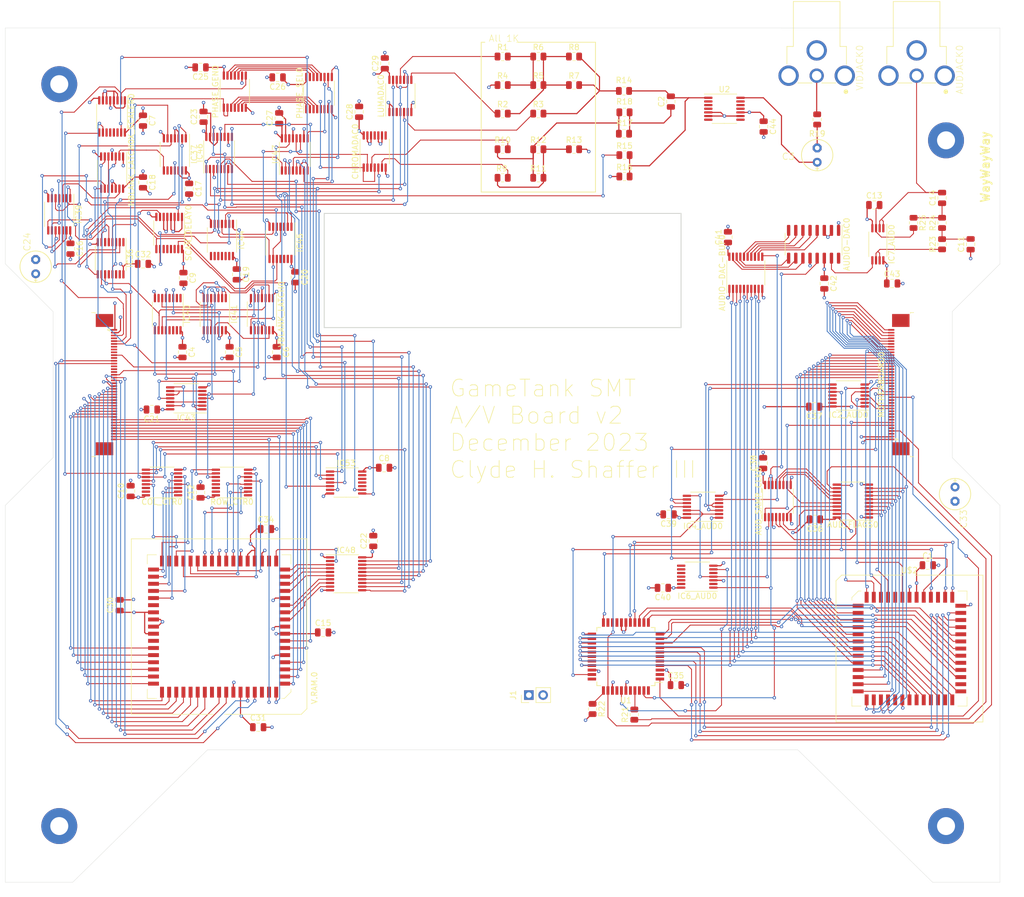
<source format=kicad_pcb>
(kicad_pcb (version 20221018) (generator pcbnew)
  (layers (0 "F.Cu" signal) (1 "In1.Cu" signal) (2 "In2.Cu" signal) (31 "B.Cu" signal) (34 "B.Paste" user) (35 "F.Paste" user) (36 "B.SilkS" user "B.Silkscreen") (37 "F.SilkS" user "F.Silkscreen") (38 "B.Mask" user) (39 "F.Mask" user) (44 "Edge.Cuts" user))
  (net 0 "")
  (net 1 "VCC")
  (net 2 "GND")
  (net 3 "/signals_4/AD0")
  (net 4 "/signals_4/AD1")
  (net 5 "/signals_4/AD2")
  (net 6 "/signals_4/AD3")
  (net 7 "/signals_4/AD4")
  (net 8 "/signals_4/AD5")
  (net 9 "/signals_4/AD6")
  (net 10 "/signals_4/AD7")
  (net 11 "/signals_4/DAC_SELECT")
  (net 12 "Net-(AUDIO-DAC-BUF0A-8Q)")
  (net 13 "Net-(AUDIO-DAC-BUF0A-7Q)")
  (net 14 "Net-(AUDIO-DAC-BUF0A-6Q)")
  (net 15 "Net-(AUDIO-DAC-BUF0A-5Q)")
  (net 16 "Net-(AUDIO-DAC-BUF0A-4Q)")
  (net 17 "Net-(AUDIO-DAC-BUF0A-3Q)")
  (net 18 "Net-(AUDIO-DAC-BUF0A-2Q)")
  (net 19 "Net-(AUDIO-DAC-BUF0A-1Q)")
  (net 20 "/signals_4/~{AUDIO_IRQ}")
  (net 21 "Net-(AUDIO-DAC0-VREF)")
  (net 23 "Net-(AUD_FLAGS0A-1D)")
  (net 24 "Net-(AUD_FLAGS0A-2D)")
  (net 25 "Net-(AUD_FLAGS0A-3D)")
  (net 26 "Net-(AUD_FLAGS0A-4D)")
  (net 27 "Net-(AUD_FLAGS0A-5D)")
  (net 28 "Net-(AUD_FLAGS0A-6D)")
  (net 29 "Net-(AUD_FLAGS0A-7D)")
  (net 30 "Net-(AUD_FLAGS0A-8D)")
  (net 31 "/signals_4/AUD_REG6")
  (net 32 "/signals_4/AUDIO_RDY")
  (net 33 "Net-(AUD_FLAGS0A-7Q)")
  (net 34 "Net-(AUD_FLAGS0A-6Q)")
  (net 35 "Net-(AUD_FLAGS0A-5Q)")
  (net 36 "Net-(AUD_FLAGS0A-4Q)")
  (net 37 "Net-(AUD_FLAGS0A-3Q)")
  (net 38 "Net-(AUD_FLAGS0A-2Q)")
  (net 39 "Net-(AUD_FLAGS0A-1Q)")
  (net 40 "/signals_4/CLK3_5_AUD")
  (net 41 "/signals_4/~{AUDIO_RESET}")
  (net 42 "Net-(U2-CH1_IN)")
  (net 43 "Net-(U2-CH1_OUT)")
  (net 44 "Net-(C2-Pad1)")
  (net 45 "Net-(C3-Pad-)")
  (net 47 "Net-(C11-Pad2)")
  (net 48 "Net-(IC7_AUD0A-+IN)")
  (net 49 "Net-(C14-Pad1)")
  (net 50 "Net-(IC7_AUD0A--IN)")
  (net 51 "Net-(CHROMADAC0A-I0)")
  (net 52 "/Composite Video Generator/SAT1")
  (net 53 "Net-(CHROMADAC0A-O)")
  (net 54 "/Composite Video Generator/SAT0")
  (net 55 "Net-(CHROMADAC0B-O)")
  (net 59 "Net-(COL_CTR0A-Q6)")
  (net 60 "Net-(COL_CTR0A-Q5)")
  (net 61 "Net-(COL_CTR0A-Q7)")
  (net 62 "Net-(COL_CTR0A-Q4)")
  (net 63 "Net-(COL_CTR0A-Q3)")
  (net 64 "Net-(COL_CTR0A-Q2)")
  (net 65 "Net-(COL_CTR0A-Q1)")
  (net 66 "/Composite Video Generator/XCLK")
  (net 67 "/Composite Video Generator/XRESET")
  (net 68 "Net-(COL_CTR0A-Q9)")
  (net 69 "Net-(COL_CTR0A-Q8)")
  (net 72 "Net-(HBLANK_LATCH0A-D)")
  (net 73 "/Composite Video Generator/CLK7")
  (net 74 "/Composite Video Generator/~{HRESET}")
  (net 75 "/Composite Video Generator/HRESET")
  (net 76 "/Composite Video Generator/~{HBLANK}")
  (net 77 "/Composite Video Generator/HBLANK")
  (net 78 "Net-(HBLANK_LATCH0B-CLR)")
  (net 79 "/signals_4/~{WAV_SEL}")
  (net 80 "/signals_4/~{WE2}")
  (net 81 "Net-(IC2_AUD0A-O)")
  (net 82 "/signals_4/~{RE2}")
  (net 83 "Net-(IC2_AUD0B-O)")
  (net 84 "Net-(IC2_AUD0C-O)")
  (net 85 "Net-(IC2_AUD0C-I0)")
  (net 86 "/signals_4/AR{slash}~{W}B")
  (net 90 "/signals_4/AA15")
  (net 91 "/signals_4/CLK14_AUD")
  (net 92 "/signals_4/AUD_REG0")
  (net 93 "Net-(IC4_AUD0D-O)")
  (net 96 "Net-(IC6_AUD0A-~{Q})")
  (net 97 "Net-(IC7_AUD0B--IN)")
  (net 99 "/Composite Video Generator/64H")
  (net 100 "/Composite Video Generator/32H")
  (net 101 "/Composite Video Generator/128H")
  (net 102 "/Composite Video Generator/16H")
  (net 104 "/Composite Video Generator/4H")
  (net 105 "/Composite Video Generator/2H")
  (net 106 "/Composite Video Generator/CLK3_5")
  (net 108 "/Composite Video Generator/256H")
  (net 111 "Net-(IC39B-O)")
  (net 112 "/Composite Video Generator/~{HSYNC}")
  (net 113 "Net-(IC39D-O)")
  (net 116 "/Composite Video Generator/16V")
  (net 118 "/Composite Video Generator/8V")
  (net 119 "/Composite Video Generator/4V")
  (net 121 "/Composite Video Generator/1V")
  (net 122 "/Composite Video Generator/VRESET")
  (net 123 "/Composite Video Generator/256V")
  (net 127 "Net-(IC41A-I0)")
  (net 128 "Net-(IC41A-O)")
  (net 129 "Net-(IC41C-O)")
  (net 130 "Net-(IC41D-O)")
  (net 131 "/Composite Video Generator/~{8V}")
  (net 132 "/Composite Video Generator/VBLANK")
  (net 133 "Net-(IC43B-O)")
  (net 134 "Net-(IC43C-O)")
  (net 135 "/Composite Video Generator/~{VSYNC}")
  (net 136 "Net-(IC44A-O)")
  (net 137 "Net-(IC44B-I0)")
  (net 138 "/Composite Video Generator/BURST")
  (net 139 "/Composite Video Generator/PICTURE-ENABLE")
  (net 140 "/Composite Video Generator/CSYNC")
  (net 141 "/Composite Video Generator/~{VBLANK}")
  (net 142 "Net-(IC46A-1A)")
  (net 143 "Net-(IC46A-2A)")
  (net 144 "/Composite Video Generator/LUM2")
  (net 145 "/Composite Video Generator/LUM1")
  (net 146 "Net-(IC46A-3A)")
  (net 147 "/Composite Video Generator/LUM0")
  (net 148 "Net-(IC46A-4A)")
  (net 149 "Net-(IC47A-1A)")
  (net 150 "/Composite Video Generator/HUE2")
  (net 151 "Net-(IC47A-2A)")
  (net 152 "/Composite Video Generator/HUE1")
  (net 153 "/Composite Video Generator/HUE0")
  (net 154 "Net-(IC47A-3A)")
  (net 155 "Net-(IC47A-4A)")
  (net 156 "/Composite Video Generator/P7")
  (net 157 "/Composite Video Generator/P6")
  (net 158 "/Composite Video Generator/P5")
  (net 159 "/Composite Video Generator/P4")
  (net 160 "/Composite Video Generator/P3")
  (net 161 "/Composite Video Generator/P2")
  (net 162 "/Composite Video Generator/P1")
  (net 163 "/Composite Video Generator/P0")
  (net 164 "Net-(IC53A-I)")
  (net 165 "Net-(IC53B-O)")
  (net 166 "Net-(IC53C-I)")
  (net 167 "/Composite Video Generator/~{PICTURE-ENABLE}")
  (net 168 "/Composite Video Generator/CLK28")
  (net 169 "/Composite Video Generator/CLK14")
  (net 173 "/Composite Video Generator/~{VRESET}")
  (net 175 "/Composite Video Generator/~{VWE}")
  (net 176 "/Composite Video Generator/~{VOE}")
  (net 180 "/Composite Video Generator/VIDPAGE")
  (net 181 "/Composite Video Generator/VA14")
  (net 182 "/Composite Video Generator/VA13")
  (net 183 "/Composite Video Generator/VA12")
  (net 184 "/Composite Video Generator/VA11")
  (net 185 "/Composite Video Generator/VA10")
  (net 186 "/Composite Video Generator/VA9")
  (net 187 "/Composite Video Generator/VA8")
  (net 188 "/Composite Video Generator/VA7")
  (net 189 "/Composite Video Generator/VA6")
  (net 190 "/Composite Video Generator/VA5")
  (net 191 "/Composite Video Generator/VA4")
  (net 192 "/Composite Video Generator/VA3")
  (net 193 "/Composite Video Generator/VA2")
  (net 194 "/Composite Video Generator/VA1")
  (net 195 "/Composite Video Generator/VA0")
  (net 196 "/Composite Video Generator/VD7")
  (net 197 "/Composite Video Generator/VD6")
  (net 198 "/Composite Video Generator/VD5")
  (net 199 "/Composite Video Generator/VD4")
  (net 200 "/Composite Video Generator/VD3")
  (net 201 "/Composite Video Generator/VD2")
  (net 202 "/Composite Video Generator/VD1")
  (net 203 "/Composite Video Generator/VD0")
  (net 205 "Net-(LUMADAC0B-O)")
  (net 206 "Net-(LUMADAC0C-O)")
  (net 207 "Net-(LUMADAC0D-O)")
  (net 208 "/signals_4/CLK28_AUD")
  (net 209 "/signals_4/CLK7_AUD")
  (net 211 "/signals_4/AUD_REG4")
  (net 212 "/signals_4/~{NMI}")
  (net 213 "/signals_4/~{IRQ}")
  (net 214 "/signals_4/AUD_REG3")
  (net 215 "/signals_4/AUD_REG2")
  (net 216 "/signals_4/~{AUDIO_NMI}")
  (net 219 "Net-(U$2B-AL11)")
  (net 220 "Net-(U$2B-AL10)")
  (net 221 "Net-(U$2B-AL9)")
  (net 222 "Net-(U$2B-AL8)")
  (net 223 "Net-(U$2B-AL7)")
  (net 224 "Net-(U$2B-AL6)")
  (net 225 "Net-(U$2B-AL5)")
  (net 226 "Net-(U$2B-AL4)")
  (net 227 "Net-(U$2B-AL3)")
  (net 228 "Net-(U$2B-AL2)")
  (net 229 "Net-(U$2B-AL1)")
  (net 230 "Net-(U$2B-AL0)")
  (net 231 "Net-(PHASE_GEN0A-QA)")
  (net 232 "Net-(PHASE_GEN0A-QB)")
  (net 233 "Net-(PHASE_GEN0A-QC)")
  (net 234 "Net-(PHASE_GEN0A-QD)")
  (net 235 "Net-(PHASE_GEN0A-QE)")
  (net 236 "Net-(PHASE_GEN0A-QF)")
  (net 237 "Net-(PHASE_GEN0A-QG)")
  (net 238 "Net-(PHASE_GEN0A-QH)")
  (net 240 "Net-(R1-Pad2)")
  (net 241 "Net-(R2-Pad2)")
  (net 242 "/Composite Video Generator/LUMA")
  (net 243 "Net-(R11-Pad2)")
  (net 244 "/Composite Video Generator/CHROMACARRIER")
  (net 245 "Net-(R19-Pad1)")
  (net 246 "Net-(U1-RDY)")
  (net 247 "Net-(U1-BE)")
  (net 249 "Net-(ROW_CTR0A-Q6)")
  (net 250 "Net-(ROW_CTR0A-Q5)")
  (net 251 "Net-(ROW_CTR0A-Q7)")
  (net 252 "Net-(ROW_CTR0A-Q4)")
  (net 253 "Net-(ROW_CTR0A-Q3)")
  (net 254 "Net-(ROW_CTR0A-Q2)")
  (net 255 "Net-(ROW_CTR0A-Q1)")
  (net 265 "/signals_4/AA9")
  (net 266 "/signals_4/AA11")
  (net 267 "/signals_4/AA10")
  (net 268 "/signals_4/AA0")
  (net 269 "/signals_4/AA1")
  (net 270 "/signals_4/AA2")
  (net 271 "/signals_4/AA3")
  (net 272 "/signals_4/AA4")
  (net 273 "/signals_4/AA5")
  (net 274 "/signals_4/AA6")
  (net 275 "/signals_4/AA7")
  (net 276 "/signals_4/AA8")
  (footprint "Package_LCC:PLCC-52_SMD-Socket" (layer "F.Cu") (at 220.8911 151.9936)
    (fp_text reference "U$2")
    (fp_text value "PDPRAM_4KPLCC52S")
  )
  (footprint "Package_SO:TSSOP-14_4.4x5mm_P0.65mm" (layer "F.Cu") (at 69.596 74.676 -90)
    (fp_text reference "IC39")
    (fp_text value "7400N")
  )
  (footprint "Resistor_SMD:R_0805_2012Metric" (layer "F.Cu") (at 226.695 80.01 90)
    (fp_text reference "R23")
    (fp_text value "10k")
  )
  (footprint "Capacitor_SMD:C_0805_2012Metric" (layer "F.Cu") (at 204.0636 128.9939 180)
    (fp_text reference "C36")
    (fp_text value "0.1uF" hide)
  )
  (footprint "Package_SO:TSSOP-14_4.4x5mm_P0.65mm" (layer "F.Cu") (at 79 67.25 -90)
    (fp_text reference "HBLANK_LATCH0")
    (fp_text value "7474N")
  )
  (footprint "Capacitor_SMD:C_0805_2012Metric" (layer "F.Cu") (at 101.1809 85.3694 -90)
    (fp_text reference "C19")
    (fp_text value "0.1uF" hide)
  )
  (footprint "Package_SO:TSSOP-14_4.4x5mm_P0.65mm" (layer "F.Cu") (at 105.664 92.456 -90)
    (fp_text reference "VBLANK_LATCH0")
    (fp_text value "7474N")
  )
  (footprint "Capacitor_SMD:C_0805_2012Metric" (layer "F.Cu") (at 231.775 80.01 90)
    (fp_text reference "C11")
    (fp_text value "820pF")
  )
  (footprint "Package_SO:SOIC-16_3.9x9.9mm_P1.27mm" (layer "F.Cu") (at 203.835 80.01 -90)
    (fp_text reference "AUDIO-DAC0")
    (fp_text value "AD7524N")
  )
  (footprint "Capacitor_SMD:C_0805_2012Metric" (layer "F.Cu") (at 106.3879 130.7084)
    (fp_text reference "C34")
    (fp_text value "0.1uF" hide)
  )
  (footprint "Capacitor_SMD:C_0805_2012Metric" (layer "F.Cu") (at 194.8561 118.9736 90)
    (fp_text reference "C38")
    (fp_text value "0.1uF" hide)
  )
  (footprint "Capacitor_SMD:C_0805_2012Metric" (layer "F.Cu") (at 188.595 78.74 90)
    (fp_text reference "C41")
    (fp_text value "0.1uF" hide)
  )
  (footprint "Capacitor_SMD:C_0805_2012Metric" (layer "F.Cu") (at 194.945 59.055 -90)
    (fp_text reference "C44")
    (fp_text value "0.1uF" hide)
  )
  (footprint "Package_SO:TSSOP-14_4.4x5mm_P0.65mm" (layer "F.Cu") (at 90.17 64.008 -90)
    (fp_text reference "IC37")
    (fp_text value "7430N")
  )
  (footprint "Resistor_SMD:R_0805_2012Metric" (layer "F.Cu") (at 154.8511 63.0936)
    (fp_text reference "R12")
    (fp_text value "1k")
  )
  (footprint "Package_SO:TSSOP-16_4.4x5mm_P0.65mm" (layer "F.Cu") (at 78.994 57.25 -90)
    (fp_text reference "X_SCALER0")
    (fp_text value "74HC161")
  )
  (footprint "Package_SO:TSSOP-16_4.4x5mm_P0.65mm" (layer "F.Cu") (at 89.154 78 -90)
    (fp_text reference "SCAN_DELAY0")
    (fp_text value "74HC161")
  )
  (footprint "Resistor_SMD:R_0805_2012Metric" (layer "F.Cu") (at 148.5011 68.1736)
    (fp_text reference "R9")
    (fp_text value "1k")
  )
  (footprint "Capacitor_SMD:C_0805_2012Metric" (layer "F.Cu") (at 105 166)
    (fp_text reference "C31")
    (fp_text value "0.1uF")
  )
  (footprint "Capacitor_SMD:C_0805_2012Metric" (layer "F.Cu") (at 94.742 48.514 180)
    (fp_text reference "C25")
    (fp_text value "0.1uF" hide)
  )
  (footprint "Resistor_SMD:R_0805_2012Metric" (layer "F.Cu") (at 154.8511 51.6636)
    (fp_text reference "R5")
    (fp_text value "1k")
  )
  (footprint "Capacitor_SMD:C_0805_2012Metric" (layer "F.Cu") (at 127.5334 47.7901 90)
    (fp_text reference "C29")
    (fp_text value "0.1uF" hide)
  )
  (footprint "Resistor_SMD:R_0805_2012Metric" (layer "F.Cu") (at 170.18 64.135)
    (fp_text reference "R15")
    (fp_text value "1k")
  )
  (footprint "Resistor_SMD:R_0805_2012Metric" (layer "F.Cu") (at 171.9326 163.75 90)
    (fp_text reference "R21")
    (fp_text value "3.3k")
  )
  (footprint "Capacitor_SMD:C_0805_2012Metric" (layer "F.Cu") (at 205.74 86.995 -90)
    (fp_text reference "C42")
    (fp_text value "0.1uF" hide)
  )
  (footprint "Package_SO:TSSOP-14_4.4x5mm_P0.65mm" (layer "F.Cu") (at 98.552 79.248 -90)
    (fp_text reference "IC44")
    (fp_text value "7486N")
  )
  (footprint "Capacitor_SMD:C_0805_2012Metric" (layer "F.Cu") (at 71.5899 80.7974 -90)
    (fp_text reference "C16")
    (fp_text value "0.1uF" hide)
  )
  (footprint "Package_SO:TSSOP-16_4.4x5mm_P0.65mm" (layer "F.Cu") (at 115.824 53.086 90)
    (fp_text reference "PHASE_SEL0")
    (fp_text value "74151N")
  )
  (footprint "Package_SO:TSSOP-14_4.4x5mm_P0.65mm" (layer "F.Cu") (at 120.65 122.428)
    (fp_text reference "IC53")
    (fp_text value "7404N")
  )
  (footprint "Resistor_SMD:R_0805_2012Metric" (layer "F.Cu") (at 221.615 76.2 -90)
    (fp_text reference "R25")
    (fp_text value "16k")
  )
  (footprint "Capacitor_SMD:C_0805_2012Metric" (layer "F.Cu") (at 84.5 69 -90)
    (fp_text reference "C18")
    (fp_text value "0.1uF" hide)
  )
  (footprint "Resistor_SMD:R_0805_2012Metric" (layer "F.Cu") (at 161.2011 63.0936)
    (fp_text reference "R13")
    (fp_text value "1k")
  )
  (footprint "Capacitor_SMD:C_0805_2012Metric" (layer "F.Cu") (at 94.742 124.206 90)
    (fp_text reference "C12")
    (fp_text value "0.1uF" hide)
  )
  (footprint "Resistor_SMD:R_0805_2012Metric" (layer "F.Cu") (at 226.695 76.2 90)
    (fp_text reference "R24")
    (fp_text value "68k")
  )
  (footprint "Package_SO:TSSOP-14_4.4x5mm_P0.65mm" (layer "F.Cu") (at 184.15 126.746 180)
    (fp_text reference "IC4_AUD0")
    (fp_text value "7400N")
  )
  (footprint "Package_SO:TSSOP-16_4.4x5mm_P0.65mm" (layer "F.Cu") (at 98.044 63.754 90)
    (fp_text reference "IC46")
    (fp_text value "74257N")
  )
  (footprint "Package_SO:TSSOP-14_4.4x5mm_P0.65mm" (layer "F.Cu") (at 108.966 79.756 -90)
    (fp_text reference "IC45")
    (fp_text value "7400N")
  )
  (footprint "Capacitor_SMD:C_0805_2012Metric" (layer "F.Cu") (at 178.0286 128.1049 180)
    (fp_text reference "C39")
    (fp_text value "0.1uF" hide)
  )
  (footprint "Capacitor_SMD:C_0805_2012Metric" (layer "F.Cu") (at 84.5 58 -90)
    (fp_text reference "C7")
    (fp_text value "0.1uF" hide)
  )
  (footprint "Resistor_SMD:R_0805_2012Metric" (layer "F.Cu") (at 170.0911 60.325 180)
    (fp_text reference "R17")
    (fp_text value "3.3k")
  )
  (footprint "Capacitor_SMD:C_0805_2012Metric" (layer "F.Cu") (at 108.7374 57.5691 90)
    (fp_text reference "C27")
    (fp_text value "0.1uF" hide)
  )
  (footprint "Resistor_SMD:R_0805_2012Metric" (layer "F.Cu") (at 170.18 67.945)
    (fp_text reference "R16")
    (fp_text value "150")
  )
  (footprint "Capacitor_SMD:C_0805_2012Metric" (layer "F.Cu") (at 224.155 137.16)
    (fp_text reference "C1")
    (fp_text value "0.1uF" hide)
  )
  (footprint "Capacitor_SMD:C_0805_2012Metric" (layer "F.Cu") (at 108.2929 99.2124 -90)
    (fp_text reference "C6")
    (fp_text value "0.1uF" hide)
  )
  (footprint "Resistor_SMD:R_0805_2012Metric" (layer "F.Cu") (at 170.0911 52.705)
    (fp_text reference "R14")
    (fp_text value "470")
  )
  (footprint "Package_SO:TSSOP-14_4.4x5mm_P0.65mm" (layer "F.Cu") (at 97.282 92.456 -90)
    (fp_text reference "IC41")
    (fp_text value "7400N")
  )
  (footprint "Package_SO:TSSOP-14_4.4x5mm_P0.65mm" (layer "F.Cu") (at 187.96 55.88)
    (fp_text reference "U2")
    (fp_text value "THS7374")
  )
  (footprint "Capacitor_SMD:C_0805_2012Metric" (layer "F.Cu") (at 125.476 132.842 90)
    (fp_text reference "C22")
    (fp_text value "0.1uF" hide)
  )
  (footprint "Capacitor_SMD:C_0805_2012Metric" (layer "F.Cu") (at 177.0126 141.1859 180)
    (fp_text reference "C40")
    (fp_text value "0.1uF" hide)
  )
  (footprint "Capacitor_SMD:C_0805_2012Metric" (layer "F.Cu") (at 127.4064 119.7991)
    (fp_text reference "C8")
    (fp_text value "0.1uF" hide)
  )
  (footprint "Capacitor_SMD:C_0805_2012Metric" (layer "F.Cu") (at 178.435 54.61 90)
    (fp_text reference "C2")
    (fp_text value "100pF" hide)
  )
  (footprint "Package_SO:TSSOP-14_4.4x5mm_P0.65mm" (layer "F.Cu") (at 130.302 53.594 90)
    (fp_text reference "LUMADAC0")
    (fp_text value "7408N")
  )
  (footprint "Capacitor_SMD:C_0805_2012Metric" (layer "F.Cu") (at 179.324 158.496)
    (fp_text reference "C35")
    (fp_text value "0.1uF" hide)
  )
  (footprint "signals:E2,5-6E" (layer "F.Cu") (at 65.405 84 90)
    (fp_text reference "C24")
    (fp_text value "220uF")
  )
  (footprint "Capacitor_SMD:C_0805_2012Metric" (layer "F.Cu") (at 91.694 86.0044 -90)
    (fp_text reference "C9")
    (fp_text value "0.1uF" hide)
  )
  (footprint "signals:CUI_RCJ-014" (layer "F.Cu") (at 204.3811 44.0436 -90)
    (fp_text reference "VIDJACK0")
    (fp_text value "RCJ-014" hide)
  )
  (footprint "Resistor_SMD:R_0805_2012Metric" (layer "F.Cu") (at 161.2011 46.5836)
    (fp_text reference "R8")
    (fp_text value "1k")
  )
  (footprint "Capacitor_SMD:C_0805_2012Metric" (layer "F.Cu") (at 217.805 86.995)
    (fp_text reference "C43")
    (fp_text value "0.1uF" hide)
  )
  (footprint "Connector_FFC-FPC:TE_4-1734839-0_1x40-1MP_P0.5mm_Horizontal" (layer "F.Cu") (at 78 105 -90)
    (fp_text reference "J2" hide)
    (fp_text value "VID_TO_MOBO")
  )
  (footprint "Package_SO:TSSOP-16_4.4x5mm_P0.65mm" (layer "F.Cu") (at 87.884 122.428 180)
    (fp_text reference "COL_CTR0")
    (fp_text value "4040N")
  )
  (footprint "Capacitor_SMD:C_0805_2012Metric" (layer "F.Cu") (at 86.0806 109.4359 180)
    (fp_text reference "C21")
    (fp_text value "0.1uF" hide)
  )
  (footprint "Connector_FFC-FPC:TE_4-1734839-0_1x40-1MP_P0.5mm_Horizontal" (layer "F.Cu") (at 219 105 90)
    (fp_text reference "MOTHERBOARD0")
    (fp_text value "AUD_TO_MOBO")
  )
  (footprint "Package_SO:TSSOP-14_4.4x5mm_P0.65mm" (layer "F.Cu") (at 92.202 107.442 180)
    (fp_text reference "IC43")
    (fp_text value "7400N")
  )
  (footprint "Capacitor_SMD:C_0805_2012Metric" (layer "F.Cu") (at 92.71 70.1294 -90)
    (fp_text reference "C17")
    (fp_text value "0.1uF" hide)
  )
  (footprint "Package_SO:TSSOP-14_4.4x5mm_P0.65mm" (layer "F.Cu") (at 100.838 52.832 90)
    (fp_text reference "PHASE_GEN0")
    (fp_text value "74164N")
  )
  (footprint "Capacitor_SMD:C_0805_2012Metric" (layer "F.Cu") (at 80.3529 144.272 90)
    (fp_text reference "C30")
    (fp_text value "0.1uF")
  )
  (footprint "MountingHole:MountingHole_3.2mm_M3_Pad_TopBottom" (layer "F.Cu") (at 69.6011 51.5036)
    (fp_text reference "H1" hide)
    (fp_text value "MountingHole_Pad" hide)
  )
  (footprint "Resistor_SMD:R_0805_2012Metric" (layer "F.Cu") (at 154.8511 56.7436)
    (fp_text reference "R3")
    (fp_text value "1k")
  )
  (footprint "Capacitor_SMD:C_0805_2012Metric" (layer "F.Cu") (at 214.63 73.025)
    (fp_text reference "C13")
    (fp_text value "82pF")
  )
  (footprint "Package_SO:TSSOP-16_4.4x5mm_P0.65mm" (layer "F.Cu") (at 197.485 125.73 90)
    (fp_text reference "AUD_SAMP_CLK0")
    (fp_text value "CD40103")
  )
  (footprint "Capacitor_SMD:C_0805_2012Metric" (layer "F.Cu") (at 95.2754 57.3151 90)
    (fp_text reference "C23")
    (fp_text value "0.1uF" hide)
  )
  (footprint "Connector_PinHeader_2.54mm:PinHeader_1x02_P2.54mm_Vertical" (layer "F.Cu") (at 153.162 160.274 90)
    (fp_text reference "J1")
    (fp_text value "5V")
  )
  (footprint "signals:CUI_RCJ-014" (layer "F.Cu") (at 222.1611 44.0436 -90)
    (fp_text reference "AUDJACK0")
    (fp_text value "RCJ-014" hide)
  )
  (footprint "Capacitor_SMD:C_0805_2012Metric" (layer "F.Cu") (at 226.695 71.755 90)
    (fp_text reference "C14")
    (fp_text value "680pF")
  )
  (footprint "Package_SO:TSSOP-16_4.4x5mm_P0.65mm" (layer "F.Cu") (at 111.506 64.008 90)
    (fp_text reference "IC47")
    (fp_text value "74257N")
  )
  (footprint "Resistor_SMD:R_0805_2012Metric" (layer "F.Cu") (at 148.5011 63.0936)
    (fp_text reference "R10")
    (fp_text value "1k")
  )
  (footprint "Package_SO:TSSOP-16_4.4x5mm_P0.65mm" (layer "F.Cu") (at 100.33 122.428 180)
    (fp_text reference "ROW_CTR0")
    (fp_text value "4040N")
  )
  (footprint "Resistor_SMD:R_0805_2012Metric" (layer "F.Cu") (at 204.47 57.785 -90)
    (fp_text reference "R19")
    (fp_text value "75")
  )
  (footprint "MountingHole:MountingHole_3.2mm_M3_Pad_TopBottom" (layer "F.Cu") (at 69.6011 183.5986)
    (fp_text reference "H2" hide)
    (fp_text value "MountingHole_Pad" hide)
  )
  (footprint "Resistor_SMD:R_0805_2012Metric" (layer "F.Cu") (at 170.18 56.515 180)
    (fp_text reference "R18")
    (fp_text value "3.3k")
  )
  (footprint "Capacitor_SMD:C_0805_2012Metric" (layer "F.Cu") (at 108.458 50.292 180)
    (fp_text reference "C26")
    (fp_text value "0.1uF" hide)
  )
  (footprint "Package_SO:TSSOP-16_4.4x5mm_P0.65mm" (layer "F.Cu") (at 88.9 92.456 -90)
    (fp_text reference "IC40")
    (fp_text value "4040N")
  )
  (footprint "Capacitor_SMD:C_0805_2012Metric" (layer "F.Cu") (at 84.5 83.5)
    (fp_text reference "C32")
    (fp_text value "0.1uF" hide)
  )
  (footprint "Resistor_SMD:R_0805_2012Metric" (layer "F.Cu") (at 154.8511 68.1736)
    (fp_text reference "R11")
    (fp_text value "1k")
  )
  (footprint "MountingHole:MountingHole_3.2mm_M3_Pad_TopBottom" (layer "F.Cu") (at 227.4011 183.5986)
    (fp_text reference "H3" hide)
    (fp_text value "MountingHole_Pad" hide)
  )
  (footprint "Package_SO:TSSOP-20_4.4x6.5mm_P0.65mm" (layer "F.Cu") (at 210.82 125.73 180)
    (fp_text reference "AUD_FLAGS0")
    (fp_text value "74573N")
  )
  (footprint "Resistor_SMD:R_0805_2012Metric" (layer "F.Cu") (at 161.2011 51.6636)
    (fp_text reference "R7")
    (fp_text value "1k")
  )
  (footprint "Capacitor_SMD:C_0805_2012Metric" (layer "F.Cu") (at 116.5479 149.1234)
    (fp_text reference "C15")
    (fp_text value "0.1uF" hide)
  )
  (footprint "Package_LCC:PLCC-68_SMD-Socket" (layer "F.Cu") (at 98.044 148.082 180)
    (fp_text reference "V.RAM.0")
    (fp_text value "PDPRAM_32K_V2")
  )
  (footprint "Resistor_SMD:R_0805_2012Metric" (layer "F.Cu") (at 148.5011 46.5836)
    (fp_text reference "R1")
    (fp_text value "1k")
  )
  (footprint "Package_SO:TSSOP-14_4.4x5mm_P0.65mm" (layer "F.Cu") (at 125.73 63.5 90)
    (fp_text reference "CHROMADAC0")
    (fp_text value "7408N")
  )
  (footprint "Resistor_SMD:R_0805_2012Metric" (layer "F.Cu") (at 164.5 162.75 -90)
    (fp_text reference "R22")
    (fp_text value "3.3k")
  )
  (footprint "Capacitor_SMD:C_0805_2012Metric" (layer "F.Cu") (at 203.9366 108.9279 180)
    (fp_text reference "C37")
    (fp_text value "0.1uF" hide)
  )
  (footprint "Capacitor_SMD:C_0805_2012Metric" (layer "F.Cu") (at 122.9614 56.4261 90)
    (fp_text reference "C28")
    (fp_text value "0.1uF" hide)
  )
  (footprint "Package_SO:TSSOP-8_4.4x3mm_P0.65mm" (layer "F.Cu") (at 215.265 80.01 -90)
    (fp_text reference "IC7_AUD0")
    (fp_text value "LM358N")
  )
  (footprint "Package_SO:TSSOP-16_4.4x5mm_P0.65mm" (layer "F.Cu") (at 78.74 82.5 -90)
    (fp_text reference "IC36")
    (fp_text value "4040N")
  )
  (footprint "LogicBoard_smt:6502_QFP" (layer "F.Cu") (at 170.434 153.416 180)
    (fp_text reference "U1")
    (fp_text value "W65C02SP")
  )
  (footprint "Package_SO:TSSOP-14_4.4x5mm_P0.65mm" (layer "F.Cu") (at 210.058 106.934 180)
    (fp_text reference "IC2_AUD0")
    (fp_text value "7432N")
  )
  (footprint "Capacitor_SMD:C_0805_2012Metric" (layer "F.Cu") (at 82.296 123.952 90)
    (fp_text reference "C10")
    (fp_text value "0.1uF" hide)
  )
  (footprint "Resistor_SMD:R_0805_2012Metric" (layer "F.Cu") (at 154.8511 46.5836)
    (fp_text reference "R6")
    (fp_text value "1k")
  )
  (footprint "Capacitor_SMD:C_0805_2012Metric" (layer "F.Cu") (at 111.5949 85.8774 -90)
    (fp_text reference "C20")
    (fp_text value "0.1uF" hide)
  )
  (footprint "signals:E2,5-6E" (layer "F.Cu") (at 229 124.5 -90)
    (fp_text reference "C33")
    (fp_text value "220uF")
  )
  (footprint "MountingHole:MountingHole_3.2mm_M3_Pad_TopBottom" (layer "F.Cu") (at 227.4011 61.5036)
    (fp_text reference "H4" hide)
    (fp_text value "MountingHole_Pad" hide)
  )
  (footprint "Resistor_SMD:R_0805_2012Metric" (layer "F.Cu") (at 148.5011 51.6636)
    (fp_text reference "R4")
    (fp_text value "1k")
  )
  (footprint "Resistor_SMD:R_0805_2012Metric" (layer "F.Cu") (at 148.5011 56.7436)
    (fp_text reference "R2")
    (fp_text value "1k")
  )
  (footprint "signals:E2,5-6E" (layer "F.Cu") (at 204.47 64.135 90)
    (fp_text reference "C3")
    (fp_text value "220uF")
  )
  (footprint "Package_SO:TSSOP-20_4.4x6.5mm_P0.65mm" (layer "F.Cu") (at 120.65 138.684)
    (fp_text reference "IC48")
    (fp_text value "74564N")
  )
  (footprint "Package_SO:TSSOP-14_4.4x5mm_P0.65mm" (layer "F.Cu") (at 183.134 139.192 180)
    (fp_text reference "IC6_AUD0")
    (fp_text value "7474N")
  )
  (footprint "Package_SO:TSSOP-20_4.4x6.5mm_P0.65mm" (layer "F.Cu") (at 191.77 85.09 90)
    (fp_text reference "AUDIO-DAC-BUF0")
    (fp_text value "74573N")
  )
  (footprint "Capacitor_SMD:C_0805_2012Metric" (layer "F.Cu") (at 99.9109 99.2124 -90)
    (fp_text reference "C5")
    (fp_text value "0.1uF" hide)
  )
  (footprint "Capacitor_SMD:C_0805_2012Metric" (layer "F.Cu") (at 91.5289 99.2124 -90)
    (fp_text reference "C4")
    (fp_text value "0.1uF" hide)
  )
  (gr_line (start 144.6911 44.0436) (end 145.3261 44.0436) (stroke (width 0.1524)) (layer "F.SilkS"))
  (gr_line (start 165.0111 44.0436) (end 151.0411 44.0436) (stroke (width 0.1524)) (layer "F.SilkS"))
  (gr_line (start 165.0111 44.0436) (end 165.0111 70.7136) (stroke (width 0.1524)) (layer "F.SilkS"))
  (gr_line (start 165.0111 70.7136) (end 144.6911 70.7136) (stroke (width 0.1524)) (layer "F.SilkS"))
  (gr_line (start 144.6911 70.7136) (end 144.6911 44.0436) (stroke (width 0.1524)) (layer "F.SilkS"))
  (gr_line locked (start 237 41.5036) (end 60 41.5) (stroke (width 0.05)) (layer "Edge.Cuts"))
  (gr_line locked (start 180.2511 94.8436) (end 180.2511 74.5236) (stroke (width 0.1524)) (layer "Edge.Cuts"))
  (gr_line locked (start 116.7511 74.5236) (end 116.7511 94.8436) (stroke (width 0.1524)) (layer "Edge.Cuts"))
  (gr_line locked (start 60 41.5) (end 60 83.5) (stroke (width 0.05)) (layer "Edge.Cuts"))
  (gr_line locked (start 68.5 118) (end 60 126.5) (stroke (width 0.05)) (layer "Edge.Cuts"))
  (gr_line locked (start 60 193.5986) (end 72 193.5986) (stroke (width 0.05)) (layer "Edge.Cuts"))
  (gr_line locked (start 72 193.5986) (end 96 170) (stroke (width 0.05)) (layer "Edge.Cuts"))
  (gr_line locked (start 116.7511 94.8436) (end 180.2511 94.8436) (stroke (width 0.1524)) (layer "Edge.Cuts"))
  (gr_line locked (start 228.5 118) (end 237 126.5) (stroke (width 0.05)) (layer "Edge.Cuts"))
  (gr_line locked (start 225 193.5986) (end 237 193.5986) (stroke (width 0.05)) (layer "Edge.Cuts"))
  (gr_line locked (start 60 193.5986) (end 60 126.5) (stroke (width 0.05)) (layer "Edge.Cuts"))
  (gr_line locked (start 237 193.5986) (end 237 126.5) (stroke (width 0.05)) (layer "Edge.Cuts"))
  (gr_line locked (start 228.5 92) (end 237 83.5) (stroke (width 0.05)) (layer "Edge.Cuts"))
  (gr_line locked (start 96 170) (end 201 170) (stroke (width 0.05)) (layer "Edge.Cuts"))
  (gr_line locked (start 68.5 92) (end 60 83.5) (stroke (width 0.05)) (layer "Edge.Cuts"))
  (gr_line locked (start 180.2511 74.5236) (end 116.7511 74.5236) (stroke (width 0.1524)) (layer "Edge.Cuts"))
  (gr_line locked (start 237 41.5036) (end 237 83.5) (stroke (width 0.05)) (layer "Edge.Cuts"))
  (gr_line locked (start 228.5 92) (end 228.5 118) (stroke (width 0.05)) (layer "Edge.Cuts"))
  (gr_line locked (start 68.5 92) (end 68.5 118) (stroke (width 0.05)) (layer "Edge.Cuts"))
  (gr_line locked (start 201 170) (end 225 193.5986) (stroke (width 0.05)) (layer "Edge.Cuts"))
  (gr_text "WayWayWay" (at 235.25 72.75 90) (layer "F.SilkS") (effects (font (size 1.5 1.5) (thickness 0.3) bold) (justify left bottom)))
  (gr_text "GameTank SMT\nA/V Board v2\nDecember 2023\nClyde H. Shaffer III" (at 138.938 103.886) (layer "F.SilkS") (effects (font (size 3 3) (thickness 0.134112)) (justify left top)))
  (gr_text "All 1K" (at 145.9611 44.0436) (layer "F.SilkS") (effects (font (size 1.1684 1.1684) (thickness 0.1016)) (justify left bottom)))
  (segment (start 99.232 95.3185) (end 99.9109 95.9974) (width 0.2) (layer "F.Cu") (net 1))
  (segment (start 79.5 95.1) (end 79.5 90.5) (width 0.2) (layer "F.Cu") (net 1))
  (segment (start 104.394 134.112) (end 103.632 133.35) (width 0.2) (layer "F.Cu") (net 1))
  (segment (start 127.5334 48.7401) (end 126.5784 49.6951) (width 0.2) (layer "F.Cu") (net 1))
  (segment (start 212.598 115.316) (end 213.1604 114.7536) (width 0.2) (layer "F.Cu") (net 1))
  (segment (start 84.7979 149.1234) (end 85.0265 149.352) (width 0.2) (layer "F.Cu") (net 1))
  (segment (start 79.319 52.819) (end 79.25 52.75) (width 0.2) (layer "F.Cu") (net 1))
  (segment (start 81.269 54.3875) (end 81.269 55.4703) (width 0.2) (layer "F.Cu") (net 1))
  (segment (start 124.1914 119.7991) (end 126.4564 119.7991) (width 0.2) (layer "F.Cu") (net 1))
  (segment (start 178.374 156.5424) (end 177.6476 155.816) (width 0.2) (layer "F.Cu") (net 1))
  (segment (start 90.129 77.4983) (end 89.8779 77.7494) (width 0.2) (layer "F.Cu") (net 1))
  (segment (start 102.108 51.308) (end 102.108 49.9995) (width 0.2) (layer "F.Cu") (net 1))
  (segment (start 95.769 60.3487) (end 95.2754 59.8551) (width 0.2) (layer "F.Cu") (net 1))
  (segment (start 84.7979 145.542) (end 86.3715 145.542) (width 0.2) (layer "F.Cu") (net 1))
  (segment (start 85.0265 149.352) (end 86.3715 149.352) (width 0.2) (layer "F.Cu") (net 1))
  (segment (start 123.5125 135.759) (end 125.1839 135.759) (width 0.2) (layer "F.Cu") (net 1))
  (segment (start 113.03 51.562) (end 113.549 51.043) (width 0.2) (layer "F.Cu") (net 1))
  (segment (start 84.7979 145.542) (end 84.7979 149.1234) (width 0.2) (layer "F.Cu") (net 1))
  (segment (start 111.181 59.5705) (end 111.2774 59.4741) (width 0.2) (layer "F.Cu") (net 1))
  (segment (start 90.82 61.1455) (end 90.82 59.9844) (width 0.2) (layer "F.Cu") (net 1))
  (segment (start 83.0125 68.05) (end 84.5 68.05) (width 0.2) (layer "F.Cu") (net 1))
  (segment (start 113.549 51.043) (end 113.549 50.2235) (width 0.2) (layer "F.Cu") (net 1))
  (segment (start 79.319 55.3525) (end 79.319 54.3875) (width 0.2) (layer "F.Cu") (net 1))
  (segment (start 168.148 157.988) (end 168.034 158.102) (width 0.2) (layer "F.Cu") (net 1))
  (segment (start 205.74 86.045) (end 205.74 82.485) (width 0.2) (layer "F.Cu") (net 1))
  (segment (start 95.769 58.7587) (end 95.769 60.8915) (width 0.2) (layer "F.Cu") (net 1))
  (segment (start 207.1955 108.884) (end 210.484 108.884) (width 0.2) (layer "F.Cu") (net 1))
  (segment (start 80.6729 145.542) (end 84.7979 145.542) (width 0.2) (layer "F.Cu") (net 1))
  (segment (start 90.82 67.530756) (end 91.513644 68.2244) (width 0.2) (layer "F.Cu") (net 1))
  (segment (start 216.855 86.995) (end 216.855 83.82) (width 0.2) (layer "F.Cu") (net 1))
  (segment (start 109.7165 149.352) (end 115.3693 149.352) (width 0.2) (layer "F.Cu") (net 1))
  (segment (start 105.664 89.5935) (end 105.664 87.8713) (width 0.2) (layer "F.Cu") (net 1))
  (segment (start 77.369 54.3875) (end 77.369 53.131) (width 0.2) (layer "F.Cu") (net 1))
  (segment (start 110.363 51.562) (end 113.03 51.562) (width 0.2) (layer "F.Cu") (net 1))
  (segment (start 90.82 59.9844) (end 90.17 59.3344) (width 0.2) (layer "F.Cu") (net 1))
  (segment (start 168.034 158.102) (end 168.034 159.466) (width 0.2) (layer "F.Cu") (net 1))
  (segment (start 222.1611 142.8611) (end 222.1611 140.335) (width 0.2) (layer "F.Cu") (net 1))
  (segment (start 79 64.3875) (end 79 63.25) (width 0.2) (layer "F.Cu") (net 1))
  (segment (start 208.28 77.535) (end 208.28 76.2) (width 0.2) (layer "F.Cu") (net 1))
  (segment (start 92.71 68.2244) (end 92.71 67.4605) (width 0.2) (layer "F.Cu") (net 1))
  (segment (start 91.429 75.1375) (end 91.429 77.219834) (width 0.2) (layer "F.Cu") (net 1))
  (segment (start 109.231 61.1455) (end 109.231 59.0127) (width 0.2) (layer "F.Cu") (net 1))
  (segment (start 104.71275 130.7084) (end 103.632 131.78915) (width 0.2) (layer "F.Cu") (net 1))
  (segment (start 87.0306 109.4359) (end 87.9856 109.4359) (width 0.2) (layer "F.Cu") (net 1))
  (segment (start 164.3375 163.6625) (end 164.5 163.6625) (width 0.2) (layer "F.Cu") (net 1))
  (segment (start 87.9856 109.4359) (end 89.2956 109.4359) (width 0.2) (layer "F.Cu") (net 1))
  (segment (start 101.1809 82.7894) (end 100.502 82.1105) (width 0.2) (layer "F.Cu") (net 1))
  (segment (start 176.484 155.816) (end 177.6476 155.816) (width 0.2) (layer "F.Cu") (net 1))
  (segment (start 108.0643 143.002) (end 107.6579 143.4084) (width 0.2) (layer "F.Cu") (net 1))
  (segment (start 98.888 49.9695) (end 98.888 48.432) (width 0.2) (layer "F.Cu") (net 1))
  (segment (start 216.855 83.82) (end 216.855 83.4875) (width 0.2) (layer "F.Cu") (net 1))
  (segment (start 204.8866 108.9279) (end 207.1516 108.9279) (width 0.2) (layer "F.Cu") (net 1))
  (segment (start 78.019 54.3875) (end 78.019 53.019) (width 0.2) (layer "F.Cu") (net 1))
  (segment (start 165.3537 155.816) (end 165.5826 156.0449) (width 0.2) (layer "F.Cu") (net 1))
  (segment (start 194.8561 122.5136) (end 195.21 122.8675) (width 0.2) (layer "F.Cu") (net 1))
  (segment (start 95.692 48.514) (end 98.806 48.514) (width 0.2) (layer "F.Cu") (net 1))
  (segment (start 194.945 57.15) (end 194.945 58.105) (width 0.2) (layer "F.Cu") (net 1))
  (segment (start 90.899434 77.7494) (end 89.8779 77.7494) (width 0.2) (layer "F.Cu") (net 1))
  (segment (start 84.5 57.05) (end 84.5 55.7781) (width 0.2) (layer "F.Cu") (net 1))
  (segment (start 190.8225 56.53) (end 192.39 56.53) (width 0.2) (layer "F.Cu") (net 1))
  (segment (start 79.7179 55.7514) (end 79.319 55.3525) (width 0.2) (layer "F.Cu") (net 1))
  (segment (start 109.408 50.607) (end 110.363 51.562) (width 0.2) (layer "F.Cu") (net 1))
  (segment (start 109.1388 61.1455) (end 108.1024 60.1091) (width 0.2) (layer "F.Cu") (net 1))
  (segment (start 111.181 61.1455) (end 111.181 59.5705) (width 0.2) (layer "F.Cu") (net 1))
  (segment (start 179.9336 128.696) (end 181.2875 128.696) (width 0.2) (layer "F.Cu") (net 1))
  (segment (start 199.76 122.8675) (end 199.76 121.6897) (width 0.2) (layer "F.Cu") (net 1))
  (segment (start 163.25 164.75) (end 164.3375 163.6625) (width 0.2) (layer "F.Cu") (net 1))
  (segment (start 79.25 52.75) (end 77.75 52.75) (width 0.2) (layer "F.Cu") (net 1))
  (segment (start 188.595 81.9775) (end 188.845 82.2275) (width 0.2) (layer "F.Cu") (net 1))
  (segment (start 91.175 95.3185) (end 91.5289 95.6724) (width 0.2) (layer "F.Cu") (net 1))
  (segment (start 78.019 53.019) (end 77.75 52.75) (width 0.2) (layer "F.Cu") (net 1))
  (segment (start 92.71 69.1794) (end 92.71 68.2244) (width 0.2) (layer "F.Cu") (net 1))
  (segment (start 95.2754 58.2651) (end 95.769 58.7587) (width 0.2) (layer "F.Cu") (net 1))
  (segment (start 98.806 48.514) (end 98.933 48.387) (width 0.2) (layer "F.Cu") (net 1))
  (segment (start 205.0136 128.9939) (end 207.6186 128.9939) (width 0.2) (layer "F.Cu") (net 1))
  (segment (start 104.394 136.4095) (end 104.394 134.5184) (width 0.2) (layer "F.Cu") (net 1))
  (segment (start 109.231 59.0127) (end 108.7374 58.5191) (width 0.2) (layer "F.Cu") (net 1))
  (segment (start 125.3196 134.747) (end 125.3196 135.6233) (width 0.2) (layer "F.Cu") (net 1))
  (segment (start 192.39 56.53) (end 192.405 56.515) (width 0.2) (layer "F.Cu") (net 1))
  (segment (start 81.015 83.985) (end 81.5 83.5) (width 0.2) (layer "F.Cu") (net 1))
  (segment (start 217.6464 114.7536) (end 217.65 114.75) (width 0.2) (layer "F.Cu") (net 1))
  (segment (start 90.129 75.1375) (end 90.129 77.4983) (width 0.2) (layer "F.Cu") (net 1))
  (segment (start 81.015 83.985) (end 80.985 83.985) (width 0.2) (layer "F.Cu") (net 1))
  (segment (start 84.5 68.05) (end 84.5 67) (width 0.2) (layer "F.Cu") (net 1))
  (segment (start 71.5899 78.8924) (end 71.5899 77.5824) (width 0.2) (layer "F.Cu") (net 1))
  (segment (start 79.35 95.25) (end 79.5 95.1) (width 0.2) (layer "F.Cu") (net 1))
  (segment (start 216.855 83.4875) (end 216.24 82.8725) (width 0.2) (layer "F.Cu") (net 1))
  (segment (start 84.6676 125.0569) (end 82.0776 125.0569) (width 0.2) (layer "F.Cu") (net 1))
  (segment (start 91.5289 95.6724) (end 91.5289 98.2624) (width 0.2) (layer "F.Cu") (net 1))
  (segment (start 126.5784 49.6951) (end 125.6284 49.6951) (width 0.2) (layer "F.Cu") (net 1))
  (segment (start 104.05 166) (end 102.05 164) (width 0.2) (layer "F.Cu") (net 1))
  (segment (start 128.352 49.5587) (end 127.5334 48.7401) (width 0.2) (layer "F.Cu") (net 1))
  (segment (start 79.969 54.3875) (end 79.969 53.219) (width 0.2) (layer "F.Cu") (net 1))
  (segment (start 103.124 136.4095) (end 103.124 135.2423) (width 0.2) (layer "F.Cu") (net 1))
  (segment (start 179.3425 128.1049) (end 179.9336 128.696) (width 0.2) (layer "F.Cu") (net 1))
  (segment (start 79.969 53.219) (end 79.5 52.75) (width 0.2) (layer "F.Cu") (net 1))
  (segment (start 208.157 128.655) (end 210.566 131.064) (width 0.2) (layer "F.Cu") (net 1))
  (segment (start 123.5125 120.478) (end 124.1914 119.7991) (width 0.2) (layer "F.Cu") (net 1))
  (segment (start 101.1809 84.4194) (end 101.1809 82.8294) (width 0.2) (layer "F.Cu") (net 1))
  (segment (start 77.369 53.131) (end 77.75 52.75) (width 0.2) (layer "F.Cu") (net 1))
  (segment (start 122.9614 59.8189) (end 122.9614 57.3761) (width 0.2) (layer "F.Cu") (net 1))
  (segment (start 123.78 60.6375) (end 122.9614 59.8189) (width 0.2) (layer "F.Cu") (net 1))
  (segment (start 81.015 85.3625) (end 81.015 83.985) (width 0.2) (layer "F.Cu") (net 1))
  (segment (start 104.394 134.5184) (end 104.394 134.112) (width 0.2) (layer "F.Cu") (net 1))
  (segment (start 188.595 79.69) (end 188.595 81.9775) (width 0.2) (layer "F.Cu") (net 1))
  (segment (start 223.205 137.16) (end 222.1611 138.2039) (width 0.2) (layer "F.Cu") (net 1))
  (segment (start 194.8561 120.8786) (end 194.8561 122.5136) (width 0.2) (layer "F.Cu") (net 1))
  (segment (start 222.1611 138.2039) (end 222.1611 140.335) (width 0.2) (layer "F.Cu") (net 1))
  (segment (start 128.352 50.7315) (end 128.352 49.5587) (width 0.2) (layer "F.Cu") (net 1))
  (segment (start 101.1809 82.8294) (end 101.1809 82.7894) (width 0.2) (layer "F.Cu") (net 1))
  (segment (start 105.664 87.8713) (end 105.7529 87.7824) (width 0.2) (layer "F.Cu") (net 1))
  (segment (start 109.7165 143.002) (end 108.0643 143.002) (width 0.2) (layer "F.Cu") (net 1))
  (segment (start 98.888 48.432) (end 98.933 48.387) (width 0.2) (layer "F.Cu") (net 1))
  (segment (start 81 66) (end 81 64.4375) (width 0.2) (layer "F.Cu") (net 1))
  (segment (start 111.5949 84.6513) (end 110.916 83.9724) (width 0.2) (layer "F.Cu") (net 1))
  (segment (start 85.0215 124.703) (end 84.6676 125.0569) (width 0.2) (layer "F.Cu") (net 1))
  (segment (start 81.269 60.1125) (end 81.4375 60.1125) (width 0.2) (layer "F.Cu") (net 1))
  (segment (start 97.4675 124.703) (end 97.1136 125.0569) (width 0.2) (layer "F.Cu") (net 1))
  (segment (start 164.384 155.816) (end 165.3537 155.816) (width 0.2) (layer "F.Cu") (net 1))
  (segment (start 90.82 66.8705) (end 90.82 67.530756) (width 0.2) (layer "F.Cu") (net 1))
  (segment (start 79.319 54.3875) (end 79.319 52.819) (width 0.2) (layer "F.Cu") (net 1))
  (segment (start 125.3196 135.6233) (end 125.1839 135.759) (width 0.2) (layer "F.Cu") (net 1))
  (segment (start 177.9626 141.1859) (end 180.2276 141.1859) (width 0.2) (layer "F.Cu") (net 1))
  (segment (start 107.614 95.3185) (end 108.2929 95.9974) (width 0.2) (layer "F.Cu") (net 1))
  (segment (start 71.5899 79.8474) (end 71.5899 78.8924) (width 0.2) (layer "F.Cu") (net 1))
  (segment (start 207.6186 128.9939) (end 207.9575 128.655) (width 0.2) (layer "F.Cu") (net 1))
  (segment (start 80.9879 55.7514) (end 79.7179 55.7514) (width 0.2) (layer "F.Cu") (net 1))
  (segment (start 97.069 67.9987) (end 97.1804 68.1101) (width 0.2) (layer "F.Cu") (net 1))
  (segment (start 79.5 52.75) (end 79.25 52.75) (width 0.2) (layer "F.Cu") (net 1))
  (segment (start 199.76 121.6897) (end 199.9361 121.5136) (width 0.2) (layer "F.Cu") (net 1))
  (segment (start 103.8479 134.5184) (end 104.394 134.5184) (width 0.2) (layer "F.Cu") (net 1))
  (segment (start 108.2929 95.9974) (end 108.2929 98.2624) (width 0.2) (layer "F.Cu") (net 1))
  (segment (start 103.632 131.78915) (end 103.632 133.35) (width 0.2) (layer "F.Cu") (net 1))
  (segment (start 192.405 56.515) (end 194.31 56.515) (width 0.2) (layer "F.Cu") (net 1))
  (segment (start 105.4379 130.7084) (end 104.71275 130.7084) (width 0.2) (layer "F.Cu") (net 1))
  (segment (start 89.479 77.3505) (end 89.8779 77.7494) (width 0.2) (layer "F.Cu") (net 1))
  (segment (start 80.95 70.1125) (end 83.0125 68.05) (width 0.2) (layer "F.Cu") (net 1))
  (segment (start 101.854 163.854) (end 102 164) (width 0.2) (layer "F.Cu") (net 1))
  (segment (start 81.269 55.4703) (end 80.9879 55.7514) (width 0.2) (layer "F.Cu") (net 1))
  (segment (start 99.9109 95.9974) (end 99.9109 98.2624) (width 0.2) (layer "F.Cu") (net 1))
  (segment (start 194.31 56.515) (end 194.945 57.15) (width 0.2) (layer "F.Cu") (net 1))
  (segment (start 178.374 158.496) (end 178.374 156.5424) (width 0.2) (layer "F.Cu") (net 1))
  (segment (start 110.916 83.9724) (end 110.916 82.6185) (width 0.2) (layer "F.Cu") (net 1))
  (segment (start 91.694 81.1275) (end 91.694 85.0544) (width 0.2) (layer "F.Cu") (net 1))
  (segment (start 91.429 77.219834) (end 90.899434 77.7494) (width 0.2) (layer "F.Cu") (net 1))
  (segment (start 92.71 67.4605) (end 92.12 66.8705) (width 0.2) (layer "F.Cu") (net 1))
  (segment (start 90.17 61.1455) (end 90.17 59.3344) (width 0.2) (layer "F.Cu") (net 1))
  (segment (start 103.124 135.2423) (end 103.8479 134.5184) (width 0.2) (layer "F.Cu") (net 1))
  (segment (start 107.614 89.0963) (end 108.2929 88.4174) (width 0.2) (layer "F.Cu") (net 1))
  (segment (start 213.1604 114.7536) (end 217.6464 114.7536) (width 0.2) (layer "F.Cu") (net 1))
  (segment (start 81.5 83.5) (end 83.55 83.5) (width 0.2) (layer "F.Cu") (net 1))
  (segment (start 101.854 159.7545) (end 101.854 163.854) (width 0.2) (layer "F.Cu") (net 1))
  (segment (start 194.8561 119.9236) (end 194.8561 120.8786) (width 0.2) (layer "F.Cu") (net 1))
  (segment (start 97.069 66.6165) (end 97.069 67.9987) (width 0.2) (layer "F.Cu") (net 1))
  (segment (start 80.985 83.985) (end 80.5 83.5) (width 0.2) (layer "F.Cu") (net 1))
  (segment (start 81.4375 60.1125) (end 84.5 57.05) (width 0.2) (layer "F.Cu") (net 1))
  (segment (start 81 64.4375) (end 80.95 64.3875) (width 0.2) (layer "F.Cu") (net 1))
  (segment (start 89.479 75.1375) (end 89.479 77.3505) (width 0.2) (layer "F.Cu") (net 1))
  (segment (start 91.513644 68.2244) (end 92.71 68.2244) (width 0.2) (layer "F.Cu") (net 1))
  (segment (start 125.3196 134.747) (end 125.3196 133.9484) (width 0.2) (layer "F.Cu") (net 1))
  (segment (start 109.7165 149.352) (end 108.204 149.352) (width 0.2) (layer "F.Cu") (net 1))
  (segment (start 210.484 108.884) (end 210.566 108.966) (width 0.2) (layer "F.Cu") (net 1))
  (segment (start 97.1136 125.0569) (end 94.5236 125.0569) (width 0.2) (layer "F.Cu") (net 1))
  (segment (start 102.05 164) (end 102 164) (width 0.2) (layer "F.Cu") (net 1))
  (segment (start 91.429 80.8625) (end 91.694 81.1275) (width 0.2) (layer "F.Cu") (net 1))
  (via (at 199.9361 121.5136) (size 0.6) (drill 0.3) (layers "F.Cu" "B.Cu") (net 1))
  (via (at 102 164) (size 0.6) (drill 0.3) (layers "F.Cu" "B.Cu") (net 1))
  (via (at 80.5 83.5) (size 0.6) (drill 0.3) (layers "F.Cu" "B.Cu") (net 1))
  (via (at 107.6579 143.4084) (size 0.6) (drill 0.3) (layers "F.Cu" "B.Cu") (net 1))
  (via (at 168.148 157.988) (size 0.6) (drill 0.3) (layers "F.Cu" "B.Cu") (net 1))
  (via (at 108.1024 60.1091) (size 0.6) (drill 0.3) (layers "F.Cu" "B.Cu") (net 1))
  (via (at 77.75 52.75) (size 0.6) (drill 0.3) (layers "F.Cu" "B.Cu") (net 1))
  (via (at 125.6284 49.6951) (size 0.6) (drill 0.3) (layers "F.Cu" "B.Cu") (net 1))
  (via (at 165.5826 156.0449) (size 0.6) (drill 0.3) (layers "F.Cu" "B.Cu") (net 1))
  (via (at 90.17 59.3344) (size 0.6) (drill 0.3) (layers "F.Cu" "B.Cu") (net 1))
  (via (at 89.8779 77.7494) (size 0.6) (drill 0.3) (layers "F.Cu" "B.Cu") (net 1))
  (via (at 222.1611 140.335) (size 0.6) (drill 0.3) (layers "F.Cu" "B.Cu") (net 1))
  (via (at 102.108 51.308) (size 0.6) (drill 0.3) (layers "F.Cu" "B.Cu") (net 1))
  (via (at 212.598 115.316) (size 0.6) (drill 0.3) (layers "F.Cu" "B.Cu") (net 1))
  (via (at 87.9856 109.4359) (size 0.6) (drill 0.3) (layers "F.Cu" "B.Cu") (net 1))
  (via (at 125.3196 134.747) (size 0.6) (drill 0.3) (layers "F.Cu" "B.Cu") (net 1))
  (via (at 84.5 67) (size 0.6) (drill 0.3) (layers "F.Cu" "B.Cu") (net 1))
  (via (at 71.5899 78.8924) (size 0.6) (drill 0.3) (layers "F.Cu" "B.Cu") (net 1))
  (via (at 177.6476 155.816) (size 0.6) (drill 0.3) (layers "F.Cu" "B.Cu") (net 1))
  (via (at 91.5289 96.6724) (size 0.6) (drill 0.3) (layers "F.Cu" "B.Cu") (net 1))
  (via (at 83.6676 125.0569) (size 0.6) (drill 0.3) (layers "F.Cu" "B.Cu") (net 1))
  (via (at 105.7529 87.7824) (size 0.6) (drill 0.3) (layers "F.Cu" "B.Cu") (net 1))
  (via (at 210.566 131.064) (size 0.6) (drill 0.3) (layers "F.Cu" "B.Cu") (net 1))
  (via (at 101.1809 82.8294) (size 0.6) (drill 0.3) (layers "F.Cu" "B.Cu") (net 1))
  (via (at 108.204 149.352) (size 0.6) (drill 0.3) (layers "F.Cu" "B.Cu") (net 1))
  (via (at 103.632 133.35) (size 0.6) (drill 0.3) (layers "F.Cu" "B.Cu") (net 1))
  (via (at 99.9109 96.6724) (size 0.6) (drill 0.3) (layers "F.Cu" "B.Cu") (net 1))
  (via (at 205.74 84.455) (size 0.6) (drill 0.3) (layers "F.Cu" "B.Cu") (net 1))
  (via (at 110.363 51.562) (size 0.6) (drill 0.3) (layers "F.Cu" "B.Cu") (net 1))
  (via (at 110.916 83.9724) (size 0.6) (drill 0.3) (layers "F.Cu" "B.Cu") (net 1))
  (via (at 96.1136 125.0569) (size 0.6) (drill 0.3) (layers "F.Cu" "B.Cu") (net 1))
  (via (at 163.25 164.75) (size 0.6) (drill 0.3) (layers "F.Cu" "B.Cu") (net 1))
  (via (at 98.933 48.387) (size 0.6) (drill 0.3) (layers "F.Cu" "B.Cu") (net 1))
  (via (at 179.9336 128.696) (size 0.6) (drill 0.3) (layers "F.Cu" "B.Cu") (net 1))
  (via (at 79.5 90.5) (size 0.6) (drill 0.3) (layers "F.Cu" "B.Cu") (net 1))
  (via (at 111.2774 59.4741) (size 0.6) (drill 0.3) (layers "F.Cu" "B.Cu") (net 1))
  (via (at 84.5 55.7781) (size 0.6) (drill 0.3) (layers "F.Cu" "B.Cu") (net 1))
  (via (at 79 63.25) (size 0.6) (drill 0.3) (layers "F.Cu" "B.Cu") (net 1))
  (via (at 92.71 68.2244) (size 0.6) (drill 0.3) (layers "F.Cu" "B.Cu") (net 1))
  (via (at 97.1804 68.1101) (size 0.6) (drill 0.3) (layers "F.Cu" "B.Cu") (net 1))
  (via (at 208.28 76.2) (size 0.6) (drill 0.3) (layers "F.Cu" "B.Cu") (net 1))
  (via (at 188.595 80.645) (size 0.6) (drill 0.3) (layers "F.Cu" "B.Cu") (net 1))
  (via (at 194.8561 120.8786) (size 0.6) (drill 0.3) (layers "F.Cu" "B.Cu") (net 1))
  (via (at 216.855 83.82) (size 0.6) (drill 0.3) (layers "F.Cu" "B.Cu") (net 1))
  (via (at 82.8929 145.542) (size 0.6) (drill 0.3) (layers "F.Cu" "B.Cu") (net 1))
  (via (at 192.405 56.515) (size 0.6) (drill 0.3) (layers "F.Cu" "B.Cu") (net 1))
  (via (at 95.2754 59.8551) (size 0.6) (drill 0.3) (layers "F.Cu" "B.Cu") (net 1))
  (via (at 108.2929 88.4174) (size 0.6) (drill 0.3) (layers "F.Cu" "B.Cu") (net 1))
  (via (at 108.2929 96.6724) (size 0.6) (drill 0.3) (layers "F.Cu" "B.Cu") (net 1))
  (via (at 124.8664 119.7991) (size 0.6) (drill 0.3) (layers "F.Cu" "B.Cu") (net 1))
  (via (at 178.9176 141.1859) (size 0.6) (drill 0.3) (layers "F.Cu" "B.Cu") (net 1))
  (via (at 91.694 83.4644) (size 0.6) (drill 0.3) (layers "F.Cu" "B.Cu") (net 1))
  (via (at 210.566 108.966) (size 0.6) (drill 0.3) (layers "F.Cu" "B.Cu") (net 1))
  (via (at 81 66) (size 0.6) (drill 0.3) (layers "F.Cu" "B.Cu") (net 1))
  (via (at 122.9614 59.8189) (size 0.6) (drill 0.3) (layers "F.Cu" "B.Cu") (net 1))
  (segment (start 129.002 56.4565) (end 129.002 55.6087) (width 0.2) (layer "F.Cu") (net 2))
  (segment (start 169.2675 67.945) (end 167.64 67.945) (width 0.2) (layer "F.Cu") (net 2))
  (segment (start 207.01 78.105) (end 206.375 78.74) (width 0.2) (layer "F.Cu") (net 2))
  (segment (start 76.719 54.0225) (end 75.7275 54.0225) (width 0.2) (layer "F.Cu") (net 2))
  (segment (start 80.5 93) (end 80.5 95.35) (width 0.2) (layer "F.Cu") (net 2))
  (segment (start 188.595 77.79) (end 188.595 76.835) (width 0.2) (layer "F.Cu") (net 2))
  (segment (start 199.76 128.5925) (end 199.76 129.5925) (width 0.2) (layer "F.Cu") (net 2))
  (segment (start 213.6825 128.655) (end 212.475 128.655) (width 0.2) (layer "F.Cu") (net 2))
  (segment (start 225.105 137.16) (end 226.06 137.16) (width 0.2) (layer "F.Cu") (net 2))
  (segment (start 88.829 75.1375) (end 88.829 77.5283) (width 0.2) (layer "F.Cu") (net 2))
  (segment (start 97.719 61.8565) (end 97.1804 62.3951) (width 0.2) (layer "F.Cu") (net 2))
  (segment (start 85.5 74.5) (end 86.1375 75.1375) (width 0.2) (layer "F.Cu") (net 2))
  (segment (start 107.0204 100.1624) (end 106.934 100.076) (width 0.2) (layer "F.Cu") (net 2))
  (segment (start 102.87 85.598) (end 102.1486 86.3194) (width 0.2) (layer "F.Cu") (net 2))
  (segment (start 103.1925 120.153) (end 104.1925 120.153) (width 0.2) (layer "F.Cu") (net 2))
  (segment (start 195.1101 108.9279) (end 195.072 108.966) (width 0.2) (layer "F.Cu") (net 2))
  (segment (start 78.669 55.669) (end 78.75 55.75) (width 0.2) (layer "F.Cu") (net 2))
  (segment (start 99.019 66.6165) (end 99.019 65.956244) (width 0.2) (layer "F.Cu") (net 2))
  (segment (start 110.531 66.8705) (end 110.531 65.3005) (width 0.2) (layer "F.Cu") (net 2))
  (segment (start 80.5 95.35) (end 80.1 95.75) (width 0.2) (layer "F.Cu") (net 2))
  (segment (start 95.332 88.9185) (end 94.8309 88.4174) (width 0.2) (layer "F.Cu") (net 2))
  (segment (start 95.332 89.5935) (end 95.332 88.9185) (width 0.2) (layer "F.Cu") (net 2))
  (segment (start 91.5289 100.1624) (end 90.2564 100.1624) (width 0.2) (layer "F.Cu") (net 2))
  (segment (start 105.664 135.0264) (end 105.664 136.4095) (width 0.2) (layer "F.Cu") (net 2))
  (segment (start 96.419 60.8915) (end 96.5454 60.7651) (width 0.2) (layer "F.Cu") (net 2))
  (segment (start 213.36 75.565) (end 213.995 75.565) (width 0.2) (layer "F.Cu") (net 2))
  (segment (start 217.6 114.3) (end 217.65 114.25) (width 0.2) (layer "F.Cu") (net 2))
  (segment (start 117.1125 124.378) (end 116.6114 124.8791) (width 0.2) (layer "F.Cu") (net 2))
  (segment (start 107.016 76.8935) (end 107.016 76.2185) (width 0.2) (layer "F.Cu") (net 2))
  (segment (start 90.7465 120.153) (end 91.7465 120.153) (width 0.2) (layer "F.Cu") (net 2))
  (segment (start 106.172 134.5184) (end 105.664 135.0264) (width 0.2) (layer "F.Cu") (net 2))
  (segment (start 86.3715 146.812) (end 87.5665 146.812) (width 0.2) (layer "F.Cu") (net 2))
  (segment (start 84.7 69.95) (end 85.75 71) (width 0.2) (layer "F.Cu") (net 2))
  (segment (start 67.646 71.8135) (end 67.646 71.1385) (width 0.2) (layer "F.Cu") (net 2))
  (segment (start 108.2929 100.1624) (end 107.0204 100.1624) (width 0.2) (layer "F.Cu") (net 2))
  (segment (start 127.03 60.6375) (end 127.03 61.8825) (width 0.2) (layer "F.Cu") (net 2))
  (segment (start 96.602 76.3855) (end 96.602 75.7105) (width 0.2) (layer "F.Cu") (net 2))
  (segment (start 88.829 77.5283) (end 88.6079 77.7494) (width 0.2) (layer "F.Cu") (net 2))
  (segment (start 125.08 61.9275) (end 124.8664 62.1411) (width 0.2) (layer "F.Cu") (net 2))
  (segment (start 86 83.5) (end 86.5 84) (width 0.2) (layer "F.Cu") (net 2))
  (segment (start 180.274 158.496) (end 181.229 158.496) (width 0.2) (layer "F.Cu") (net 2))
  (segment (start 87.1093 148.082) (end 87.9729 147.2184) (width 0.2) (layer "F.Cu") (net 2))
  (segment (start 170.434 147.366) (end 170.434 148.6535) (width 0.2) (layer "F.Cu") (net 2))
  (segment (start 99.9109 100.1624) (end 98.7196 100.1624) (width 0.2) (layer "F.Cu") (net 2))
  (segment (start 177.0786 128.1049) (end 176.1236 128.1049) (width 0.2) (layer "F.Cu") (net 2))
  (segment (start 194.8561 118.0236) (end 194.8561 117.0686) (width 0.2) (layer "F.Cu") (net 2))
  (segment (start 77.05 64.3875) (end 76.6375 64.3875) (width 0.2) (layer "F.Cu") (net 2))
  (segment (start 96.5454 56.6801) (end 95.5904 56.6801) (width 0.2) (layer "F.Cu") (net 2))
  (segment (start 212.467 122.805) (end 212.344 122.682) (width 0.2) (layer "F.Cu") (net 2))
  (segment (start 85.1306 109.4359) (end 84.1756 109.4359) (width 0.2) (layer "F.Cu") (net 2))
  (segment (start 124.43 61.7047) (end 124.8664 62.1411) (width 0.2) (layer "F.Cu") (net 2))
  (segment (start 146.4564 51.6636) (end 146.05 52.07) (width 0.2) (layer "F.Cu") (net 2))
  (segment (start 219.6211 161.1261) (end 219.6211 162.4711) (width 0.2) (layer "F.Cu") (net 2))
  (segment (start 99.669 60.8915) (end 99.669 62.3437) (width 0.2) (layer "F.Cu") (net 2))
  (segment (start 79 70.1125) (end 79 68.75) (width 0.2) (layer "F.Cu") (net 2))
  (segment (start 213.5955 104.984) (end 214.0966 104.4829) (width 0.2) (layer "F.Cu") (net 2))
  (segment (start 187.7337 139.842) (end 187.8076 139.9159) (width 0.2) (layer "F.Cu") (net 2))
  (segment (start 105.95 166) (end 107.4511 166) (width 0.2) (layer "F.Cu") (net 2))
  (segment (start 213.36 75.565) (end 213.36 73.345) (width 0.2) (layer "F.Cu") (net 2))
  (segment (start 78.669 54.3875) (end 78.669 55.669) (width 0.2) (layer "F.Cu") (net 2))
  (segment (start 108.0643 153.162) (end 107.6579 153.5684) (width 0.2) (layer "F.Cu") (net 2))
  (segment (start 112.481 66.8705) (end 112.481 65.8905) (width 0.2) (layer "F.Cu") (net 2))
  (segment (start 194.945 89.535) (end 194.695 89.285) (width 0.2) (layer "F.Cu") (net 2))
  (segment (start 188.845 89.285) (end 188.845 87.9525) (width 0.2) (layer "F.Cu") (net 2))
  (segment (start 213.6825 122.805) (end 212.467 122.805) (width 0.2) (layer "F.Cu") (net 2))
  (segment (start 109.7165 148.082) (end 108.0643 148.082) (width 0.2) (layer "F.Cu") (net 2))
  (segment (start 125.476 131.892) (end 125.476 130.937) (width 0.2) (layer "F.Cu") (net 2))
  (segment (start 95.2754 56.3651) (end 95.2754 54.7751) (width 0.2) (layer "F.Cu") (net 2))
  (segment (start 96.602 75.7105) (end 96.1009 75.2094) (width 0.2) (layer "F.Cu") (net 2))
  (segment (start 205.74 87.945) (end 205.74 89.535) (width 0.2) (layer "F.Cu") (net 2))
  (segment (start 102.788 55.6945) (end 103.0655 55.6945) (width 0.2) (layer "F.Cu") (net 2))
  (segment (start 97.719 60.8915) (end 97.719 61.8565) (width 0.2) (layer "F.Cu") (net 2))
  (segment (start 101.854 134.6073) (end 101.9429 134.5184) (width 0.2) (layer "F.Cu") (net 2))
  (segment (start 170.434 158.1785) (end 170.6626 157.9499) (width 0.2) (layer "F.Cu") (net 2))
  (segment (start 84.5 60.25) (end 84.5 58.95) (width 0.2) (layer "F.Cu") (net 2))
  (segment (start 101.854 136.4095) (end 101.854 134.6073) (width 0.2) (layer "F.Cu") (net 2))
  (segment (start 100.319 65.956244) (end 99.737256 65.3745) (width 0.2) (layer "F.Cu") (net 2))
  (segment (start 170.434 159.466) (end 170.434 158.1785) (width 0.2) (layer "F.Cu") (net 2))
  (segment (start 91.694 87.8205) (end 91.7829 87.9094) (width 0.2) (layer "F.Cu") (net 2))
  (segment (start 129.002 55.6087) (end 128.1684 54.7751) (width 0.2) (layer "F.Cu") (net 2))
  (segment (start 112.481 65.8905) (end 113.1824 65.1891) (width 0.2) (layer "F.Cu") (net 2))
  (segment (start 190.8225 57.18) (end 187.96 57.18) (width 0.2) (layer "F.Cu") (net 2))
  (segment (start 187.3065 137.242) (end 187.8076 136.7409) (width 0.2) (layer "F.Cu") (net 2))
  (segment (start 127.68 66.3625) (end 127.68 67.4947) (width 0.2) (layer "F.Cu") (net 2))
  (segment (start 203.2 82.485) (end 203.2 83.82) (width 0.2) (layer "F.Cu") (net 2))
  (segment (start 88.22 60.5594) (end 87.63 59.9694) (width 0.2) (layer "F.Cu") (net 2))
  (segment (start 99.737256 65.3745) (end 99.7204 65.3745) (width 0.2) (layer "F.Cu") (net 2))
  (segment (start 107.508 50.292) (end 106.553 50.292) (width 0.2) (layer "F.Cu") (net 2))
  (segment (start 128.3564 119.7991) (end 129.3114 119.7991) (width 0.2) (layer "F.Cu") (net 2))
  (segment (start 98.044 134.6073) (end 98.1329 134.5184) (width 0.2) (layer "F.Cu") (net 2))
  (segment (start 194.945 60.005) (end 194.945 60.96) (width 0.2) (layer "F.Cu") (net 2))
  (segment (start 103.632 90.932) (end 103.632 89.6755) (width 0.2) (layer "F.Cu") (net 2))
  (segment (start 117.7875 141.609) (end 116.3153 141.609) (width 0.2) (layer "F.Cu") (net 2))
  (segment (start 100.584 159.7545) (end 100.584 158.1023) (width 0.2) (layer "F.Cu") (net 2))
  (segment (start 126.38 60.6375) (end 126.38 61.7497) (width 0.2) (layer "F.Cu") (net 2))
  (segment (start 88.179 75.1375) (end 88.179 77.3205) (width 0.2) (layer "F.Cu") (net 2))
  (segment (start 110.531 65.3005) (end 110.6424 65.1891) (width 0.2) (layer "F.Cu") (net 2))
  (segment (start 76.6375 64.3875) (end 75.75 63.5) (width 0.2) (layer "F.Cu") (net 2))
  (segment (start 102.1486 86.3194) (end 101.1809 86.3194) (width 0.2) (layer "F.Cu") (net 2))
  (segment (start 219.6211 162.4711) (end 219.71 162.56) (width 0.2) (layer "F.Cu") (net 2))
  (segment (start 170.434 148.6535) (end 170.0276 149.0599) (width 0.2) (layer "F.Cu") (net 2))
  (segment (start 80.1 95.75) (end 79.35 95.75) (width 0.2) (layer "F.Cu") (net 2))
  (segment (start 86.625 88.5935) (end 86.4489 88.4174) (width 0.2) (layer "F.Cu") (net 2))
  (segment (start 113.131 59.5255) (end 113.1824 59.4741) (width 0.2) (layer "F.Cu") (net 2))
  (segment (start 108.0643 148.082) (end 107.6579 148.4884) (width 0.2) (layer "F.Cu") (net 2))
  (segment (start 117.7875 124.378) (end 117.1125 124.378) (width 0.2) (layer "F.Cu") (net 2))
  (segment (start 106.314 94.6935) (end 105.7529 94.1324) (width 0.2) (layer "F.Cu") (net 2))
  (segment (start 124.43 60.6375) (end 124.43 61.7047) (width 0.2) (layer "F.Cu") (net 2))
  (segment (start 117.7875 135.759) (end 116.7725 135.759) (width 0.2) (layer "F.Cu") (net 2))
  (segment (start 187.96 57.18) (end 185.0975 57.18) (width 0.2) (layer "F.Cu") (net 2))
  (segment (start 86.1375 75.1375) (end 86.879 75.1375) (width 0.2) (layer "F.Cu") (net 2))
  (segment (start 187.31 56.53) (end 187.96 57.18) (width 0.2) (layer "F.Cu") (net 2))
  (segment (start 118.099 55.9485) (end 118.099 56.7707) (width 0.2) (layer "F.Cu") (net 2))
  (segment (start 95.0645 105.492) (end 95.7395 105.492) (width 0.2) (layer "F.Cu") (net 2))
  (segment (start 200.7694 131.3381) (end 200.152 131.3381) (width 0.2) (layer "F.Cu") (net 2))
  (segment (start 79.65 70.1125) (end 79.65 69.4) (width 0.2) (layer "F.Cu") (net 2))
  (segment (start 105.664 94.2213) (end 105.7529 94.1324) (width 0.2) (layer "F.Cu") (net 2))
  (segment (start 132.252 55.1365) (end 132.6134 54.7751) (width 0.2) (layer "F.Cu") (net 2))
  (segment (start 71.5899 81.7474) (end 71.5899 82.7024) (width 0.2) (layer "F.Cu") (net 2))
  (segment (start 187.0125 124.796) (end 187.6875 124.796) (width 0.2) (layer "F.Cu") (net 2))
  (segment (start 93.792 48.514) (end 92.202 48.514) (width 0.2) (layer "F.Cu") (net 2))
  (segment (start 86.625 89.5935) (end 86.625 88.5935) (width 0.2) (layer "F.Cu") (net 2))
  (segment (start 98.044 136.4095) (end 98.044 134.6073) (width 0.2) (layer "F.Cu") (net 2))
  (segment (start 185.9965 139.842) (end 187.7337 139.842) (width 0.2) (layer "F.Cu") (net 2))
  (segment (start 122.9614 55.4761) (end 122.9614 54.5211) (width 0.2) (layer "F.Cu") (net 2))
  (segment (start 199.76 129.5925) (end 199.9361 129.7686) (width 0.2) (layer "F.Cu") (net 2))
  (segment (start 100.319 66.6165) (end 100.319 65.956244) (width 0.2) (layer "F.Cu") (net 2))
  (segment (start 118.099 56.7707) (end 118.7704 57.4421) (width 0.2) (layer "F.Cu") (net 2))
  (segment (start 98.7196 100.1624) (end 98.552 100.33) (width 0.2) (layer "F.Cu") (net 2))
  (segment (start 84.5 69.95) (end 84.7 69.95) (width 0.2) (layer "F.Cu") (net 2))
  (segment (start 91.7465 120.153) (end 91.9226 119.9769) (width 0.2) (layer "F.Cu") (net 2))
  (segment (start 82.296 123.002) (end 82.296 122.047) (width 0.2) (layer "F.Cu") (net 2))
  (segment (start 127.03 61.8825) (end 126.7714 62.1411) (width 0.2) (layer "F.Cu") (net 2))
  (segment (start 127.5334 46.8401) (end 127.5334 45.8851) (width 0.2) (layer "F.Cu") (net 2))
  (segment (start 113.781 65.7877) (end 113.1824 65.1891) (width 0.2) (layer "F.Cu") (net 2))
  (segment (start 214.29 75.86) (end 214.29 77.1475) (width 0.2) (layer "F.Cu") (net 2))
  (segment (start 169.634 148.6663) (end 170.0276 149.0599) (width 0.2) (layer "F.Cu") (net 2))
  (segment (start 132.252 56.4565) (end 132.252 55.1365) (width 0.2) (layer "F.Cu") (net 2))
  (segment (start 196.51 128.5925) (end 196.51 130.1525) (width 0.2) (layer "F.Cu") (net 2))
  (segment (start 230.0236 144.3736) (end 231.5464 144.3736) (width 0.2) (layer "F.Cu") (net 2))
  (segment (start 220.8911 141.0589) (end 220.98 140.97) (width 0.2) (layer "F.Cu") (net 2))
  (segment (start 75.0538 80) (end 76.1025 80) (width 0.2) (layer "F.Cu") (net 2))
  (segment (start 196.51 130.1525) (end 196.7611 130.4036) (width 0.2) (layer "F.Cu") (net 2))
  (segment (start 96.419 61.6337) (end 96.419 60.8915) (width 0.2) (layer "F.Cu") (net 2))
  (segment (start 185.0975 56.53) (end 187.31 56.53) (width 0.2) (layer "F.Cu") (net 2))
  (segment (start 203.1136 128.9939) (end 200.7694 131.3381) (width 0.2) (layer "F.Cu") (net 2))
  (segment (start 188.595 89.535) (end 188.845 89.285) (width 0.2) (layer "F.Cu") (net 2))
  (segment (start 80.3529 143.322) (end 82.738 143.322) (width 0.2) (layer "F.Cu") (net 2))
  (segment (start 128.352 56.4565) (end 128.352 54.9587) (width 0.2) (layer "F.Cu") (net 2))
  (segment (start 109.881 57.7627) (end 108.7374 56.6191) (width 0.2) (layer "F.Cu") (net 2))
  (segment (start 109.7165 153.162) (end 108.0643 153.162) (width 0.2) (layer "F.Cu") (net 2))
  (segment (start 108.7374 56.6191) (end 108.7374 55.6641) (width 0.2) (layer "F.Cu") (net 2))
  (segment (start 163.4236 63.0936) (end 163.83 63.5) (width 0.2) (layer "F.Cu") (net 2))
  (segment (start 185.9965 137.242) (end 187.3065 137.242) (width 0.2) (layer "F.Cu") (net 2))
  (segment (start 126.38 61.7497) (end 126.7714 62.1411) (width 0.2) (layer "F.Cu") (net 2))
  (segment (start 96.5454 60.7651) (end 96.5454 56.6801) (width 0.2) (layer "F.Cu") (net 2))
  (segment (start 220.8911 142.8611) (end 220.8911 141.0589) (width 0.2) (layer "F.Cu") (net 2))
  (segment (start 85.45 83.5) (end 86 83.5) (width 0.2) (layer "F.Cu") (net 2))
  (segment (start 113.131 61.1455) (end 113.131 59.5255) (width 0.2) (layer "F.Cu") (net 2))
  (segment (start 127.68 67.4947) (end 128.0414 67.8561) (width 0.2) (layer "F.Cu") (net 2))
  (segment (start 205.74 78.105) (end 206.375 78.74) (width 0.2) (layer "F.Cu") (net 2))
  (segment (start 117.4979 149.1234) (end 118.4529 149.1234) (width 0.2) (layer "F.Cu") (net 2))
  (segment (start 202.9866 108.9279) (end 195.1101 108.9279) (width 0.2) (layer "F.Cu") (net 2))
  (segment (start 105.664 95.3185) (end 105.664 94.2213) (width 0.2) (layer "F.Cu") (net 2))
  (segment (start 99.669 62.3437) (end 99.7204 62.3951) (width 0.2) (layer "F.Cu") (net 2))
  (segment (start 213.995 75.565) (end 214.29 75.86) (width 0.2) (layer "F.Cu") (net 2))
  (segment (start 99.600744 65.3745) (end 99.7204 65.3745) (width 0.2) (layer "F.Cu") (net 2))
  (segment (start 79.65 69.4) (end 79 68.75) (width 0.2) (layer "F.Cu") (net 2))
  (segment (start 187.6875 124.796) (end 188.1886 124.2949) (width 0.2) (layer "F.Cu") (net 2))
  (segment (start 92.71 71.0794) (end 92.71 72.0344) (width 0.2) (layer "F.Cu") (net 2))
  (segment (start 176.0626 141.1859) (end 174.4726 141.1859) (width 0.2) (layer "F.Cu") (net 2))
  (segment (start 231.775 80.96) (end 231.775 82.55) (width 0.2) (layer "F.Cu") (net 2))
  (segment (start 90.2564 100.1624) (end 90.17 100.076) (width 0.2) (layer "F.Cu") (net 2))
  (segment (start 107.3379 130.7084) (end 108.2929 130.7084) (width 0.2) (layer "F.Cu") (net 2))
  (segment (start 212.344 114.3) (end 217.6 114.3) (width 0.2) (layer "F.Cu") (net 2))
  (segment (start 194.695 89.285) (end 194.695 87.9525) (width 0.2) (layer "F.Cu") (net 2))
  (segment (start 147.5886 51.6636) (end 146.4564 51.6636) (width 0.2) (layer "F.Cu") (net 2))
  (segment (start 100.584 158.1023) (end 100.6729 158.0134) (width 0.2) (layer "F.Cu") (net 2))
  (segment (start 116.3153 141.609) (end 116.2939 141.6304) (width 0.2) (layer "F.Cu") (net 2))
  (segment (start 104.1925 120.153) (end 104.3686 119.9769) (width 0.2) (layer "F.Cu") (net 2))
  (segment (start 125.08 60.6375) (end 125.08 61.9275) (width 0.2) (layer "F.Cu") (net 2))
  (segment (start 107.016 76.2185) (end 106.5149 75.7174) (width 0.2) (layer "F.Cu") (net 2))
  (segment (start 67.646 71.1385) (end 67.1449 70.6374) (width 0.2) (layer "F.Cu") (net 2))
  (segment (start 94.742 123.256) (end 94.742 122.301) (width 0.2) (layer "F.Cu") (net 2))
  (segment (start 99.019 65.956244) (end 99.600744 65.3745) (width 0.2) (layer "F.Cu") (net 2))
  (segment (start 169.634 147.366) (end 169.634 148.6663) (width 0.2) (layer "F.Cu") (net 2))
  (segment (start 95.7395 105.492) (end 96.2406 104.9909) (width 0.2) (layer "F.Cu") (net 2))
  (segment (start 103.0655 55.6945) (end 104.013 56.642) (width 0.2) (layer "F.Cu") (net 2))
  (segment (start 212.9205 104.984) (end 213.5955 104.984) (width 0.2) (layer "F.Cu") (net 2))
  (segment (start 128.352 54.9587) (end 128.1684 54.7751) (width 0.2) (layer "F.Cu") (net 2))
  (segment (start 113.781 66.8705) (end 113.781 65.7877) (width 0.2) (layer "F.Cu") (net 2))
  (segment (start 87.5665 146.812) (end 87.9729 147.2184) (width 0.2) (layer "F.Cu") (net 2))
  (segment (start 82.738 143.322) (end 82.804 143.256) (width 0.2) (layer "F.Cu") (net 2))
  (segment (start 75.7275 54.0225) (end 75 54.75) (width 0.2) (layer "F.Cu") (net 2))
  (segment (start 76.1025 80) (end 76.465 79.6375) (width 0.2) (layer "F.Cu") (net 2))
  (segment (start 231.5464 144.3736) (end 231.775 144.145) (width 0.2) (layer "F.Cu") (net 2))
  (segment (start 212.475 128.655) (end 212.344 128.524) (width 0.2) (layer "F.Cu") (net 2))
  (segment (start 162.1136 63.0936) (end 163.4236 63.0936) (width 0.2) (layer "F.Cu") (net 2))
  (segment (start 91.694 86.9544) (end 91.694 87.8205) (width 0.2) (layer "F.Cu") (net 2))
  (segment (start 111.5949 86.8274) (end 111.5949 88.4174) (width 0.2) (layer "F.Cu") (net 2))
  (segment (start 97.1804 62.3951) (end 96.419 61.6337) (width 0.2) (layer "F.Cu") (net 2))
  (segment (start 88.179 77.3205) (end 88.6079 77.7494) (width 0.2) (layer "F.Cu") (net 2))
  (segment (start 218.755 86.995) (end 219.71 86.995) (width 0.2) (layer "F.Cu") (net 2))
  (segment (start 109.881 61.1455) (end 109.881 57.7627) (width 0.2) (layer "F.Cu") (net 2))
  (segment (start 116.7725 135.759) (end 116.2939 135.2804) (width 0.2) (layer "F.Cu") (net 2))
  (via (at 129.3114 119.7991) (size 0.6) (drill 0.3) (layers "F.Cu" "B.Cu") (net 2))
  (via (at 212.344 122.682) (size 0.6) (drill 0.3) (layers "F.Cu" "B.Cu") (net 2))
  (via (at 82.296 122.047) (size 0.6) (drill 0.3) (layers "F.Cu" "B.Cu") (net 2))
  (via (at 92.202 48.514) (size 0.6) (drill 0.3) (layers "F.Cu" "B.Cu") (net 2))
  (via (at 116.6114 124.8791) (size 0.6) (drill 0.3) (layers "F.Cu" "B.Cu") (net 2))
  (via (at 122.9614 54.5211) (size 0.6) (drill 0.3) (layers "F.Cu" "B.Cu") (net 2))
  (via (at 226.06 137.16) (size 0.6) (drill 0.3) (layers "F.Cu" "B.Cu") (net 2))
  (via (at 187.96 57.18) (size 0.6) (drill 0.3) (layers "F.Cu" "B.Cu") (net 2))
  (via (at 118.7704 57.4421) (size 0.6) (drill 0.3) (layers "F.Cu" "B.Cu") (net 2))
  (via (at 125.476 130.937) (size 0.6) (drill 0.3) (layers "F.Cu" "B.Cu") (net 2))
  (via (at 86.5 84) (size 0.6) (drill 0.3) (layers "F.Cu" "B.Cu") (net 2))
  (via (at 194.945 60.96) (size 0.6) (drill 0.3) (layers "F.Cu" "B.Cu") (net 2))
  (via (at 107.6579 153.5684) (size 0.6) (drill 0.3) (layers "F.Cu" "B.Cu") (net 2))
  (via (at 94.8309 88.4174) (size 0.6) (drill 0.3) (layers "F.Cu" "B.Cu") (net 2))
  (via (at 116.2939 135.2804) (size 0.6) (drill 0.3) (layers "F.Cu" "B.Cu") (net 2))
  (via (at 126.7714 62.1411) (size 0.6) (drill 0.3) (layers "F.Cu" "B.Cu") (net 2))
  (via (at 94.742 122.301) (size 0.6) (drill 0.3) (layers "F.Cu" "B.Cu") (net 2))
  (via (at 104.3686 119.9769) (size 0.6) (drill 0.3) (layers "F.Cu" "B.Cu") (net 2))
  (via (at 176.1236 128.1049) (size 0.6) (drill 0.3) (layers "F.Cu" "B.Cu") (net 2))
  (via (at 106.172 134.5184) (size 0.6) (drill 0.3) (layers "F.Cu" "B.Cu") (net 2))
  (via (at 231.775 82.55) (size 0.6) (drill 0.3) (layers "F.Cu" "B.Cu") (net 2))
  (via (at 106.553 50.292) (size 0.6) (drill 0.3) (layers "F.Cu" "B.Cu") (net 2))
  (via (at 110.6424 65.1891) (size 0.6) (drill 0.3) (layers "F.Cu" "B.Cu") (net 2))
  (via (at 128.1684 54.7751) (size 0.6) (drill 0.3) (layers "F.Cu" "B.Cu") (net 2))
  (via (at 194.945 89.535) (size 0.6) (drill 0.3) (layers "F.Cu" "B.Cu") (net 2))
  (via (at 101.9429 134.5184) (size 0.6) (drill 0.3) (layers "F.Cu" "B.Cu") (net 2))
  (via (at 84.5 60.25) (size 0.6) (drill 0.3) (layers "F.Cu" "B.Cu") (net 2))
  (via (at 75.0538 80) (size 0.6) (drill 0.3) (layers "F.Cu" "B.Cu") (net 2))
  (via (at 170.0276 149.0599) (size 0.6) (drill 0.3) (layers "F.Cu" "B.Cu") (net 2))
  (via (at 116.2939 141.6304) (size 0.6) (drill 0.3) (layers "F.Cu" "B.Cu") (net 2))
  (via (at 102.87 85.598) (size 0.6) (drill 0.3) (layers "F.Cu" "B.Cu") (net 2))
  (via (at 88.6079 77.7494) (size 0.6) (drill 0.3) (layers "F.Cu" "B.Cu") (net 2))
  (via (at 98.1329 134.5184) (size 0.6) (drill 0.3) (layers "F.Cu" "B.Cu") (net 2))
  (via (at 205.74 89.535) (size 0.6) (drill 0.3) (layers "F.Cu" "B.Cu") (net 2))
  (via (at 71.5899 82.7024) (size 0.6) (drill 0.3) (layers "F.Cu" "B.Cu") (net 2))
  (via (at 99.7204 65.3745) (size 0.6) (drill 0.3) (layers "F.Cu" "B.Cu") (net 2))
  (via (at 213.36 75.565) (size 0.6) (drill 0.3) (layers "F.Cu" "B.Cu") (net 2))
  (via (at 107.4511 166) (size 0.6) (drill 0.3) (layers "F.Cu" "B.Cu") (net 2))
  (via (at 132.6134 54.7751) (size 0.6) (drill 0.3) (layers "F.Cu" "B.Cu") (net 2))
  (via (at 118.4529 149.1234) (size 0.6) (drill 0.3) (layers "F.Cu" "B.Cu") (net 2))
  (via (at 82.804 143.256) (size 0.6) (drill 0.3) (layers "F.Cu" "B.Cu") (net 2))
  (via (at 75 54.75) (size 0.6) (drill 0.3) (layers "F.Cu" "B.Cu") (net 2))
  (via (at 111.5949 88.4174) (size 0.6) (drill 0.3) (layers "F.Cu" "B.Cu") (net 2))
  (via (at 105.7529 94.1324) (size 0.6) (drill 0.3) (layers "F.Cu" "B.Cu") (net 2))
  (via (at 128.0414 67.8561) (size 0.6) (drill 0.3) (layers "F.Cu" "B.Cu") (net 2))
  (via (at 95.2754 54.7751) (size 0.6) (drill 0.3) (layers "F.Cu" "B.Cu") (net 2))
  (via (at 167.64 67.945) (size 0.6) (drill 0.3) (layers "F.Cu" "B.Cu") (net 2))
  (via (at 219.71 162.56) (size 0.6) (drill 0.3) (layers "F.Cu" "B.Cu") (net 2))
  (via (at 108.7374 55.6641) (size 0.6) (drill 0.3) (layers "F.Cu" "B.Cu") (net 2))
  (via (at 199.9361 129.7686) (size 0.6) (drill 0.3) (layers "F.Cu" "B.Cu") (net 2))
  (via (at 212.344 114.3) (size 0.6) (drill 0.3) (layers "F.Cu" "B.Cu") (net 2))
  (via (at 206.375 78.74) (size 0.6) (drill 0.3) (layers "F.Cu" "B.Cu") (net 2))
  (via (at 220.98 140.97) (size 0.6) (drill 0.3) (layers "F.Cu" "B.Cu") (net 2))
  (via (at 87.9729 147.2184) (size 0.6) (drill 0.3) (layers "F.Cu" "B.Cu") (net 2))
  (via (at 188.595 76.835) (size 0.6) (drill 0.3) (layers "F.Cu" "B.Cu") (net 2))
  (via (at 78.75 55.75) (size 0.6) (drill 0.3) (layers "F.Cu" "B.Cu") (net 2))
  (via (at 86.4489 88.4174) (size 0.6) (drill 0.3) (layers "F.Cu" "B.Cu") (net 2))
  (via (at 90.17 100.076) (size 0.6) (drill 0.3) (layers "F.Cu" "B.Cu") (net 2))
  (via (at 163.83 63.5) (size 0.6) (drill 0.3) (layers "F.Cu" "B.Cu") (net 2))
  (via (at 113.1824 65.1891) (size 0.6) (drill 0.3) (layers "F.Cu" "B.Cu") (net 2))
  (via (at 87.63 59.9694) (size 0.6) (drill 0.3) (layers "F.Cu" "B.Cu") (net 2))
  (via (at 84.1756 109.4359) (size 0.6) (drill 0.3) (layers "F.Cu" "B.Cu") (net 2))
  (via (at 113.1824 59.4741) (size 0.6) (drill 0.3) (layers "F.Cu" "B.Cu") (net 2))
  (via (at 203.2 83.82) (size 0.6) (drill 0.3) (layers "F.Cu" "B.Cu") (net 2))
  (via (at 91.7829 87.9094) (size 0.6) (drill 0.3) (layers "F.Cu" "B.Cu") (net 2))
  (via (at 200.152 131.3381) (size 0.6) (drill 0.3) (layers "F.Cu" "B.Cu") (net 2))
  (via (at 124.8664 62.1411) (size 0.6) (drill 0.3) (layers "F.Cu" "B.Cu") (net 2))
  (via (at 92.71 72.0344) (size 0.6) (drill 0.3) (layers "F.Cu" "B.Cu") (net 2))
  (via (at 79 68.75) (size 0.6) (drill 0.3) (layers "F.Cu" "B.Cu") (net 2))
  (via (at 106.934 100.076) (size 0.6) (drill 0.3) (layers "F.Cu" "B.Cu") (net 2))
  (via (at 96.1009 75.2094) (size 0.6) (drill 0.3) (layers "F.Cu" "B.Cu") (net 2))
  (via (at 80.5 93) (size 0.6) (drill 0.3) (layers "F.Cu" "B.Cu") (net 2))
  (via (at 104.013 56.642) (size 0.6) (drill 0.3) (layers "F.Cu" "B.Cu") (net 2))
  (via (at 188.595 89.535) (size 0.6) (drill 0.3) (layers "F.Cu" "B.Cu") (net 2))
  (via (at 91.9226 119.9769) (size 0.6) (drill 0.3) (layers "F.Cu" "B.Cu") (net 2))
  (via (at 85.75 71) (size 0.6) (drill 0.3) (layers "F.Cu" "B.Cu") (net 2))
  (via (at 170.6626 157.9499) (size 0.6) (drill 0.3) (layers "F.Cu" "B.Cu") (net 2))
  (via (at 106.5149 75.7174) (size 0.6) (drill 0.3) (layers "F.Cu" "B.Cu") (net 2))
  (via (at 195.072 108.966) (size 0.6) (drill 0.3) (layers "F.Cu" "B.Cu") (net 2))
  (via (at 107.6579 148.4884) (size 0.6) (drill 0.3) (layers "F.Cu" "B.Cu") (net 2))
  (via (at 98.552 100.33) (size 0.6) (drill 0.3) (layers "F.Cu" "B.Cu") (net 2))
  (via (at 99.7204 62.3951) (size 0.6) (drill 0.3) (layers "F.Cu" "B.Cu") (net 2))
  (via (at 100.6729 158.0134) (size 0.6) (drill 0.3) (layers "F.Cu" "B.Cu") (net 2))
  (via (at 103.632 90.932) (size 0.6) (drill 0.3) (layers "F.Cu" "B.Cu") (net 2))
  (via (at 188.1886 124.2949) (size 0.6) (drill 0.3) (layers "F.Cu" "B.Cu") (net 2))
  (via (at 214.0966 104.4829) (size 0.6) (drill 0.3) (layers "F.Cu" "B.Cu") (net 2))
  (via (at 96.2406 104.9909) (size 0.6) (drill 0.3) (layers "F.Cu" "B.Cu") (net 2))
  (via (at 75.75 63.5) (size 0.6) (drill 0.3) (layers "F.Cu" "B.Cu") (net 2))
  (via (at 127.5334 45.8851) (size 0.6) (drill 0.3) (layers "F.Cu" "B.Cu") (net 2))
  (via (at 67.1449 70.6374) (size 0.6) (drill 0.3) (layers "F.Cu" "B.Cu") (net 2))
  (via (at 187.8076 136.7409) (size 0.6) (drill 0.3) (layers "F.Cu" "B.Cu") (net 2))
  (via (at 146.05 52.07) (size 0.6) (drill 0.3) (layers "F.Cu" "B.Cu") (net 2))
  (via (at 231.775 144.145) (size 0.6) (drill 0.3) (layers "F.Cu" "B.Cu") (net 2))
  (via (at 187.8076 139.9159) (size 0.6) (drill 0.3) (layers "F.Cu" "B.Cu") (net 2))
  (via (at 196.7611 130.4036) (size 0.6) (drill 0.3) (layers "F.Cu" "B.Cu") (net 2))
  (via (at 108.2929 130.7084) (size 0.6) (drill 0.3) (layers "F.Cu" "B.Cu") (net 2))
  (via (at 212.344 128.524) (size 0.6) (drill 0.3) (layers "F.Cu" "B.Cu") (net 2))
  (via (at 219.71 86.995) (size 0.6) (drill 0.3) (layers "F.Cu" "B.Cu") (net 2))
  (via (at 181.356 158.496) (size 0.6) (drill 0.3) (layers "F.Cu" "B.Cu") (net 2))
  (via (at 174.4726 141.1859) (size 0.6) (drill 0.3) (layers "F.Cu" "B.Cu") (net 2))
  (via (at 85.5 74.5) (size 0.6) (drill 0.3) (layers "F.Cu" "B.Cu") (net 2))
  (via (at 194.8561 117.0686) (size 0.6) (drill 0.3) (layers "F.Cu" "B.Cu") (net 2))
  (segment (start 220.8911 161.1261) (end 220.8911 159.744159) (width 0.1524) (layer "F.Cu") (net 3))
  (segment (start 216.086941 154.94) (end 214.376 154.94) (width 0.1524) (layer "F.Cu") (net 3))
  (segment (start 188.976 148.5723) (end 188.976 154.94) (width 0.1524) (layer "F.Cu") (net 3))
  (segment (start 220.8911 159.744159) (end 216.086941 154.94) (width 0.1524) (layer "F.Cu") (net 3))
  (segment (start 162.636 155.016) (end 164.384 155.016) (width 0.1524) (layer "F.Cu") (net 3))
  (segment (start 162.56 154.94) (end 162.636 155.016) (width 0.1524) (layer "F.Cu") (net 3))
  (segment (start 189.495 90.159) (end 189.23 90.424) (width 0.1524) (layer "F.Cu") (net 3))
  (segment (start 189.495 87.9525) (end 189.495 90.159) (width 0.1524) (layer "F.Cu") (net 3))
  (via (at 189.23 90.424) (size 0.6) (drill 0.3) (layers "F.Cu" "B.Cu") (net 3))
  (via (at 188.976 154.94) (size 0.6) (drill 0.3) (layers "F.Cu" "B.Cu") (net 3))
  (via (at 162.56 154.94) (size 0.6) (drill 0.3) (layers "F.Cu" "B.Cu") (net 3))
  (via (at 214.376 154.94) (size 0.6) (drill 0.3) (layers "F.Cu" "B.Cu") (net 3))
  (via (at 188.976 148.5723) (size 0.6) (drill 0.3) (layers "F.Cu" "B.Cu") (net 3))
  (segment (start 214.376 154.94) (end 188.976 154.94) (width 0.1524) (layer "B.Cu") (net 3))
  (segment (start 189.23 148.3183) (end 188.976 148.5723) (width 0.1524) (layer "B.Cu") (net 3))
  (segment (start 188.976 154.94) (end 162.56 154.94) (width 0.1524) (layer "B.Cu") (net 3))
  (segment (start 189.23 90.424) (end 189.23 148.3183) (width 0.1524) (layer "B.Cu") (net 3))
  (segment (start 222.1611 161.1261) (end 222.1611 160.0112) (width 0.1524) (layer "F.Cu") (net 4))
  (segment (start 189.738 148.5723) (end 189.738 154.178) (width 0.1524) (layer "F.Cu") (net 4))
  (segment (start 190.145 87.9525) (end 190.145 90.525) (width 0.1524) (layer "F.Cu") (net 4))
  (segment (start 222.1611 160.0112) (end 216.285397 154.135497) (width 0.1524) (layer "F.Cu") (net 4))
  (segment (start 162.598 154.216) (end 164.384 154.216) (width 0.1524) (layer "F.Cu") (net 4))
  (segment (start 190.145 90.525) (end 189.992 90.678) (width 0.1524) (layer "F.Cu") (net 4))
  (segment (start 162.306 153.924) (end 162.598 154.216) (width 0.1524) (layer "F.Cu") (net 4))
  (segment (start 216.285397 154.135497) (end 214.376 154.135497) (width 0.1524) (layer "F.Cu") (net 4))
  (via (at 189.738 154.178) (size 0.6) (drill 0.3) (layers "F.Cu" "B.Cu") (net 4))
  (via (at 189.992 90.678) (size 0.6) (drill 0.3) (layers "F.Cu" "B.Cu") (net 4))
  (via (at 162.306 153.924) (size 0.6) (drill 0.3) (layers "F.Cu" "B.Cu") (net 4))
  (via (at 189.738 148.5723) (size 0.6) (drill 0.3) (layers "F.Cu" "B.Cu") (net 4))
  (via (at 214.376 154.135497) (size 0.6) (drill 0.3) (layers "F.Cu" "B.Cu") (net 4))
  (segment (start 214.333497 154.178) (end 189.738 154.178) (width 0.1524) (layer "B.Cu") (net 4))
  (segment (start 162.56 154.178) (end 162.306 153.924) (width 0.1524) (layer "B.Cu") (net 4))
  (segment (start 214.376 154.135497) (end 214.333497 154.178) (width 0.1524) (layer "B.Cu") (net 4))
  (segment (start 189.738 154.178) (end 162.56 154.178) (width 0.1524) (layer "B.Cu") (net 4))
  (segment (start 189.992 148.3183) (end 189.738 148.5723) (width 0.1524) (layer "B.Cu") (net 4))
  (segment (start 189.992 90.678) (end 189.992 148.3183) (width 0.1524) (layer "B.Cu") (net 4))
  (segment (start 223.4311 160.5136) (end 216.248494 153.330994) (width 0.1524) (layer "F.Cu") (net 5))
  (segment (start 216.248494 153.330994) (end 214.376 153.330994) (width 0.1524) (layer "F.Cu") (net 5))
  (segment (start 190.795 90.129) (end 190.754 90.17) (width 0.1524) (layer "F.Cu") (net 5))
  (segment (start 190.5 148.5723) (end 190.5 153.330994) (width 0.1524) (layer "F.Cu") (net 5))
  (segment (start 190.795 87.9525) (end 190.795 90.129) (width 0.1524) (layer "F.Cu") (net 5))
  (segment (start 162.306 153.162) (end 162.56 153.416) (width 0.1524) (layer "F.Cu") (net 5))
  (segment (start 162.56 153.416) (end 164.384 153.416) (width 0.1524) (layer "F.Cu") (net 5))
  (via (at 190.754 90.17) (size 0.6) (drill 0.3) (layers "F.Cu" "B.Cu") (net 5))
  (via (at 162.306 153.162) (size 0.6) (drill 0.3) (layers "F.Cu" "B.Cu") (net 5))
  (via (at 190.5 153.330994) (size 0.6) (drill 0.3) (layers "F.Cu" "B.Cu") (net 5))
  (via (at 214.376 153.330994) (size 0.6) (drill 0.3) (layers "F.Cu" "B.Cu") (net 5))
  (via (at 190.5 148.5723) (size 0.6) (drill 0.3) (layers "F.Cu" "B.Cu") (net 5))
  (segment (start 190.754 148.3183) (end 190.5 148.5723) (width 0.1524) (layer "B.Cu") (net 5))
  (segment (start 162.474994 153.330994) (end 162.306 153.162) (width 0.1524) (layer "B.Cu") (net 5))
  (segment (start 190.5 153.330994) (end 162.474994 153.330994) (width 0.1524) (layer "B.Cu") (net 5))
  (segment (start 214.376 153.330994) (end 190.5 153.330994) (width 0.1524) (layer "B.Cu") (net 5))
  (segment (start 190.754 90.17) (end 190.754 148.3183) (width 0.1524) (layer "B.Cu") (net 5))
  (segment (start 162.522 152.616) (end 164.384 152.616) (width 0.1524) (layer "F.Cu") (net 6))
  (segment (start 162.306 152.4) (end 162.522 152.616) (width 0.1524) (layer "F.Cu") (net 6))
  (segment (start 191.445 87.9525) (end 191.445 89.3547) (width 0.1524) (layer "F.Cu") (net 6))
  (segment (start 216.713991 152.526491) (end 214.376 152.526491) (width 0.1524) (layer "F.Cu") (net 6))
  (segment (start 191.445 89.3547) (end 191.4983 89.408) (width 0.1524) (layer "F.Cu") (net 6))
  (segment (start 191.262 148.5723) (end 191.262 152.526491) (width 0.1524) (layer "F.Cu") (net 6))
  (segment (start 224.7011 160.5136) (end 216.713991 152.526491) (width 0.1524) (layer "F.Cu") (net 6))
  (via (at 191.262 148.5723) (size 0.6) (drill 0.3) (layers "F.Cu" "B.Cu") (net 6))
  (via (at 162.306 152.4) (size 0.6) (drill 0.3) (layers "F.Cu" "B.Cu") (net 6))
  (via (at 191.262 152.526491) (size 0.6) (drill 0.3) (layers "F.Cu" "B.Cu") (net 6))
  (via (at 214.376 152.526491) (size 0.6) (drill 0.3) (layers "F.Cu" "B.Cu") (net 6))
  (via (at 191.4983 89.408) (size 0.6) (drill 0.3) (layers "F.Cu" "B.Cu") (net 6))
  (segment (start 214.376 152.526491) (end 191.262 152.526491) (width 0.1524) (layer "B.Cu") (net 6))
  (segment (start 191.4983 148.336) (end 191.262 148.5723) (width 0.1524) (layer "B.Cu") (net 6))
  (segment (start 191.4983 89.408) (end 191.4983 148.336) (width 0.1524) (layer "B.Cu") (net 6))
  (segment (start 162.432491 152.526491) (end 162.306 152.4) (width 0.1524) (layer "B.Cu") (net 6))
  (segment (start 191.262 152.526491) (end 162.432491 152.526491) (width 0.1524) (layer "B.Cu") (net 6))
  (segment (start 225.9711 160.5136) (end 217.0955 151.638) (width 0.1524) (layer "F.Cu") (net 7))
  (segment (start 162.484 151.816) (end 164.384 151.816) (width 0.1524) (layer "F.Cu") (net 7))
  (segment (start 192.024 88.0235) (end 192.024 90.17) (width 0.1524) (layer "F.Cu") (net 7))
  (segment (start 162.306 151.638) (end 162.484 151.816) (width 0.1524) (layer "F.Cu") (net 7))
  (segment (start 217.0955 151.638) (end 214.376 151.638) (width 0.1524) (layer "F.Cu") (net 7))
  (segment (start 192.024 148.5723) (end 192.024 151.638) (width 0.1524) (layer "F.Cu") (net 7))
  (via (at 192.024 151.638) (size 0.6) (drill 0.3) (layers "F.Cu" "B.Cu") (net 7))
  (via (at 162.306 151.638) (size 0.6) (drill 0.3) (layers "F.Cu" "B.Cu") (net 7))
  (via (at 192.024 90.17) (size 0.6) (drill 0.3) (layers "F.Cu" "B.Cu") (net 7))
  (via (at 192.024 148.5723) (size 0.6) (drill 0.3) (layers "F.Cu" "B.Cu") (net 7))
  (via (at 214.376 151.638) (size 0.6) (drill 0.3) (layers "F.Cu" "B.Cu") (net 7))
  (segment (start 214.376 151.638) (end 192.024 151.638) (width 0.1524) (layer "B.Cu") (net 7))
  (segment (start 192.024 90.17) (end 192.024 148.5723) (width 0.1524) (layer "B.Cu") (net 7))
  (segment (start 192.024 151.638) (end 162.306 151.638) (width 0.1524) (layer "B.Cu") (net 7))
  (segment (start 162.446 151.016) (end 164.384 151.016) (width 0.1524) (layer "F.Cu") (net 8))
  (segment (start 227.2411 160.5136) (end 217.560997 150.833497) (width 0.1524) (layer "F.Cu") (net 8))
  (segment (start 192.745 89.621) (end 192.786 89.662) (width 0.1524) (layer "F.Cu") (net 8))
  (segment (start 192.786 148.5723) (end 192.786 150.833497) (width 0.1524) (layer "F.Cu") (net 8))
  (segment (start 217.560997 150.833497) (end 214.376 150.833497) (width 0.1524) (layer "F.Cu") (net 8))
  (segment (start 192.745 87.9525) (end 192.745 89.621) (width 0.1524) (layer "F.Cu") (net 8))
  (segment (start 162.306 150.876) (end 162.446 151.016) (width 0.1524) (layer "F.Cu") (net 8))
  (via (at 214.376 150.833497) (size 0.6) (drill 0.3) (layers "F.Cu" "B.Cu") (net 8))
  (via (at 192.786 150.833497) (size 0.6) (drill 0.3) (layers "F.Cu" "B.Cu") (net 8))
  (via (at 162.306 150.876) (size 0.6) (drill 0.3) (layers "F.Cu" "B.Cu") (net 8))
  (via (at 192.786 148.5723) (size 0.6) (drill 0.3) (layers "F.Cu" "B.Cu") (net 8))
  (via (at 192.786 89.662) (size 0.6) (drill 0.3) (layers "F.Cu" "B.Cu") (net 8))
  (segment (start 214.376 150.833497) (end 192.786 150.833497) (width 0.1524) (layer "B.Cu") (net 8))
  (segment (start 192.786 150.833497) (end 162.348503 150.833497) (width 0.1524) (layer "B.Cu") (net 8))
  (segment (start 192.786 89.662) (end 192.786 148.5723) (width 0.1524) (layer "B.Cu") (net 8))
  (segment (start 162.348503 150.833497) (end 162.306 150.876) (width 0.1524) (layer "B.Cu") (net 8))
  (segment (start 193.395 89.2727) (end 193.5303 89.408) (width 0.1524) (layer "F.Cu") (net 9))
  (segment (start 193.5303 150.011294) (end 193.548 150.028994) (width 0.1524) (layer "F.Cu") (net 9))
  (segment (start 193.5303 148.336) (end 193.5303 150.011294) (width 0.1524) (layer "F.Cu") (net 9))
  (segment (start 162.408 150.216) (end 164.384 150.216) (width 0.1524) (layer "F.Cu") (net 9))
  (segment (start 218.100994 150.028994) (end 214.376 150.028994) (width 0.1524) (layer "F.Cu") (net 9))
  (segment (start 193.395 87.9525) (end 193.395 89.2727) (width 0.1524) (layer "F.Cu") (net 9))
  (segment (start 228.5111 160.4391) (end 218.100994 150.028994) (width 0.1524) (layer "F.Cu") (net 9))
  (segment (start 162.306 150.114) (end 162.408 150.216) (width 0.1524) (layer "F.Cu") (net 9))
  (via (at 162.306 150.114) (size 0.6) (drill 0.3) (layers "F.Cu" "B.Cu") (net 9))
  (via (at 193.5303 148.336) (size 0.6) (drill 0.3) (layers "F.Cu" "B.Cu") (net 9))
  (via (at 193.5303 89.408) (size 0.6) (drill 0.3) (layers "F.Cu" "B.Cu") (net 9))
  (via (at 193.548 150.028994) (size 0.6) (drill 0.3) (layers "F.Cu" "B.Cu") (net 9))
  (via (at 214.376 150.028994) (size 0.6) (drill 0.3) (layers "F.Cu" "B.Cu") (net 9))
  (segment (start 193.548 150.028994) (end 162.391006 150.028994) (width 0.1524) (layer "B.Cu") (net 9))
  (segment (start 193.5303 89.408) (end 193.5303 148.336) (width 0.1524) (layer "B.Cu") (net 9))
  (segment (start 162.391006 150.028994) (end 162.306 150.114) (width 0.1524) (layer "B.Cu") (net 9))
  (segment (start 214.376 150.028994) (end 193.548 150.028994) (width 0.1524) (layer "B.Cu") (net 9))
  (segment (start 162.878 149.416) (end 164.384 149.416) (width 0.1524) (layer "F.Cu") (net 10))
  (segment (start 162.814 149.352) (end 162.878 149.416) (width 0.1524) (layer "F.Cu") (net 10))
  (segment (start 218.8955 149.098) (end 214.376 149.098) (width 0.1524) (layer "F.Cu") (net 10))
  (segment (start 229.4111 159.6136) (end 218.8955 149.098) (width 0.1524) (layer "F.Cu") (net 10))
  (segment (start 194.056 87.9635) (end 194.056 90.17) (width 0.1524) (layer "F.Cu") (net 10))
  (via (at 214.376 149.098) (size 0.6) (drill 0.3) (layers "F.Cu" "B.Cu") (net 10))
  (via (at 162.814 149.352) (size 0.6) (drill 0.3) (layers "F.Cu" "B.Cu") (net 10))
  (via (at 194.056 90.17) (size 0.6) (drill 0.3) (layers "F.Cu" "B.Cu") (net 10))
  (segment (start 194.056 90.17) (end 194.056 149.098) (width 0.1524) (layer "B.Cu") (net 10))
  (segment (start 214.376 149.098) (end 194.056 149.098) (width 0.1524) (layer "B.Cu") (net 10))
  (segment (start 194.056 149.098) (end 172.212 149.098) (width 0.1524) (layer "B.Cu") (net 10))
  (segment (start 163.0505 149.5885) (end 162.814 149.352) (width 0.1524) (layer "B.Cu") (net 10))
  (segment (start 171.7215 149.5885) (end 163.0505 149.5885) (width 0.1524) (layer "B.Cu") (net 10))
  (segment (start 172.212 149.098) (end 171.7215 149.5885) (width 0.1524) (layer "B.Cu") (net 10))
  (segment (start 197.328 125.446) (end 197.358 125.476) (width 0.1524) (layer "F.Cu") (net 11))
  (segment (start 194.8805 82.042) (end 194.695 82.2275) (width 0.1524) (layer "F.Cu") (net 11))
  (segment (start 197.358 82.042) (end 194.8805 82.042) (width 0.1524) (layer "F.Cu") (net 11))
  (segment (start 187.0125 125.446) (end 197.328 125.446) (width 0.1524) (layer "F.Cu") (net 11))
  (via (at 197.358 82.042) (size 0.6) (drill 0.3) (layers "F.Cu" "B.Cu") (net 11))
  (via (at 197.358 125.476) (size 0.6) (drill 0.3) (layers "F.Cu" "B.Cu") (net 11))
  (segment (start 197.358 125.476) (end 197.358 82.042) (width 0.1524) (layer "B.Cu") (net 11))
  (segment (start 194.045 81.545) (end 194.5876 81.0024) (width 0.1524) (layer "F.Cu") (net 12))
  (segment (start 204.47 78.74) (end 204.47 77.535) (width 0.1524) (layer "F.Cu") (net 12))
  (segment (start 194.5876 81.0024) (end 202.2076 81.0024) (width 0.1524) (layer "F.Cu") (net 12))
  (segment (start 194.045 82.2275) (end 194.045 81.545) (width 0.1524) (layer "F.Cu") (net 12))
  (segment (start 202.2076 81.0024) (end 204.47 78.74) (width 0.1524) (layer "F.Cu") (net 12))
  (segment (start 203.2 77.535) (end 203.2 78.74) (width 0.1524) (layer "F.Cu") (net 13))
  (segment (start 203.2 78.74) (end 201.295 80.645) (width 0.1524) (layer "F.Cu") (net 13))
  (segment (start 201.295 80.645) (end 194.350902 80.645) (width 0.1524) (layer "F.Cu") (net 13))
  (segment (start 194.350902 80.645) (end 193.395 81.600902) (width 0.1524) (layer "F.Cu") (net 13))
  (segment (start 200.3824 80.2876) (end 194.0324 80.2876) (width 0.1524) (layer "F.Cu") (net 14))
  (segment (start 201.93 77.535) (end 201.93 78.74) (width 0.1524) (layer "F.Cu") (net 14))
  (segment (start 194.0324 80.2876) (end 192.745 81.575) (width 0.1524) (layer "F.Cu") (net 14))
  (segment (start 201.93 78.74) (end 200.3824 80.2876) (width 0.1524) (layer "F.Cu") (net 14))
  (segment (start 200.66 78.74) (end 199.4698 79.9302) (width 0.1524) (layer "F.Cu") (net 15))
  (segment (start 193.765702 79.9302) (end 192.095 81.600902) (width 0.1524) (layer "F.Cu") (net 15))
  (segment (start 199.4698 79.9302) (end 193.765702 79.9302) (width 0.1524) (layer "F.Cu") (net 15))
  (segment (start 200.66 77.535) (end 200.66 78.74) (width 0.1524) (layer "F.Cu") (net 15))
  (segment (start 193.473102 79.5728) (end 191.445 81.600902) (width 0.1524) (layer "F.Cu") (net 16))
  (segment (start 199.39 78.74) (end 198.5572 79.5728) (width 0.1524) (layer "F.Cu") (net 16))
  (segment (start 198.5572 79.5728) (end 193.473102 79.5728) (width 0.1524) (layer "F.Cu") (net 16))
  (segment (start 199.39 77.535) (end 199.39 78.74) (width 0.1524) (layer "F.Cu") (net 16))
  (segment (start 191.681102 83.7402) (end 198.1348 83.7402) (width 0.1524) (layer "F.Cu") (net 17))
  (segment (start 190.795 82.854098) (end 191.681102 83.7402) (width 0.1524) (layer "F.Cu") (net 17))
  (segment (start 198.1348 83.7402) (end 199.39 82.485) (width 0.1524) (layer "F.Cu") (net 17))
  (segment (start 199.362209 84.0976) (end 200.66 82.799809) (width 0.1524) (layer "F.Cu") (net 18))
  (segment (start 190.145 82.854098) (end 191.388502 84.0976) (width 0.1524) (layer "F.Cu") (net 18))
  (segment (start 191.388502 84.0976) (end 199.362209 84.0976) (width 0.1524) (layer "F.Cu") (net 18))
  (segment (start 200.66 84.455) (end 201.93 83.185) (width 0.1524) (layer "F.Cu") (net 19))
  (segment (start 191.095902 84.455) (end 200.66 84.455) (width 0.1524) (layer "F.Cu") (net 19))
  (segment (start 189.495 82.854098) (end 191.095902 84.455) (width 0.1524) (layer "F.Cu") (net 19))
  (segment (start 196.51 121.58) (end 196.51 122.8675) (width 0.1524) (layer "F.Cu") (net 20))
  (segment (start 195.86 122.8675) (end 195.86 121.64) (width 0.1524) (layer "F.Cu") (net 20))
  (segment (start 196.215 120.015) (end 196.215 121.285) (width 0.1524) (layer "F.Cu") (net 20))
  (segment (start 198.12 119.634) (end 196.596 119.634) (width 0.1524) (layer "F.Cu") (net 20))
  (segment (start 196.596 119.634) (end 196.215 120.015) (width 0.1524) (layer "F.Cu") (net 20))
  (segment (start 196.1505 141.142) (end 196.2325 141.224) (width 0.1524) (layer "F.Cu") (net 20))
  (segment (start 202.423554 85.344) (end 198.12 85.344) (width 0.1524) (layer "F.Cu") (net 20))
  (segment (start 195.86 121.64) (end 196.215 121.285) (width 0.1524) (layer "F.Cu") (net 20))
  (segment (start 185.9965 141.142) (end 196.1505 141.142) (width 0.1524) (layer "F.Cu") (net 20))
  (segment (start 196.85 160.75) (end 196.85 148.336) (width 0.1524) (layer "F.Cu") (net 20))
  (segment (start 174.0156 160.75) (end 173.634 160.3684) (width 0.1524) (layer "F.Cu") (net 20))
  (segment (start 173.634 160.3684) (end 173.634 159.466) (width 0.1524) (layer "F.Cu") (net 20))
  (segment (start 175.514 160.75) (end 174.0156 160.75) (width 0.1524) (layer "F.Cu") (net 20))
  (segment (start 204.47 83.297554) (end 202.423554 85.344) (width 0.1524) (layer "F.Cu") (net 20))
  (segment (start 196.215 121.285) (end 196.51 121.58) (width 0.1524) (layer "F.Cu") (net 20))
  (via (at 196.85 160.75) (size 0.6) (drill 0.3) (layers "F.Cu" "B.Cu") (net 20))
  (via (at 196.2325 141.224) (size 0.6) (drill 0.3) (layers "F.Cu" "B.Cu") (net 20))
  (via (at 196.85 148.336) (size 0.6) (drill 0.3) (layers "F.Cu" "B.Cu") (net 20))
  (via (at 175.514 160.75) (size 0.6) (drill 0.3) (layers "F.Cu" "B.Cu") (net 20))
  (via (at 198.12 85.344) (size 0.6) (drill 0.3) (layers "F.Cu" "B.Cu") (net 20))
  (via (at 196.215 121.285) (size 0.6) (drill 0.3) (layers "F.Cu" "B.Cu") (net 20))
  (via (at 198.12 119.634) (size 0.6) (drill 0.3) (layers "F.Cu" "B.Cu") (net 20))
  (segment (start 196.2325 147.7185) (end 196.2325 141.224) (width 0.1524) (layer "B.Cu") (net 20))
  (segment (start 196.2325 121.3025) (end 196.215 121.285) (width 0.1524) (layer "B.Cu") (net 20))
  (segment (start 198.12 85.344) (end 198.12 119.634) (width 0.1524) (layer "B.Cu") (net 20))
  (segment (start 196.85 160.75) (end 175.514 160.75) (width 0.1524) (layer "B.Cu") (net 20))
  (segment (start 196.2325 141.224) (end 196.2325 121.3025) (width 0.1524) (layer "B.Cu") (net 20))
  (segment (start 196.85 148.336) (end 196.2325 147.7185) (width 0.1524) (layer "B.Cu") (net 20))
  (segment (start 213.36 85.09) (end 214.29 84.16) (width 0.1524) (layer "F.Cu") (net 21))
  (segment (start 207.01 82.485) (end 207.01 84.455) (width 0.1524) (layer "F.Cu") (net 21))
  (segment (start 207.645 85.09) (end 213.36 85.09) (width 0.1524) (layer "F.Cu") (net 21))
  (segment (start 207.01 84.455) (end 207.645 85.09) (width 0.1524) (layer "F.Cu") (net 21))
  (segment (start 214.29 84.16) (end 214.29 82.8725) (width 0.1524) (layer "F.Cu") (net 21))
  (segment (start 215.6714 155.8036) (end 211.7586 155.8036) (width 0.1524) (layer "F.Cu") (net 23))
  (segment (start 217.6464 95.2536) (end 217.65 95.25) (width 0.1524) (layer "F.Cu") (net 23))
  (segment (start 211.674 90.424) (end 216.5036 95.2536) (width 0.1524) (layer "F.Cu") (net 23))
  (segment (start 216.5036 95.2536) (end 217.6464 95.2536) (width 0.1524) (layer "F.Cu") (net 23))
  (segment (start 215.635 128.005) (end 215.9 128.27) (width 0.1524) (layer "F.Cu") (net 23))
  (segment (start 206.25 90.424) (end 211.674 90.424) (width 0.1524) (layer "F.Cu") (net 23))
  (segment (start 213.6825 128.005) (end 215.635 128.005) (width 0.1524) (layer "F.Cu") (net 23))
  (segment (start 215.9 155.575) (end 215.6714 155.8036) (width 0.1524) (layer "F.Cu") (net 23))
  (via (at 206.25 90.424) (size 0.6) (drill 0.3) (layers "F.Cu" "B.Cu") (net 23))
  (via (at 215.9 155.575) (size 0.6) (drill 0.3) (layers "F.Cu" "B.Cu") (net 23))
  (via (at 215.9 128.27) (size 0.6) (drill 0.3) (layers "F.Cu" "B.Cu") (net 23))
  (segment (start 206.25 90.424) (end 206.25 95.5) (width 0.1524) (layer "B.Cu") (net 23))
  (segment (start 215.9 100.85584) (end 215.9 128.27) (width 0.1524) (layer "B.Cu") (net 23))
  (segment (start 209.2838 98.5338) (end 213.57796 98.5338) (width 0.1524) (layer "B.Cu") (net 23))
  (segment (start 206.25 95.5) (end 209.2838 98.5338) (width 0.1524) (layer "B.Cu") (net 23))
  (segment (start 213.57796 98.5338) (end 215.9 100.85584) (width 0.1524) (layer "B.Cu") (net 23))
  (segment (start 215.9 128.27) (end 215.9 155.575) (width 0.1524) (layer "B.Cu") (net 23))
  (segment (start 206.7757 90.967087) (end 206.788809 90.953978) (width 0.1524) (layer "F.Cu") (net 24))
  (segment (start 213.6825 127.355) (end 216.255 127.355) (width 0.1524) (layer "F.Cu") (net 24))
  (segment (start 216.535 156.845) (end 216.3064 157.0736) (width 0.1524) (layer "F.Cu") (net 24))
  (segment (start 216.3064 157.0736) (end 211.7586 157.0736) (width 0.1524) (layer "F.Cu") (net 24))
  (segment (start 216.255 127.355) (end 216.535 127.635) (width 0.1524) (layer "F.Cu") (net 24))
  (segment (start 216.2536 95.7536) (end 217.6464 95.7536) (width 0.1524) (layer "F.Cu") (net 24))
  (segment (start 206.788809 90.953978) (end 211.453978 90.953978) (width 0.1524) (layer "F.Cu") (net 24))
  (segment (start 217.6464 95.7536) (end 217.65 95.75) (width 0.1524) (layer "F.Cu") (net 24))
  (segment (start 211.453978 90.953978) (end 216.2536 95.7536) (width 0.1524) (layer "F.Cu") (net 24))
  (via (at 216.535 156.845) (size 0.6) (drill 0.3) (layers "F.Cu" "B.Cu") (net 24))
  (via (at 206.7757 90.967087) (size 0.6) (drill 0.3) (layers "F.Cu" "B.Cu") (net 24))
  (via (at 216.535 127.635) (size 0.6) (drill 0.3) (layers "F.Cu" "B.Cu") (net 24))
  (segment (start 213.703218 98.2314) (end 216.535 101.063182) (width 0.1524) (layer "B.Cu") (net 24))
  (segment (start 206.75 95.5) (end 209.4814 98.2314) (width 0.1524) (layer "B.Cu") (net 24))
  (segment (start 206.75 90.992787) (end 206.75 95.5) (width 0.1524) (layer "B.Cu") (net 24))
  (segment (start 209.4814 98.2314) (end 213.703218 98.2314) (width 0.1524) (layer "B.Cu") (net 24))
  (segment (start 206.7757 90.967087) (end 206.75 90.992787) (width 0.1524) (layer "B.Cu") (net 24))
  (segment (start 216.535 101.063182) (end 216.535 156.845) (width 0.1524) (layer "B.Cu") (net 24))
  (segment (start 216.9414 158.3436) (end 211.7586 158.3436) (width 0.1524) (layer "F.Cu") (net 25))
  (segment (start 207.288531 91.513675) (end 207.322528 91.479678) (width 0.1524) (layer "F.Cu") (net 25))
  (segment (start 216.0036 96.2536) (end 217.6464 96.2536) (width 0.1524) (layer "F.Cu") (net 25))
  (segment (start 207.322528 91.479678) (end 211.229678 91.479678) (width 0.1524) (layer "F.Cu") (net 25))
  (segment (start 213.6825 126.705) (end 216.875 126.705) (width 0.1524) (layer "F.Cu") (net 25))
  (segment (start 216.875 126.705) (end 217.17 127) (width 0.1524) (layer "F.Cu") (net 25))
  (segment (start 217.17 158.115) (end 216.9414 158.3436) (width 0.1524) (layer "F.Cu") (net 25))
  (segment (start 217.6464 96.2536) (end 217.65 96.25) (width 0.1524) (layer "F.Cu") (net 25))
  (segment (start 211.229678 91.479678) (end 216.0036 96.2536) (width 0.1524) (layer "F.Cu") (net 25))
  (via (at 217.17 127) (size 0.6) (drill 0.3) (layers "F.Cu" "B.Cu") (net 25))
  (via (at 217.17 158.115) (size 0.6) (drill 0.3) (layers "F.Cu" "B.Cu") (net 25))
  (via (at 207.288531 91.513675) (size 0.6) (drill 0.3) (layers "F.Cu" "B.Cu") (net 25))
  (segment (start 207.288531 91.513675) (end 207.25 91.552206) (width 0.1524) (layer "B.Cu") (net 25))
  (segment (start 209.679 97.929) (end 213.828476 97.929) (width 0.1524) (layer "B.Cu") (net 25))
  (segment (start 213.828476 97.929) (end 217.17 101.270524) (width 0.1524) (layer "B.Cu") (net 25))
  (segment (start 207.25 95.5) (end 209.679 97.929) (width 0.1524) (layer "B.Cu") (net 25))
  (segment (start 207.25 91.552206) (end 207.25 95.5) (width 0.1524) (layer "B.Cu") (net 25))
  (segment (start 217.17 127) (end 217.17 158.115) (width 0.1524) (layer "B.Cu") (net 25))
  (segment (start 217.17 101.270524) (end 217.17 127) (width 0.1524) (layer "B.Cu") (net 25))
  (segment (start 207.856251 92.005378) (end 211.005378 92.005378) (width 0.1524) (layer "F.Cu") (net 26))
  (segment (start 213.6825 126.055) (end 217.495 126.055) (width 0.1524) (layer "F.Cu") (net 26))
  (segment (start 211.005378 92.005378) (end 215.8224 96.8224) (width 0.1524) (layer "F.Cu") (net 26))
  (segment (start 217.5764 159.6136) (end 211.7586 159.6136) (width 0.1524) (layer "F.Cu") (net 26))
  (segment (start 217.805 159.385) (end 217.5764 159.6136) (width 0.1524) (layer "F.Cu") (net 26))
  (segment (start 207.801441 92.060188) (end 207.856251 92.005378) (width 0.1524) (layer "F.Cu") (net 26))
  (segment (start 217.5129 96.8224) (end 217.5165 96.8188) (width 0.1524) (layer "F.Cu") (net 26))
  (segment (start 215.8224 96.8224) (end 217.5129 96.8224) (width 0.1524) (layer "F.Cu") (net 26))
  (segment (start 217.495 126.055) (end 217.805 126.365) (width 0.1524) (layer "F.Cu") (net 26))
  (via (at 217.805 126.365) (size 0.6) (drill 0.3) (layers "F.Cu" "B.Cu") (net 26))
  (via (at 207.801441 92.060188) (size 0.6) (drill 0.3) (layers "F.Cu" "B.Cu") (net 26))
  (via (at 217.805 159.385) (size 0.6) (drill 0.3) (layers "F.Cu" "B.Cu") (net 26))
  (segment (start 207.75 95.5) (end 209.8766 97.6266) (width 0.1524) (layer "B.Cu") (net 26))
  (segment (start 207.801441 92.060188) (end 207.75 92.111629) (width 0.1524) (layer "B.Cu") (net 26))
  (segment (start 213.953734 97.6266) (end 217.805 101.477866) (width 0.1524) (layer "B.Cu") (net 26))
  (segment (start 217.805 126.365) (end 217.805 159.385) (width 0.1524) (layer "B.Cu") (net 26))
  (segment (start 217.805 101.477866) (end 217.805 126.365) (width 0.1524) (layer "B.Cu") (net 26))
  (segment (start 207.75 92.111629) (end 207.75 95.5) (width 0.1524) (layer "B.Cu") (net 26))
  (segment (start 209.8766 97.6266) (end 213.953734 97.6266) (width 0.1524) (layer "B.Cu") (net 26))
  (segment (start 215.6286 97.2536) (end 217.6464 97.2536) (width 0.1524) (layer "F.Cu") (net 27))
  (segment (start 208.445641 92.531078) (end 210.906078 92.531078) (width 0.1524) (layer "F.Cu") (net 27))
  (segment (start 210.906078 92.531078) (end 215.6286 97.2536) (width 0.1524) (layer "F.Cu") (net 27))
  (segment (start 213.6825 125.405) (end 218.115 125.405) (width 0.1524) (layer "F.Cu") (net 27))
  (segment (start 218.115 125.405) (end 218.44 125.73) (width 0.1524) (layer "F.Cu") (net 27))
  (segment (start 213.2711 162.75) (end 213.2711 161.1261) (width 0.1524) (layer "F.Cu") (net 27))
  (segment (start 217.6464 97.2536) (end 217.65 97.25) (width 0.1524) (layer "F.Cu") (net 27))
  (via (at 208.445641 92.531078) (size 0.6) (drill 0.3) (layers "F.Cu" "B.Cu") (net 27))
  (via (at 213.2711 162.75) (size 0.6) (drill 0.3) (layers "F.Cu" "B.Cu") (net 27))
  (via (at 218.44 125.73) (size 0.6) (drill 0.3) (layers "F.Cu" "B.Cu") (net 27))
  (segment (start 208.445641 92.531078) (end 208.5 92.585437) (width 0.1524) (layer "B.Cu") (net 27))
  (segment (start 213.2711 162.75) (end 215.261941 162.75) (width 0.1524) (layer "B.Cu") (net 27))
  (segment (start 218.44 159.571941) (end 218.44 125.73) (width 0.1524) (layer "B.Cu") (net 27))
  (segment (start 218.44 101.685208) (end 218.44 125.73) (width 0.1524) (layer "B.Cu") (net 27))
  (segment (start 208.5 95.75) (end 210.0742 97.3242) (width 0.1524) (layer "B.Cu") (net 27))
  (segment (start 210.0742 97.3242) (end 214.078992 97.3242) (width 0.1524) (layer "B.Cu") (net 27))
  (segment (start 215.261941 162.75) (end 218.44 159.571941) (width 0.1524) (layer "B.Cu") (net 27))
  (segment (start 208.5 92.585437) (end 208.5 95.75) (width 0.1524) (layer "B.Cu") (net 27))
  (segment (start 214.078992 97.3242) (end 218.44 101.685208) (width 0.1524) (layer "B.Cu") (net 27))
  (segment (start 217.6464 97.7536) (end 217.65 97.75) (width 0.1524) (layer "F.Cu") (net 28))
  (segment (start 215.5036 97.7536) (end 217.6464 97.7536) (width 0.1524) (layer "F.Cu") (net 28))
  (segment (start 214.5411 163.2757) (end 214.5411 161.1261) (width 0.1524) (layer "F.Cu") (net 28))
  (segment (start 210.806778 93.056778) (end 215.5036 97.7536) (width 0.1524) (layer "F.Cu") (net 28))
  (segment (start 218.735 124.755) (end 219.075 125.095) (width 0.1524) (layer "F.Cu") (net 28))
  (segment (start 213.6825 124.755) (end 218.735 124.755) (width 0.1524) (layer "F.Cu") (net 28))
  (segment (start 209.096249 93.056778) (end 210.806778 93.056778) (width 0.1524) (layer "F.Cu") (net 28))
  (via (at 209.096249 93.056778) (size 0.6) (drill 0.3) (layers "F.Cu" "B.Cu") (net 28))
  (via (at 219.075 125.095) (size 0.6) (drill 0.3) (layers "F.Cu" "B.Cu") (net 28))
  (via (at 214.5411 163.2757) (size 0.6) (drill 0.3) (layers "F.Cu" "B.Cu") (net 28))
  (segment (start 215.530491 163.2757) (end 219.075 159.731191) (width 0.1524) (layer "B.Cu") (net 28))
  (segment (start 209 93.153027) (end 209 95.822342) (width 0.1524) (layer "B.Cu") (net 28))
  (segment (start 214.20425 97.0218) (end 219.075 101.89255) (width 0.1524) (layer "B.Cu") (net 28))
  (segment (start 214.5411 163.2757) (end 215.530491 163.2757) (width 0.1524) (layer "B.Cu") (net 28))
  (segment (start 219.075 101.89255) (end 219.075 125.095) (width 0.1524) (layer "B.Cu") (net 28))
  (segment (start 209.096249 93.056778) (end 209 93.153027) (width 0.1524) (layer "B.Cu") (net 28))
  (segment (start 209 95.822342) (end 210.199458 97.0218) (width 0.1524) (layer "B.Cu") (net 28))
  (segment (start 210.199458 97.0218) (end 214.20425 97.0218) (width 0.1524) (layer "B.Cu") (net 28))
  (segment (start 219.075 159.731191) (end 219.075 125.095) (width 0.1524) (layer "B.Cu") (net 28))
  (segment (start 216.274822 163.274822) (end 215.8111 162.8111) (width 0.1524) (layer "F.Cu") (net 29))
  (segment (start 217.6464 98.2536) (end 217.65 98.25) (width 0.1524) (layer "F.Cu") (net 29))
  (segment (start 213.7518 124.0357) (end 219.71 124.0357) (width 0.1524) (layer "F.Cu") (net 29))
  (segment (start 215.2536 98.2536) (end 217.6464 98.2536) (width 0.1524) (layer "F.Cu") (net 29))
  (segment (start 209.815015 93.582478) (end 210.582478 93.582478) (width 0.1524) (layer "F.Cu") (net 29))
  (segment (start 210.582478 93.582478) (end 215.2536 98.2536) (width 0.1524) (layer "F.Cu") (net 29))
  (segment (start 215.8111 162.8111) (end 215.8111 161.1261) (width 0.1524) (layer "F.Cu") (net 29))
  (via (at 216.274822 163.274822) (size 0.6) (drill 0.3) (layers "F.Cu" "B.Cu") (net 29))
  (via (at 209.815015 93.582478) (size 0.6) (drill 0.3) (layers "F.Cu" "B.Cu") (net 29))
  (via (at 219.71 124.0357) (size 0.6) (drill 0.3) (layers "F.Cu" "B.Cu") (net 29))
  (segment (start 210.4694 96.7194) (end 209.815015 96.065015) (width 0.1524) (layer "B.Cu") (net 29))
  (segment (start 216.455178 163.274822) (end 219.71 160.02) (width 0.1524) (layer "B.Cu") (net 29))
  (segment (start 209.815015 96.065015) (end 209.815015 93.582478) (width 0.1524) (layer "B.Cu") (net 29))
  (segment (start 216.274822 163.274822) (end 216.455178 163.274822) (width 0.1524) (layer "B.Cu") (net 29))
  (segment (start 219.71 102.099892) (end 214.329508 96.7194) (width 0.1524) (layer "B.Cu") (net 29))
  (segment (start 219.71 160.02) (end 219.71 102.099892) (width 0.1524) (layer "B.Cu") (net 29))
  (segment (start 214.329508 96.7194) (end 210.4694 96.7194) (width 0.1524) (layer "B.Cu") (net 29))
  (segment (start 220.08 123.455) (end 220.345 123.19) (width 0.1524) (layer "F.Cu") (net 30))
  (segment (start 217.6464 98.7536) (end 217.65 98.75) (width 0.1524) (layer "F.Cu") (net 30))
  (segment (start 217.0811 162.8311) (end 217.0811 161.1261) (width 0.1524) (layer "F.Cu") (net 30))
  (segment (start 213.6825 123.455) (end 220.08 123.455) (width 0.1524) (layer "F.Cu") (net 30))
  (segment (start 215.0036 98.7536) (end 217.6464 98.7536) (width 0.1524) (layer "F.Cu") (net 30))
  (segment (start 217.5 163.25) (end 217.0811 162.8311) (width 0.1524) (layer "F.Cu") (net 30))
  (segment (start 210.371203 94.121203) (end 215.0036 98.7536) (width 0.1524) (layer "F.Cu") (net 30))
  (segment (start 210.340715 94.121203) (end 210.371203 94.121203) (width 0.1524) (layer "F.Cu") (net 30))
  (via (at 210.340715 94.121203) (size 0.6) (drill 0.3) (layers "F.Cu" "B.Cu") (net 30))
  (via (at 217.5 163.25) (size 0.6) (drill 0.3) (layers "F.Cu" "B.Cu") (net 30))
  (via (at 220.345 123.19) (size 0.6) (drill 0.3) (layers "F.Cu" "B.Cu") (net 30))
  (segment (start 217.5 163.25) (end 217.75 163.25) (width 0.1524) (layer "B.Cu") (net 30))
  (segment (start 220.345 160.655) (end 220.345 123.19) (width 0.1524) (layer "B.Cu") (net 30))
  (segment (start 220.345 102.307234) (end 220.345 123.19) (width 0.1524) (layer "B.Cu") (net 30))
  (segment (start 210.340715 94.121203) (end 210.340715 95.840715) (width 0.1524) (layer "B.Cu") (net 30))
  (segment (start 217.75 163.25) (end 220.345 160.655) (width 0.1524) (layer "B.Cu") (net 30))
  (segment (start 214.454766 96.417) (end 220.345 102.307234) (width 0.1524) (layer "B.Cu") (net 30))
  (segment (start 210.917 96.417) (end 214.454766 96.417) (width 0.1524) (layer "B.Cu") (net 30))
  (segment (start 210.340715 95.840715) (end 210.917 96.417) (width 0.1524) (layer "B.Cu") (net 30))
  (segment (start 210.566 122.936) (end 208.0885 122.936) (width 0.1524) (layer "F.Cu") (net 31))
  (segment (start 217.6382 111.7382) (end 217.6346 111.7418) (width 0.1524) (layer "F.Cu") (net 31))
  (segment (start 217.6346 111.7418) (end 210.5799 111.7418) (width 0.1524) (layer "F.Cu") (net 31))
  (segment (start 208.0885 122.936) (end 207.9575 122.805) (width 0.1524) (layer "F.Cu") (net 31))
  (segment (start 210.5799 111.7418) (end 210.566 111.7279) (width 0.1524) (layer "F.Cu") (net 31))
  (via (at 210.566 111.7279) (size 0.6) (drill 0.3) (layers "F.Cu" "B.Cu") (net 31))
  (via (at 210.566 122.936) (size 0.6) (drill 0.3) (layers "F.Cu" "B.Cu") (net 31))
  (segment (start 210.566 111.7279) (end 210.566 122.936) (width 0.1524) (layer "B.Cu") (net 31))
  (segment (start 207.021 123.455) (end 207.9575 123.455) (width 0.1524) (layer "F.Cu") (net 32))
  (segment (start 231.486 164.5) (end 234.5 161.486) (width 0.1524) (layer "F.Cu") (net 32))
  (segment (start 175.0375 164.5) (end 231.486 164.5) (width 0.1524) (layer "F.Cu") (net 32))
  (segment (start 206.248 120.396) (end 206.248 122.682) (width 0.1524) (layer "F.Cu") (net 32))
  (segment (start 171.9326 164.6625) (end 174.875 164.6625) (width 0.1524) (layer "F.Cu") (net 32))
  (segment (start 234.5 161.486) (end 234.5 136) (width 0.1524) (layer "F.Cu") (net 32))
  (segment (start 206.248 122.682) (end 207.021 123.455) (width 0.1524) (layer "F.Cu") (net 32))
  (segment (start 234.5 136) (end 218.134 119.634) (width 0.1524) (layer "F.Cu") (net 32))
  (segment (start 207.01 119.634) (end 206.248 120.396) (width 0.1524) (layer "F.Cu") (net 32))
  (segment (start 174.875 164.6625) (end 175.0375 164.5) (width 0.1524) (layer "F.Cu") (net 32))
  (segment (start 218.134 119.634) (end 207.01 119.634) (width 0.1524) (layer "F.Cu") (net 32))
  (segment (start 199.01412 120.015) (end 197.16 121.86912) (width 0.1524) (layer "F.Cu") (net 33))
  (segment (start 207.9575 124.105) (end 206.655 124.105) (width 0.1524) (layer "F.Cu") (net 33))
  (segment (start 206.655 124.105) (end 202.565 120.015) (width 0.1524) (layer "F.Cu") (net 33))
  (segment (start 202.565 120.015) (end 199.01412 120.015) (width 0.1524) (layer "F.Cu") (net 33))
  (segment (start 197.16 121.86912) (end 197.16 122.8675) (width 0.1524) (layer "F.Cu") (net 33))
  (segment (start 206.67 124.755) (end 202.5426 120.6276) (width 0.1524) (layer "F.Cu") (net 34))
  (segment (start 198.90696 120.6276) (end 197.81 121.72456) (width 0.1524) (layer "F.Cu") (net 34))
  (segment (start 197.81 121.72456) (end 197.81 122.8675) (width 0.1524) (layer "F.Cu") (net 34))
  (segment (start 202.5426 120.6276) (end 198.90696 120.6276) (width 0.1524) (layer "F.Cu") (net 34))
  (segment (start 207.9575 124.755) (end 206.67 124.755) (width 0.1524) (layer "F.Cu") (net 34))
  (segment (start 206.745701 125.405) (end 202.325701 120.985) (width 0.1524) (layer "F.Cu") (net 35))
  (segment (start 202.325701 120.985) (end 199.055 120.985) (width 0.1524) (layer "F.Cu") (net 35))
  (segment (start 199.055 120.985) (end 198.46 121.58) (width 0.1524) (layer "F.Cu") (net 35))
  (segment (start 207.9575 125.405) (end 206.745701 125.405) (width 0.1524) (layer "F.Cu") (net 35))
  (segment (start 198.46 121.58) (end 198.46 122.8675) (width 0.1524) (layer "F.Cu") (net 35))
  (segment (start 207.9575 126.055) (end 201.62 126.055) (width 0.1524) (layer "F.Cu") (net 36))
  (segment (start 199.11 123.545) (end 199.11 122.8675) (width 0.1524) (layer "F.Cu") (net 36))
  (segment (start 201.62 126.055) (end 199.11 123.545) (width 0.1524) (layer "F.Cu") (net 36))
  (segment (start 200.445289 126.705) (end 199.11 128.040289) (width 0.1524) (layer "F.Cu") (net 37))
  (segment (start 207.9575 126.705) (end 200.445289 126.705) (width 0.1524) (layer "F.Cu") (net 37))
  (segment (start 201.295 128.27) (end 202.21 127.355) (width 0.1524) (layer "F.Cu") (net 38))
  (segment (start 198.46 129.867049) (end 199.402951 130.81) (width 0.1524) (layer "F.Cu") (net 38))
  (segment (start 200.468626 130.81) (end 201.295 129.983626) (width 0.1524) (layer "F.Cu") (net 38))
  (segment (start 201.295 129.983626) (end 201.295 128.27) (width 0.1524) (layer "F.Cu") (net 38))
  (segment (start 198.46 128.5925) (end 198.46 129.867049) (width 0.1524) (layer "F.Cu") (net 38))
  (segment (start 202.21 127.355) (end 207.9575 127.355) (width 0.1524) (layer "F.Cu") (net 38))
  (segment (start 199.402951 130.81) (end 200.468626 130.81) (width 0.1524) (layer "F.Cu") (net 38))
  (segment (start 197.81 128.5925) (end 197.81 129.9872) (width 0.1524) (layer "F.Cu") (net 39))
  (segment (start 200.4108 132.588) (end 198.12 130.2972) (width 0.1524) (layer "F.Cu") (net 39))
  (segment (start 211.328 129.286) (end 211.328 131.572) (width 0.1524) (layer "F.Cu") (net 39))
  (segment (start 197.16 129.85) (end 197.16 128.5925) (width 0.1524) (layer "F.Cu") (net 39))
  (segment (start 198.12 130.2972) (end 197.6072 130.2972) (width 0.1524) (layer "F.Cu") (net 39))
  (segment (start 207.9575 128.005) (end 210.047 128.005) (width 0.1524) (layer "F.Cu") (net 39))
  (segment (start 197.81 129.9872) (end 198.12 130.2972) (width 0.1524) (layer "F.Cu") (net 39))
  (segment (start 211.328 131.572) (end 210.312 132.588) (width 0.1524) (layer "F.Cu") (net 39))
  (segment (start 210.312 132.588) (end 200.4108 132.588) (width 0.1524) (layer "F.Cu") (net 39))
  (segment (start 197.6072 130.2972) (end 197.16 129.85) (width 0.1524) (layer "F.Cu") (net 39))
  (segment (start 210.047 128.005) (end 211.328 129.286) (width 0.1524) (layer "F.Cu") (net 39))
  (segment (start 217.6464 112.2536) (end 199.1504 112.2536) (width 0.1524) (layer "F.Cu") (net 40))
  (segment (start 195.326 127) (end 195.21 127.116) (width 0.1524) (layer "F.Cu") (net 40))
  (segment (start 199.136 127) (end 195.326 127) (width 0.1524) (layer "F.Cu") (net 40))
  (segment (start 195.21 127.116) (end 195.21 128.5925) (width 0.1524) (layer "F.Cu") (net 40))
  (segment (start 199.1504 112.2536) (end 199.136 112.268) (width 0.1524) (layer "F.Cu") (net 40))
  (segment (start 217.65 112.25) (end 217.6464 112.2536) (width 0.1524) (layer "F.Cu") (net 40))
  (via (at 199.136 127) (size 0.6) (drill 0.3) (layers "F.Cu" "B.Cu") (net 40))
  (via (at 199.136 112.268) (size 0.6) (drill 0.3) (layers "F.Cu" "B.Cu") (net 40))
  (segment (start 199.136 112.268) (end 199.136 127) (width 0.1524) (layer "B.Cu") (net 40))
  (segment (start 183.56 124.796) (end 181.2875 124.796) (width 0.1524) (layer "F.Cu") (net 41))
  (segment (start 185.9965 139.192) (end 195.58 139.192) (width 0.1524) (layer "F.Cu") (net 41))
  (segment (start 183.642 139.192) (end 185.9965 139.192) (width 0.1524) (layer "F.Cu") (net 41))
  (segment (start 195.58 130.556) (end 195.86 130.276) (width 0.1524) (layer "F.Cu") (net 41))
  (segment (start 183.642 124.714) (end 183.56 124.796) (width 0.1524) (layer "F.Cu") (net 41))
  (segment (start 195.86 130.276) (end 195.86 128.5925) (width 0.1524) (layer "F.Cu") (net 41))
  (via (at 183.642 124.714) (size 0.6) (drill 0.3) (layers "F.Cu" "B.Cu") (net 41))
  (via (at 195.58 130.556) (size 0.6) (drill 0.3) (layers "F.Cu" "B.Cu") (net 41))
  (via (at 183.642 139.192) (size 0.6) (drill 0.3) (layers "F.Cu" "B.Cu") (net 41))
  (via (at 195.58 139.192) (size 0.6) (drill 0.3) (layers "F.Cu" "B.Cu") (net 41))
  (segment (start 183.642 139.192) (end 183.642 124.714) (width 0.1524) (layer "B.Cu") (net 41))
  (segment (start 195.58 139.192) (end 195.58 130.556) (width 0.1524) (layer "B.Cu") (net 41))
  (segment (start 178.705 53.93) (end 181.61 53.93) (width 0.2) (layer "F.Cu") (net 42))
  (segment (start 180.975 54.565) (end 181.61 53.93) (width 0.2) (layer "F.Cu") (net 42))
  (segment (start 181.61 53.93) (end 185.0975 53.93) (width 0.2) (layer "F.Cu") (net 42))
  (segment (start 171.0925 66.04) (end 174.625 66.04) (width 0.2) (layer "F.Cu") (net 42))
  (segment (start 180.975 59.69) (end 180.975 54.565) (width 0.2) (layer "F.Cu") (net 42))
  (segment (start 171.0925 64.135) (end 171.0925 66.04) (width 0.2) (layer "F.Cu") (net 42))
  (segment (start 177.48 52.705) (end 178.435 53.66) (width 0.2) (layer "F.Cu") (net 42))
  (segment (start 174.625 66.04) (end 180.975 59.69) (width 0.2) (layer "F.Cu") (net 42))
  (segment (start 171.0925 66.04) (end 171.0925 67.945) (width 0.2) (layer "F.Cu") (net 42))
  (segment (start 171.0036 52.705) (end 177.48 52.705) (width 0.2) (layer "F.Cu") (net 42))
  (segment (start 198.12 57.15) (end 194.9 53.93) (width 0.2) (layer "F.Cu") (net 43))
  (segment (start 198.12 62.23) (end 198.12 57.15) (width 0.2) (layer "F.Cu") (net 43))
  (segment (start 204.47 65.405) (end 201.295 65.405) (width 0.2) (layer "F.Cu") (net 43))
  (segment (start 194.9 53.93) (end 190.8225 53.93) (width 0.2) (layer "F.Cu") (net 43))
  (segment (start 201.295 65.405) (end 198.12 62.23) (width 0.2) (layer "F.Cu") (net 43))
  (segment (start 178.435 57.15) (end 177.165 58.42) (width 0.2) (layer "F.Cu") (net 44))
  (segment (start 178.435 55.56) (end 178.435 57.15) (width 0.2) (layer "F.Cu") (net 44))
  (segment (start 177.165 58.42) (end 171.0925 58.42) (width 0.2) (layer "F.Cu") (net 44))
  (segment (start 171.0925 56.515) (end 171.0925 58.42) (width 0.2) (layer "F.Cu") (net 44))
  (segment (start 171.0925 58.42) (end 171.0925 60.2361) (width 0.2) (layer "F.Cu") (net 44))
  (segment (start 204.47 58.6975) (end 204.47 62.865) (width 0.2) (layer "F.Cu") (net 45))
  (segment (start 226.695 79.0975) (end 231.7375 79.0975) (width 0.1524) (layer "F.Cu") (net 47))
  (segment (start 226.695 79.0975) (end 226.695 77.1125) (width 0.1524) (layer "F.Cu") (net 47))
  (segment (start 214.94 73.665) (end 215.58 73.025) (width 0.1524) (layer "F.Cu") (net 48))
  (segment (start 221.615 77.1125) (end 221.615 78.105) (width 0.1524) (layer "F.Cu") (net 48))
  (segment (start 214.94 77.1475) (end 214.94 73.665) (width 0.1524) (layer "F.Cu") (net 48))
  (segment (start 221.615 78.105) (end 220.98 78.74) (width 0.1524) (layer "F.Cu") (net 48))
  (segment (start 215.9 78.74) (end 214.94 77.78) (width 0.1524) (layer "F.Cu") (net 48))
  (segment (start 220.98 78.74) (end 215.9 78.74) (width 0.1524) (layer "F.Cu") (net 48))
  (segment (start 221.615 75.2875) (end 226.695 75.2875) (width 0.1524) (layer "F.Cu") (net 49))
  (segment (start 226.695 75.2875) (end 226.695 72.705) (width 0.1524) (layer "F.Cu") (net 49))
  (segment (start 215.59 75.875) (end 215.9 75.565) (width 0.1524) (layer "F.Cu") (net 50))
  (segment (start 223.84 70.805) (end 222.1611 69.1261) (width 0.1524) (layer "F.Cu") (net 50))
  (segment (start 222.1611 69.1261) (end 222.1611 49.9936) (width 0.1524) (layer "F.Cu") (net 50))
  (segment (start 220.66 70.805) (end 226.695 70.805) (width 0.1524) (layer "F.Cu") (net 50))
  (segment (start 216.24 77.1475) (end 216.24 75.905) (width 0.1524) (layer "F.Cu") (net 50))
  (segment (start 215.9 75.565) (end 220.66 70.805) (width 0.1524) (layer "F.Cu") (net 50))
  (segment (start 226.695 70.805) (end 223.84 70.805) (width 0.1524) (layer "F.Cu") (net 50))
  (segment (start 216.24 75.905) (end 215.9 75.565) (width 0.1524) (layer "F.Cu") (net 50))
  (segment (start 215.59 77.1475) (end 215.59 75.875) (width 0.1524) (layer "F.Cu") (net 50))
  (segment (start 123.698 68.834) (end 123.698 66.4445) (width 0.1524) (layer "F.Cu") (net 51))
  (segment (start 123.78 66.3625) (end 116.1465 66.3625) (width 0.1524) (layer "F.Cu") (net 51))
  (segment (start 116.1465 66.3625) (end 116.078 66.294) (width 0.1524) (layer "F.Cu") (net 51))
  (segment (start 125.73 68.834) (end 123.698 68.834) (width 0.1524) (layer "F.Cu") (net 51))
  (segment (start 116.078 54.61) (end 116.078 55.8775) (width 0.1524) (layer "F.Cu") (net 51))
  (segment (start 125.73 66.3625) (end 125.73 68.834) (width 0.1524) (layer "F.Cu") (net 51))
  (via (at 116.078 66.294) (size 0.6) (drill 0.3) (layers "F.Cu" "B.Cu") (net 51))
  (via (at 116.078 54.61) (size 0.6) (drill 0.3) (layers "F.Cu" "B.Cu") (net 51))
  (segment (start 116.078 66.294) (end 116.078 54.61) (width 0.1524) (layer "B.Cu") (net 51))
  (segment (start 112.268 64.008) (end 111.76 63.5) (width 0.1524) (layer "F.Cu") (net 52))
  (segment (start 111.76 63.5) (end 111.76 61.2165) (width 0.1524) (layer "F.Cu") (net 52))
  (segment (start 124.46 64.008) (end 112.268 64.008) (width 0.1524) (layer "F.Cu") (net 52))
  (segment (start 124.43 64.038) (end 124.46 64.008) (width 0.1524) (layer "F.Cu") (net 52))
  (segment (start 124.43 66.3625) (end 124.43 64.038) (width 0.1524) (layer "F.Cu") (net 52))
  (segment (start 149.4136 61.7836) (end 149.098 61.468) (width 0.1524) (layer "F.Cu") (net 53))
  (segment (start 133.858 61.468) (end 131.318 64.008) (width 0.1524) (layer "F.Cu") (net 53))
  (segment (start 149.4136 63.0936) (end 149.4136 61.7836) (width 0.1524) (layer "F.Cu") (net 53))
  (segment (start 125.222 66.2205) (end 125.08 66.3625) (width 0.1524) (layer "F.Cu") (net 53))
  (segment (start 125.73 64.008) (end 125.222 64.516) (width 0.1524) (layer "F.Cu") (net 53))
  (segment (start 131.318 64.008) (end 125.73 64.008) (width 0.1524) (layer "F.Cu") (net 53))
  (segment (start 149.098 61.468) (end 133.858 61.468) (width 0.1524) (layer "F.Cu") (net 53))
  (segment (start 125.222 64.516) (end 125.222 66.2205) (width 0.1524) (layer "F.Cu") (net 53))
  (segment (start 97.79 70.6297) (end 97.7723 70.612) (width 0.1524) (layer "F.Cu") (net 54))
  (segment (start 126.38 67.706) (end 126.492 67.818) (width 0.1524) (layer "F.Cu") (net 54))
  (segment (start 126.38 66.3625) (end 126.38 67.706) (width 0.1524) (layer "F.Cu") (net 54))
  (segment (start 126.492 70.6297) (end 97.79 70.6297) (width 0.1524) (layer "F.Cu") (net 54))
  (segment (start 97.7723 65.278) (end 97.7723 66.5632) (width 0.1524) (layer "F.Cu") (net 54))
  (via (at 97.7723 70.612) (size 0.6) (drill 0.3) (layers "F.Cu" "B.Cu") (net 54))
  (via (at 126.492 67.818) (size 0.6) (drill 0.3) (layers "F.Cu" "B.Cu") (net 54))
  (via (at 97.7723 65.278) (size 0.6) (drill 0.3) (layers "F.Cu" "B.Cu") (net 54))
  (via (at 126.492 70.6297) (size 0.6) (drill 0.3) (layers "F.Cu" "B.Cu") (net 54))
  (segment (start 97.79 65.278) (end 97.7723 65.278) (width 0.1524) (layer "B.Cu") (net 54))
  (segment (start 97.7723 70.612) (end 97.79 70.5943) (width 0.1524) (layer "B.Cu") (net 54))
  (segment (start 126.492 67.818) (end 126.492 70.6297) (width 0.1524) (layer "B.Cu") (net 54))
  (segment (start 97.79 70.5943) (end 97.79 65.278) (width 0.1524) (layer "B.Cu") (net 54))
  (segment (start 149.4136 68.1736) (end 149.4136 66.8636) (width 0.1524) (layer "F.Cu") (net 55))
  (segment (start 127.508 64.77) (end 127.03 65.248) (width 0.1524) (layer "F.Cu") (net 55))
  (segment (start 129.286 64.77) (end 127.508 64.77) (width 0.1524) (layer "F.Cu") (net 55))
  (segment (start 127.03 65.248) (end 127.03 66.3625) (width 0.1524) (layer "F.Cu") (net 55))
  (segment (start 149.4136 66.8636) (end 148.336 65.786) (width 0.1524) (layer "F.Cu") (net 55))
  (segment (start 130.302 65.786) (end 129.286 64.77) (width 0.1524) (layer "F.Cu") (net 55))
  (segment (start 148.336 65.786) (end 130.302 65.786) (width 0.1524) (layer "F.Cu") (net 55))
  (segment (start 90.7465 124.053) (end 90.5935 124.206) (width 0.1524) (layer "F.Cu") (net 59))
  (segment (start 88.0849 138.176) (end 87.8309 137.922) (width 0.1524) (layer "F.Cu") (net 59))
  (segment (start 90.5935 124.206) (end 88.0849 124.206) (width 0.1524) (layer "F.Cu") (net 59))
  (segment (start 87.8309 137.922) (end 86.3715 137.922) (width 0.1524) (layer "F.Cu") (net 59))
  (via (at 88.0849 124.206) (size 0.6) (drill 0.3) (layers "F.Cu" "B.Cu") (net 59))
  (via (at 88.0849 138.176) (size 0.6) (drill 0.3) (layers "F.Cu" "B.Cu") (net 59))
  (segment (start 88.0849 124.206) (end 88.0849 138.176) (width 0.1524) (layer "B.Cu") (net 59))
  (segment (start 88.392 139.192) (end 86.3715 139.192) (width 0.1524) (layer "F.Cu") (net 60))
  (segment (start 90.7465 123.403) (end 88.6516 123.403) (width 0.1524) (layer "F.Cu") (net 60))
  (segment (start 88.6516 123.403) (end 88.6106 123.444) (width 0.1524) (layer "F.Cu") (net 60))
  (via (at 88.6106 123.444) (size 0.6) (drill 0.3) (layers "F.Cu" "B.Cu") (net 60))
  (via (at 88.392 139.192) (size 0.6) (drill 0.3) (layers "F.Cu" "B.Cu") (net 60))
  (segment (start 88.6106 138.9734) (end 88.392 139.192) (width 0.1524) (layer "B.Cu") (net 60))
  (segment (start 88.6106 123.444) (end 88.6106 138.9734) (width 0.1524) (layer "B.Cu") (net 60))
  (segment (start 92.4737 133.096) (end 87.884 133.096) (width 0.1524) (layer "F.Cu") (net 61))
  (segment (start 87.884 136.4095) (end 87.884 133.096) (width 0.1524) (layer "F.Cu") (net 61))
  (segment (start 92.4027 122.753) (end 92.4737 122.682) (width 0.1524) (layer "F.Cu") (net 61))
  (segment (start 90.7465 122.753) (end 92.4027 122.753) (width 0.1524) (layer "F.Cu") (net 61))
  (via (at 92.4737 122.682) (size 0.6) (drill 0.3) (layers "F.Cu" "B.Cu") (net 61))
  (via (at 92.4737 133.096) (size 0.6) (drill 0.3) (layers "F.Cu" "B.Cu") (net 61))
  (segment (start 92.4737 122.682) (end 92.4737 133.096) (width 0.1524) (layer "B.Cu") (net 61))
  (segment (start 89.1363 140.462) (end 86.3715 140.462) (width 0.1524) (layer "F.Cu") (net 62))
  (segment (start 90.7465 122.103) (end 89.2073 122.103) (width 0.1524) (layer "F.Cu") (net 62))
  (segment (start 89.2073 122.103) (end 89.1363 122.174) (width 0.1524) (layer "F.Cu") (net 62))
  (via (at 89.1363 140.462) (size 0.6) (drill 0.3) (layers "F.Cu" "B.Cu") (net 62))
  (via (at 89.1363 122.174) (size 0.6) (drill 0.3) (layers "F.Cu" "B.Cu") (net 62))
  (segment (start 89.1363 122.174) (end 89.1363 140.462) (width 0.1524) (layer "B.Cu") (net 62))
  (segment (start 91.907 121.453) (end 91.948 121.412) (width 0.1524) (layer "F.Cu") (net 63))
  (segment (start 91.948 141.732) (end 86.3715 141.732) (width 0.1524) (layer "F.Cu") (net 63))
  (segment (start 90.7465 121.453) (end 91.907 121.453) (width 0.1524) (layer "F.Cu") (net 63))
  (via (at 91.948 141.732) (size 0.6) (drill 0.3) (layers "F.Cu" "B.Cu") (net 63))
  (via (at 91.948 121.412) (size 0.6) (drill 0.3) (layers "F.Cu" "B.Cu") (net 63))
  (segment (start 91.948 121.412) (end 91.948 141.732) (width 0.1524) (layer "B.Cu") (net 63))
  (segment (start 90.7465 120.803) (end 89.763 120.803) (width 0.1524) (layer "F.Cu") (net 64))
  (segment (start 89.662 143.002) (end 86.3715 143.002) (width 0.1524) (layer "F.Cu") (net 64))
  (segment (start 89.763 120.803) (end 89.662 120.904) (width 0.1524) (layer "F.Cu") (net 64))
  (via (at 89.662 143.002) (size 0.6) (drill 0.3) (layers "F.Cu" "B.Cu") (net 64))
  (via (at 89.662 120.904) (size 0.6) (drill 0.3) (layers "F.Cu" "B.Cu") (net 64))
  (segment (start 89.662 120.904) (end 89.662 143.002) (width 0.1524) (layer "B.Cu") (net 64))
  (segment (start 124.891084 141.609) (end 123.5125 141.609) (width 0.1524) (layer "F.Cu") (net 65))
  (segment (start 87.63 116.6037) (end 131.0463 116.6037) (width 0.1524) (layer "F.Cu") (net 65))
  (segment (start 85.0507 120.1238) (end 87.6118 120.1238) (width 0.1524) (layer "F.Cu") (net 65))
  (segment (start 131.0463 116.6037) (end 131.064 116.586) (width 0.1524) (layer "F.Cu") (net 65))
  (segment (start 131.064 141.732) (end 125.014084 141.732) (width 0.1524) (layer "F.Cu") (net 65))
  (segment (start 125.014084 141.732) (end 124.891084 141.609) (width 0.1524) (layer "F.Cu") (net 65))
  (segment (start 87.6118 120.1238) (end 87.63 120.142) (width 0.1524) (layer "F.Cu") (net 65))
  (via (at 131.064 116.586) (size 0.6) (drill 0.3) (layers "F.Cu" "B.Cu") (net 65))
  (via (at 87.63 116.6037) (size 0.6) (drill 0.3) (layers "F.Cu" "B.Cu") (net 65))
  (via (at 87.63 120.142) (size 0.6) (drill 0.3) (layers "F.Cu" "B.Cu") (net 65))
  (via (at 131.064 141.732) (size 0.6) (drill 0.3) (layers "F.Cu" "B.Cu") (net 65))
  (segment (start 131.064 116.586) (end 131.064 141.732) (width 0.1524) (layer "B.Cu") (net 65))
  (segment (start 87.63 120.142) (end 87.63 116.6037) (width 0.1524) (layer "B.Cu") (net 65))
  (segment (start 115.346 121.128) (end 117.7875 121.128) (width 0.1524) (layer "F.Cu") (net 66))
  (segment (start 86.7327 120.803) (end 86.8857 120.65) (width 0.1524) (layer "F.Cu") (net 66))
  (segment (start 76.5815 60.25) (end 76.708 60.1235) (width 0.1524) (layer "F.Cu") (net 66))
  (segment (start 85.0215 120.803) (end 70.713 120.803) (width 0.1524) (layer "F.Cu") (net 66))
  (segment (start 85.0215 120.803) (end 86.7327 120.803) (width 0.1524) (layer "F.Cu") (net 66))
  (segment (start 70.75 60.25) (end 76.5815 60.25) (width 0.1524) (layer "F.Cu") (net 66))
  (segment (start 86.8857 116.078) (end 115.316 116.078) (width 0.1524) (layer "F.Cu") (net 66))
  (segment (start 115.316 121.158) (end 115.346 121.128) (width 0.1524) (layer "F.Cu") (net 66))
  (segment (start 70.713 120.803) (end 70.612 120.904) (width 0.1524) (layer "F.Cu") (net 66))
  (via (at 70.75 60.25) (size 0.6) (drill 0.3) (layers "F.Cu" "B.Cu") (net 66))
  (via (at 86.8857 116.078) (size 0.6) (drill 0.3) (layers "F.Cu" "B.Cu") (net 66))
  (via (at 86.8857 120.65) (size 0.6) (drill 0.3) (layers "F.Cu" "B.Cu") (net 66))
  (via (at 115.316 121.158) (size 0.6) (drill 0.3) (layers "F.Cu" "B.Cu") (net 66))
  (via (at 70.612 120.904) (size 0.6) (drill 0.3) (layers "F.Cu" "B.Cu") (net 66))
  (via (at 115.316 116.078) (size 0.6) (drill 0.3) (layers "F.Cu" "B.Cu") (net 66))
  (segment (start 115.316 116.078) (end 115.316 121.158) (width 0.1524) (layer "B.Cu") (net 66))
  (segment (start 70.6302 120.8858) (end 70.612 120.904) (width 0.1524) (layer "B.Cu") (net 66))
  (segment (start 86.8857 120.65) (end 86.8857 116.078) (width 0.1524) (layer "B.Cu") (net 66))
  (segment (start 70.75 60.25) (end 70.6302 60.3698) (width 0.1524) (layer "B.Cu") (net 66))
  (segment (start 70.6302 60.3698) (end 70.6302 120.8858) (width 0.1524) (layer "B.Cu") (net 66))
  (segment (start 119.126 123.698) (end 117.8175 123.698) (width 0.1524) (layer "F.Cu") (net 67))
  (segment (start 88.392 117.348) (end 119.126 117.348) (width 0.1524) (layer "F.Cu") (net 67))
  (segment (start 85.0215 121.453) (end 88.351 121.453) (width 0.1524) (layer "F.Cu") (net 67))
  (segment (start 83.861 121.453) (end 83.82 121.412) (width 0.1524) (layer "F.Cu") (net 67))
  (segment (start 86.9714 73.9714) (end 87.529 74.529) (width 0.1524) (layer "F.Cu") (net 67))
  (segment (start 87.529 74.529) (end 87.529 75.1375) (width 0.1524) (layer "F.Cu") (net 67))
  (segment (start 88.351 121.453) (end 88.392 121.412) (width 0.1524) (layer "F.Cu") (net 67))
  (segment (start 85.0215 121.453) (end 83.861 121.453) (width 0.1524) (layer "F.Cu") (net 67))
  (segment (start 84.3486 73.9714) (end 86.9714 73.9714) (width 0.1524) (layer "F.Cu") (net 67))
  (segment (start 83.82 74.5) (end 84.3486 73.9714) (width 0.1524) (layer "F.Cu") (net 67))
  (via (at 119.126 123.698) (size 0.6) (drill 0.3) (layers "F.Cu" "B.Cu") (net 67))
  (via (at 83.82 121.412) (size 0.6) (drill 0.3) (layers "F.Cu" "B.Cu") (net 67))
  (via (at 119.126 117.348) (size 0.6) (drill 0.3) (layers "F.Cu" "B.Cu") (net 67))
  (via (at 88.392 121.412) (size 0.6) (drill 0.3) (layers "F.Cu" "B.Cu") (net 67))
  (via (at 83.82 74.5) (size 0.6) (drill 0.3) (layers "F.Cu" "B.Cu") (net 67))
  (via (at 88.392 117.348) (size 0.6) (drill 0.3) (layers "F.Cu" "B.Cu") (net 67))
  (segment (start 88.392 121.412) (end 88.392 117.348) (width 0.1524) (layer "B.Cu") (net 67))
  (segment (start 83.647 74.673) (end 83.647 121.239) (width 0.1524) (layer "B.Cu") (net 67))
  (segment (start 83.647 121.239) (end 83.82 121.412) (width 0.1524) (layer "B.Cu") (net 67))
  (segment (start 83.82 74.5) (end 83.647 74.673) (width 0.1524) (layer "B.Cu") (net 67))
  (segment (start 119.126 117.348) (end 119.126 123.698) (width 0.1524) (layer "B.Cu") (net 67))
  (segment (start 85.0215 122.103) (end 86.289 122.103) (width 0.1524) (layer "F.Cu") (net 68))
  (segment (start 86.3782 115.3342) (end 116.0598 115.3342) (width 0.1524) (layer "F.Cu") (net 68))
  (segment (start 116.078 121.666) (end 116.19 121.778) (width 0.1524) (layer "F.Cu") (net 68))
  (segment (start 86.36 115.316) (end 86.3782 115.3342) (width 0.1524) (layer "F.Cu") (net 68))
  (segment (start 86.289 122.103) (end 86.36 122.174) (width 0.1524) (layer "F.Cu") (net 68))
  (segment (start 116.19 121.778) (end 117.7875 121.778) (width 0.1524) (layer "F.Cu") (net 68))
  (segment (start 116.0598 115.3342) (end 116.078 115.316) (width 0.1524) (layer "F.Cu") (net 68))
  (via (at 86.36 115.316) (size 0.6) (drill 0.3) (layers "F.Cu" "B.Cu") (net 68))
  (via (at 116.078 121.666) (size 0.6) (drill 0.3) (layers "F.Cu" "B.Cu") (net 68))
  (via (at 116.078 115.316) (size 0.6) (drill 0.3) (layers "F.Cu" "B.Cu") (net 68))
  (via (at 86.36 122.174) (size 0.6) (drill 0.3) (layers "F.Cu" "B.Cu") (net 68))
  (segment (start 86.36 122.174) (end 86.36 115.316) (width 0.1524) (layer "B.Cu") (net 68))
  (segment (start 116.078 115.316) (end 116.078 121.666) (width 0.1524) (layer "B.Cu") (net 68))
  (segment (start 90.424 133.858) (end 89.154 133.858) (width 0.1524) (layer "F.Cu") (net 69))
  (segment (start 89.154 133.858) (end 89.154 136.4095) (width 0.1524) (layer "F.Cu") (net 69))
  (segment (start 85.0215 122.753) (end 86.177 122.753) (width 0.1524) (layer "F.Cu") (net 69))
  (segment (start 86.177 122.753) (end 86.36 122.936) (width 0.1524) (layer "F.Cu") (net 69))
  (segment (start 86.36 132.08) (end 90.424 132.08) (width 0.1524) (layer "F.Cu") (net 69))
  (via (at 90.424 132.08) (size 0.6) (drill 0.3) (layers "F.Cu" "B.Cu") (net 69))
  (via (at 86.36 122.936) (size 0.6) (drill 0.3) (layers "F.Cu" "B.Cu") (net 69))
  (via (at 90.424 133.858) (size 0.6) (drill 0.3) (layers "F.Cu" "B.Cu") (net 69))
  (via (at 86.36 132.08) (size 0.6) (drill 0.3) (layers "F.Cu" "B.Cu") (net 69))
  (segment (start 86.36 122.936) (end 86.36 132.08) (width 0.1524) (layer "B.Cu") (net 69))
  (segment (start 90.424 132.08) (end 90.424 133.858) (width 0.1524) (layer "B.Cu") (net 69))
  (segment (start 80.3 63.835289) (end 80.25 63.785289) (width 0.1524) (layer "F.Cu") (net 72))
  (segment (start 80.3 64.3875) (end 80.3 63.835289) (width 0.1524) (layer "F.Cu") (net 72))
  (segment (start 80.25 63.785289) (end 80.25 63.5) (width 0.1524) (layer "F.Cu") (net 72))
  (segment (start 88.138 64.388) (end 88.138 66.9525) (width 0.1524) (layer "F.Cu") (net 72))
  (segment (start 87 63.25) (end 88.138 64.388) (width 0.1524) (layer "F.Cu") (net 72))
  (segment (start 80.25 63.5) (end 80.5 63.25) (width 0.1524) (layer "F.Cu") (net 72))
  (segment (start 80.5 63.25) (end 85.09 63.25) (width 0.1524) (layer "F.Cu") (net 72))
  (segment (start 85.09 63.25) (end 87 63.25) (width 0.1524) (layer "F.Cu") (net 72))
  (segment (start 80.75 97.25) (end 79.35 97.25) (width 0.1524) (layer "F.Cu") (net 73))
  (segment (start 80.5 88) (end 81.5 89) (width 0.1524) (layer "F.Cu") (net 73))
  (segment (start 81.5 96.5) (end 80.75 97.25) (width 0.1524) (layer "F.Cu") (net 73))
  (segment (start 79.1035 88) (end 80.5 88) (width 0.1524) (layer "F.Cu") (net 73))
  (segment (start 81.5 89) (end 81.5 96.5) (width 0.1524) (layer "F.Cu") (net 73))
  (segment (start 79.65 65.6) (end 79.25 66) (width 0.1524) (layer "F.Cu") (net 73))
  (segment (start 79.65 64.3875) (end 79.65 65.6) (width 0.1524) (layer "F.Cu") (net 73))
  (via (at 79.1035 88) (size 0.6) (drill 0.3) (layers "F.Cu" "B.Cu") (net 73))
  (via (at 79.25 66) (size 0.6) (drill 0.3) (layers "F.Cu" "B.Cu") (net 73))
  (segment (start 78.4714 71.2786) (end 78.4714 66.7786) (width 0.1524) (layer "B.Cu") (net 73))
  (segment (start 78.25 74.406099) (end 78.25 71.5) (width 0.1524) (layer "B.Cu") (net 73))
  (segment (start 78.25 71.5) (end 78.4714 71.2786) (width 0.1524) (layer "B.Cu") (net 73))
  (segment (start 78.4714 66.7786) (end 79.25 66) (width 0.1524) (layer "B.Cu") (net 73))
  (segment (start 79.1035 88) (end 79.1035 75.259599) (width 0.1524) (layer "B.Cu") (net 73))
  (segment (start 79.1035 75.259599) (end 78.25 74.406099) (width 0.1524) (layer "B.Cu") (net 73))
  (segment (start 78.35 64.3875) (end 78.35 70.1125) (width 0.1524) (layer "F.Cu") (net 74))
  (segment (start 105.6822 91.6758) (end 87.6482 91.6758) (width 0.1524) (layer "F.Cu") (net 75))
  (segment (start 87.376 92.376) (end 87.376 92.71) (width 0.1524) (layer "F.Cu") (net 75))
  (segment (start 77.765 86.765) (end 77.765 85.3625) (width 0.1524) (layer "F.Cu") (net 75))
  (segment (start 82 87) (end 87.376 92.376) (width 0.1524) (layer "F.Cu") (net 75))
  (segment (start 106.314 89.5935) (end 106.314 91.044) (width 0.1524) (layer "F.Cu") (net 75))
  (segment (start 77.7 65.3257) (end 77.0257 66) (width 0.1524) (layer "F.Cu") (net 75))
  (segment (start 77.7 64.3875) (end 77.7 65.3257) (width 0.1524) (layer "F.Cu") (net 75))
  (segment (start 78 87) (end 77.765 86.765) (width 0.1524) (layer "F.Cu") (net 75))
  (segment (start 106.314 91.044) (end 105.6822 91.6758) (width 0.1524) (layer "F.Cu") (net 75))
  (segment (start 87.376 92.71) (end 87.376 95.2175) (width 0.1524) (layer "F.Cu") (net 75))
  (segment (start 87.6482 91.6758) (end 87.376 91.948) (width 0.1524) (layer "F.Cu") (net 75))
  (segment (start 78 87) (end 82 87) (width 0.1524) (layer "F.Cu") (net 75))
  (segment (start 87.376 91.948) (end 87.376 92.71) (width 0.1524) (layer "F.Cu") (net 75))
  (via (at 77.0257 66) (size 0.6) (drill 0.3) (layers "F.Cu" "B.Cu") (net 75))
  (via (at 78 87) (size 0.6) (drill 0.3) (layers "F.Cu" "B.Cu") (net 75))
  (segment (start 77.216 86.216) (end 77.216 74.676) (width 0.1524) (layer "B.Cu") (net 75))
  (segment (start 77.216 74.676) (end 77.0257 74.4857) (width 0.1524) (layer "B.Cu") (net 75))
  (segment (start 77.0257 74.4857) (end 77.0257 66) (width 0.1524) (layer "B.Cu") (net 75))
  (segment (start 78 87) (end 77.216 86.216) (width 0.1524) (layer "B.Cu") (net 75))
  (segment (start 108.316 86.248) (end 107.9984 86.5656) (width 0.1524) (layer "F.Cu") (net 76))
  (segment (start 100.816829 87.884) (end 91.932829 79) (width 0.1524) (layer "F.Cu") (net 76))
  (segment (start 78 75.5) (end 83.5 75.5) (width 0.1524) (layer "F.Cu") (net 76))
  (segment (start 91.932829 79) (end 87 79) (width 0.1524) (layer "F.Cu") (net 76))
  (segment (start 86.879 79.143) (end 86.868 79.132) (width 0.1524) (layer "F.Cu") (net 76))
  (segment (start 76.0868 70.1125) (end 75.9743 70) (width 0.1524) (layer "F.Cu") (net 76))
  (segment (start 87 79) (end 86.868 79.132) (width 0.1524) (layer "F.Cu") (net 76))
  (segment (start 86.879 80.8625) (end 86.879 79.143) (width 0.1524) (layer "F.Cu") (net 76))
  (segment (start 107.9984 86.5656) (end 103.9344 86.5656) (width 0.1524) (layer "F.Cu") (net 76))
  (segment (start 77.05 70.1125) (end 76.0868 70.1125) (width 0.1524) (layer "F.Cu") (net 76))
  (segment (start 83.5 75.5) (end 87 79) (width 0.1524) (layer "F.Cu") (net 76))
  (segment (start 75.147677 78.352323) (end 78 75.5) (width 0.1524) (layer "F.Cu") (net 76))
  (segment (start 108.316 82.6185) (end 108.316 86.248) (width 0.1524) (layer "F.Cu") (net 76))
  (segment (start 102.616 87.884) (end 100.816829 87.884) (width 0.1524) (layer "F.Cu") (net 76))
  (segment (start 75.147677 78.595777) (end 75.147677 78.352323) (width 0.1524) (layer "F.Cu") (net 76))
  (segment (start 103.9344 86.5656) (end 102.616 87.884) (width 0.1524) (layer "F.Cu") (net 76))
  (via (at 75.9743 70) (size 0.6) (drill 0.3) (layers "F.Cu" "B.Cu") (net 76))
  (via (at 75.147677 78.595777) (size 0.6) (drill 0.3) (layers "F.Cu" "B.Cu") (net 76))
  (segment (start 75.147677 78.595777) (end 75.147677 77.852323) (width 0.1524) (layer "B.Cu") (net 76))
  (segment (start 75.9743 77.0257) (end 75.9743 70) (width 0.1524) (layer "B.Cu") (net 76))
  (segment (start 75.147677 77.852323) (end 75.9743 77.0257) (width 0.1524) (layer "B.Cu") (net 76))
  (segment (start 69.5783 76.2) (end 68.58 76.2) (width 0.1524) (layer "F.Cu") (net 77))
  (segment (start 69.596 73.1343) (end 69.5783 73.152) (width 0.1524) (layer "F.Cu") (net 77))
  (segment (start 77.7 70.1125) (end 77.7 69.45) (width 0.1524) (layer "F.Cu") (net 77))
  (segment (start 68.296 76.484) (end 68.296 77.5385) (width 0.1524) (layer "F.Cu") (net 77))
  (segment (start 69.596 71.8135) (end 69.596 73.1343) (width 0.1524) (layer "F.Cu") (net 77))
  (segment (start 68.58 76.2) (end 68.296 76.484) (width 0.1524) (layer "F.Cu") (net 77))
  (segment (start 77.7 69.45) (end 77 68.75) (width 0.1524) (layer "F.Cu") (net 77))
  (segment (start 77 68.75) (end 69.5 68.75) (width 0.1524) (layer "F.Cu") (net 77))
  (via (at 69.5783 73.152) (size 0.6) (drill 0.3) (layers "F.Cu" "B.Cu") (net 77))
  (via (at 69.5783 76.2) (size 0.6) (drill 0.3) (layers "F.Cu" "B.Cu") (net 77))
  (via (at 69.5 68.75) (size 0.6) (drill 0.3) (layers "F.Cu" "B.Cu") (net 77))
  (segment (start 69.5 73.0737) (end 69.5783 73.152) (width 0.1524) (layer "B.Cu") (net 77))
  (segment (start 69.5 68.75) (end 69.5 73.0737) (width 0.1524) (layer "B.Cu") (net 77))
  (segment (start 69.5783 73.152) (end 69.5783 76.2) (width 0.1524) (layer "B.Cu") (net 77))
  (segment (start 73.75 70) (end 75.5 71.75) (width 0.1524) (layer "F.Cu") (net 78))
  (segment (start 73.75 70) (end 73 69.25) (width 0.1524) (layer "F.Cu") (net 78))
  (segment (start 80.3 70.95) (end 80.3 70.1125) (width 0.1524) (layer "F.Cu") (net 78))
  (segment (start 70.246 69.504) (end 70.246 71.8135) (width 0.1524) (layer "F.Cu") (net 78))
  (segment (start 70.5 69.25) (end 70.246 69.504) (width 0.1524) (layer "F.Cu") (net 78))
  (segment (start 79.5 71.75) (end 80.3 70.95) (width 0.1524) (layer "F.Cu") (net 78))
  (segment (start 73 69.25) (end 70.5 69.25) (width 0.1524) (layer "F.Cu") (net 78))
  (segment (start 75.5 71.75) (end 79.5 71.75) (width 0.1524) (layer "F.Cu") (net 78))
  (segment (start 210.566 107.95) (end 210.566 106.934) (width 0.1524) (layer "F.Cu") (net 79))
  (segment (start 212.9205 108.884) (end 211.5 108.884) (width 0.1524) (layer "F.Cu") (net 79))
  (segment (start 214.376 105.664) (end 215.13814 105.664) (width 0.1524) (layer "F.Cu") (net 79))
  (segment (start 213.7864 106.2536) (end 214.376 105.664) (width 0.1524) (layer "F.Cu") (net 79))
  (segment (start 212.9509 106.2536) (end 213.7864 106.2536) (width 0.1524) (layer "F.Cu") (net 79))
  (segment (start 211.216 106.284) (end 212.9205 106.284) (width 0.1524) (layer "F.Cu") (net 79))
  (segment (start 211.5 108.884) (end 210.566 107.95) (width 0.1524) (layer "F.Cu") (net 79))
  (segment (start 215.6822 105.6822) (end 216.2536 106.2536) (width 0.1524) (layer "F.Cu") (net 79))
  (segment (start 217.6464 106.2536) (end 217.65 106.25) (width 0.1524) (layer "F.Cu") (net 79))
  (segment (start 215.15634 105.6822) (end 215.6822 105.6822) (width 0.1524) (layer "F.Cu") (net 79))
  (segment (start 210.566 106.934) (end 211.216 106.284) (width 0.1524) (layer "F.Cu") (net 79))
  (segment (start 216.2536 106.2536) (end 217.6464 106.2536) (width 0.1524) (layer "F.Cu") (net 79))
  (segment (start 215.13814 105.664) (end 215.15634 105.6822) (width 0.1524) (layer "F.Cu") (net 79))
  (segment (start 213.898 108.234) (end 214.9176 109.2536) (width 0.1524) (layer "F.Cu") (net 80))
  (segment (start 217.6464 109.2536) (end 217.65 109.25) (width 0.1524) (layer "F.Cu") (net 80))
  (segment (start 212.9205 108.234) (end 213.898 108.234) (width 0.1524) (layer "F.Cu") (net 80))
  (segment (start 214.9176 109.2536) (end 217.6464 109.2536) (width 0.1524) (layer "F.Cu") (net 80))
  (segment (start 219.6211 137.3251) (end 219.6211 142.8611) (width 0.1524) (layer "F.Cu") (net 81))
  (segment (start 211.582 136.652) (end 218.948 136.652) (width 0.1524) (layer "F.Cu") (net 81))
  (segment (start 211.694 107.584) (end 211.582 107.696) (width 0.1524) (layer "F.Cu") (net 81))
  (segment (start 212.9205 107.584) (end 211.694 107.584) (width 0.1524) (layer "F.Cu") (net 81))
  (segment (start 218.948 136.652) (end 219.6211 137.3251) (width 0.1524) (layer "F.Cu") (net 81))
  (via (at 211.582 136.652) (size 0.6) (drill 0.3) (layers "F.Cu" "B.Cu") (net 81))
  (via (at 211.582 107.696) (size 0.6) (drill 0.3) (layers "F.Cu" "B.Cu") (net 81))
  (segment (start 211.582 107.696) (end 211.582 136.652) (width 0.1524) (layer "B.Cu") (net 81))
  (segment (start 213.614 106.934) (end 215.4336 108.7536) (width 0.1524) (layer "F.Cu") (net 82))
  (segment (start 217.6464 108.7536) (end 217.65 108.75) (width 0.1524) (layer "F.Cu") (net 82))
  (segment (start 215.4336 108.7536) (end 217.6464 108.7536) (width 0.1524) (layer "F.Cu") (net 82))
  (segment (start 212.9205 106.934) (end 213.614 106.934) (width 0.1524) (layer "F.Cu") (net 82))
  (segment (start 212.341684 105.664) (end 209.55 105.664) (width 0.1524) (layer "F.Cu") (net 83))
  (segment (start 214.5411 140.3731) (end 214.5411 142.8611) (width 0.1524) (layer "F.Cu") (net 83))
  (segment (start 214.1402 139.9722) (end 214.5411 140.3731) (width 0.1524) (layer "F.Cu") (net 83))
  (segment (start 209.8222 139.9722) (end 214.1402 139.9722) (width 0.1524) (layer "F.Cu") (net 83))
  (segment (start 209.55 139.7) (end 209.8222 139.9722) (width 0.1524) (layer "F.Cu") (net 83))
  (via (at 209.55 105.664) (size 0.6) (drill 0.3) (layers "F.Cu" "B.Cu") (net 83))
  (via (at 209.55 139.7) (size 0.6) (drill 0.3) (layers "F.Cu" "B.Cu") (net 83))
  (segment (start 209.55 105.664) (end 209.55 139.7) (width 0.1524) (layer "B.Cu") (net 83))
  (segment (start 184.6221 126.492) (end 185.674 126.492) (width 0.1524) (layer "F.Cu") (net 84))
  (segment (start 185.674 126.492) (end 186.07 126.096) (width 0.1524) (layer "F.Cu") (net 84))
  (segment (start 186.07 126.096) (end 187.0125 126.096) (width 0.1524) (layer "F.Cu") (net 84))
  (segment (start 184.74 104.984) (end 184.658 104.902) (width 0.1524) (layer "F.Cu") (net 84))
  (segment (start 185.928 126.746) (end 187.0125 126.746) (width 0.1524) (layer "F.Cu") (net 84))
  (segment (start 207.1955 104.984) (end 184.74 104.984) (width 0.1524) (layer "F.Cu") (net 84))
  (segment (start 185.674 126.492) (end 185.928 126.746) (width 0.1524) (layer "F.Cu") (net 84))
  (via (at 184.6221 126.492) (size 0.6) (drill 0.3) (layers "F.Cu" "B.Cu") (net 84))
  (via (at 184.658 104.902) (size 0.6) (drill 0.3) (layers "F.Cu" "B.Cu") (net 84))
  (segment (start 184.658 104.902) (end 184.658 126.4561) (width 0.1524) (layer "B.Cu") (net 84))
  (segment (start 184.658 126.4561) (end 184.6221 126.492) (width 0.1524) (layer "B.Cu") (net 84))
  (segment (start 206.616684 105.664) (end 185.42 105.664) (width 0.1524) (layer "F.Cu") (net 85))
  (segment (start 185.166 127.254) (end 185.308 127.396) (width 0.1524) (layer "F.Cu") (net 85))
  (segment (start 185.308 127.396) (end 187.0125 127.396) (width 0.1524) (layer "F.Cu") (net 85))
  (via (at 185.166 127.254) (size 0.6) (drill 0.3) (layers "F.Cu" "B.Cu") (net 85))
  (via (at 185.42 105.664) (size 0.6) (drill 0.3) (layers "F.Cu" "B.Cu") (net 85))
  (segment (start 185.1478 127.2358) (end 185.166 127.254) (width 0.1524) (layer "B.Cu") (net 85))
  (segment (start 185.1478 105.9362) (end 185.1478 127.2358) (width 0.1524) (layer "B.Cu") (net 85))
  (segment (start 185.42 105.664) (end 185.1478 105.9362) (width 0.1524) (layer "B.Cu") (net 85))
  (segment (start 161.138 156.616) (end 164.384 156.616) (width 0.1524) (layer "F.Cu") (net 86))
  (segment (start 161.036 156.718) (end 161.138 156.616) (width 0.1524) (layer "F.Cu") (net 86))
  (segment (start 224.7011 141.3129) (end 224.79 141.224) (width 0.1524) (layer "F.Cu") (net 86))
  (segment (start 208.788 134.366) (end 161.036 134.366) (width 0.1524) (layer "F.Cu") (net 86))
  (segment (start 224.7011 142.8611) (end 224.7011 141.3129) (width 0.1524) (layer "F.Cu") (net 86))
  (segment (start 224.79 134.366) (end 208.788 134.366) (width 0.1524) (layer "F.Cu") (net 86))
  (segment (start 207.1955 106.284) (end 208.646 106.284) (width 0.1524) (layer "F.Cu") (net 86))
  (segment (start 208.646 106.284) (end 208.788 106.426) (width 0.1524) (layer "F.Cu") (net 86))
  (via (at 161.036 134.366) (size 0.6) (drill 0.3) (layers "F.Cu" "B.Cu") (net 86))
  (via (at 208.788 134.366) (size 0.6) (drill 0.3) (layers "F.Cu" "B.Cu") (net 86))
  (via (at 224.79 134.366) (size 0.6) (drill 0.3) (layers "F.Cu" "B.Cu") (net 86))
  (via (at 208.788 106.426) (size 0.6) (drill 0.3) (layers "F.Cu" "B.Cu") (net 86))
  (via (at 161.036 156.718) (size 0.6) (drill 0.3) (layers "F.Cu" "B.Cu") (net 86))
  (via (at 224.79 141.224) (size 0.6) (drill 0.3) (layers "F.Cu" "B.Cu") (net 86))
  (segment (start 208.788 106.426) (end 208.788 134.366) (width 0.1524) (layer "B.Cu") (net 86))
  (segment (start 161.036 134.366) (end 161.036 156.718) (width 0.1524) (layer "B.Cu") (net 86))
  (segment (start 224.79 141.224) (end 224.79 134.366) (width 0.1524) (layer "B.Cu") (net 86))
  (segment (start 185.4377 135.128) (end 166.624 135.128) (width 0.1524) (layer "F.Cu") (net 90))
  (segment (start 187.0125 128.696) (end 185.756 128.696) (width 0.1524) (layer "F.Cu") (net 90))
  (segment (start 166.434 145.986) (end 166.434 147.366) (width 0.1524) (layer "F.Cu") (net 90))
  (segment (start 185.674 134.8917) (end 185.4377 135.128) (width 0.1524) (layer "F.Cu") (net 90))
  (segment (start 166.624 145.796) (end 166.434 145.986) (width 0.1524) (layer "F.Cu") (net 90))
  (segment (start 185.756 128.696) (end 185.674 128.778) (width 0.1524) (layer "F.Cu") (net 90))
  (via (at 185.674 134.8917) (size 0.6) (drill 0.3) (layers "F.Cu" "B.Cu") (net 90))
  (via (at 166.624 145.796) (size 0.6) (drill 0.3) (layers "F.Cu" "B.Cu") (net 90))
  (via (at 185.674 128.778) (size 0.6) (drill 0.3) (layers "F.Cu" "B.Cu") (net 90))
  (via (at 166.624 135.128) (size 0.6) (drill 0.3) (layers "F.Cu" "B.Cu") (net 90))
  (segment (start 185.674 128.778) (end 185.674 134.8917) (width 0.1524) (layer "B.Cu") (net 90))
  (segment (start 166.624 135.128) (end 166.624 145.796) (width 0.1524) (layer "B.Cu") (net 90))
  (segment (start 168.75 165.75) (end 174.5 165.75) (width 0.1524) (layer "F.Cu") (net 91))
  (segment (start 235.5 162) (end 235.5 135.5) (width 0.1524) (layer "F.Cu") (net 91))
  (segment (start 167.234 164.234) (end 168.75 165.75) (width 0.1524) (layer "F.Cu") (net 91))
  (segment (start 184.15 128.046) (end 180.116 132.08) (width 0.1524) (layer "F.Cu") (net 91))
  (segment (start 168.148 149.0628) (end 167.234 149.9768) (width 0.1524) (layer "F.Cu") (net 91))
  (segment (start 184.15 128.046) (end 187.0125 128.046) (width 0.1524) (layer "F.Cu") (net 91))
  (segment (start 181.2875 128.046) (end 184.15 128.046) (width 0.1524) (layer "F.Cu") (net 91))
  (segment (start 219.25 113.25) (end 217.65 113.25) (width 0.1524) (layer "F.Cu") (net 91))
  (segment (start 181.2875 127.396) (end 183.5 127.396) (width 0.1524) (layer "F.Cu") (net 91))
  (segment (start 167.234 149.9768) (end 167.234 159.466) (width 0.1524) (layer "F.Cu") (net 91))
  (segment (start 175 165.25) (end 232.25 165.25) (width 0.1524) (layer "F.Cu") (net 91))
  (segment (start 222.5 116.5) (end 219.25 113.25) (width 0.1524) (layer "F.Cu") (net 91))
  (segment (start 167.234 159.466) (end 167.234 164.234) (width 0.1524) (layer "F.Cu") (net 91))
  (segment (start 180.116 132.08) (end 168.148 132.08) (width 0.1524) (layer "F.Cu") (net 91))
  (segment (start 232.25 165.25) (end 235.5 162) (width 0.1524) (layer "F.Cu") (net 91))
  (segment (start 222.5 122.5) (end 222.5 116.5) (width 0.1524) (layer "F.Cu") (net 91))
  (segment (start 183.5 127.396) (end 184.15 128.046) (width 0.1524) (layer "F.Cu") (net 91))
  (segment (start 235.5 135.5) (end 222.5 122.5) (width 0.1524) (layer "F.Cu") (net 91))
  (segment (start 174.5 165.75) (end 175 165.25) (width 0.1524) (layer "F.Cu") (net 91))
  (via (at 168.148 132.08) (size 0.6) (drill 0.3) (layers "F.Cu" "B.Cu") (net 91))
  (via (at 168.148 149.0628) (size 0.6) (drill 0.3) (layers "F.Cu" "B.Cu") (net 91))
  (segment (start 168.148 132.08) (end 168.148 149.0628) (width 0.1524) (layer "B.Cu") (net 91))
  (segment (start 217.65 106.75) (end 217.6464 106.7536) (width 0.1524) (layer "F.Cu") (net 92))
  (segment (start 214.9399 106.7536) (end 214.8663 106.68) (width 0.1524) (layer "F.Cu") (net 92))
  (segment (start 178.77 116.54) (end 178.562 116.332) (width 0.1524) (layer "F.Cu") (net 92))
  (segment (start 181.2875 125.446) (end 178.592 125.446) (width 0.1524) (layer "F.Cu") (net 92))
  (segment (start 179.182 126.096) (end 178.562 125.476) (width 0.1524) (layer "F.Cu") (net 92))
  (segment (start 181.2875 126.096) (end 179.182 126.096) (width 0.1524) (layer "F.Cu") (net 92))
  (segment (start 178.592 125.446) (end 178.562 125.476) (width 0.1524) (layer "F.Cu") (net 92))
  (segment (start 217.6464 106.7536) (end 214.9399 106.7536) (width 0.1524) (layer "F.Cu") (net 92))
  (segment (start 214.8663 116.54) (end 178.77 116.54) (width 0.1524) (layer "F.Cu") (net 92))
  (via (at 178.562 116.332) (size 0.6) (drill 0.3) (layers "F.Cu" "B.Cu") (net 92))
  (via (at 178.562 125.476) (size 0.6) (drill 0.3) (layers "F.Cu" "B.Cu") (net 92))
  (via (at 214.8663 116.54) (size 0.6) (drill 0.3) (layers "F.Cu" "B.Cu") (net 92))
  (via (at 214.8663 106.68) (size 0.6) (drill 0.3) (layers "F.Cu" "B.Cu") (net 92))
  (segment (start 214.8663 106.68) (end 214.8663 116.54) (width 0.1524) (layer "B.Cu") (net 92))
  (segment (start 178.562 125.476) (end 178.562 116.332) (width 0.1524) (layer "B.Cu") (net 92))
  (segment (start 178.562 126.746) (end 181.2875 126.746) (width 0.1524) (layer "F.Cu") (net 93))
  (segment (start 227.33 135.89) (end 178.562 135.89) (width 0.1524) (layer "F.Cu") (net 93))
  (segment (start 227.584 137.414) (end 227.584 136.144) (width 0.1524) (layer "F.Cu") (net 93))
  (segment (start 223.4311 141.5669) (end 227.584 137.414) (width 0.1524) (layer "F.Cu") (net 93))
  (segment (start 227.584 136.144) (end 227.33 135.89) (width 0.1524) (layer "F.Cu") (net 93))
  (segment (start 223.4311 142.8611) (end 223.4311 141.5669) (width 0.1524) (layer "F.Cu") (net 93))
  (via (at 178.562 135.89) (size 0.6) (drill 0.3) (layers "F.Cu" "B.Cu") (net 93))
  (via (at 178.562 126.746) (size 0.6) (drill 0.3) (layers "F.Cu" "B.Cu") (net 93))
  (segment (start 178.562 135.89) (end 178.562 126.746) (width 0.1524) (layer "B.Cu") (net 93))
  (segment (start 187.452 162.048) (end 187.452 148.5723) (width 0.1524) (layer "F.Cu") (net 96))
  (segment (start 169.672 161.798) (end 169.634 161.76) (width 0.1524) (layer "F.Cu") (net 96))
  (segment (start 181 163.068) (end 186.432 163.068) (width 0.1524) (layer "F.Cu") (net 96))
  (segment (start 169.634 161.76) (end 169.634 159.466) (width 0.1524) (layer "F.Cu") (net 96))
  (segment (start 186.432 163.068) (end 187.452 162.048) (width 0.1524) (layer "F.Cu") (net 96))
  (segment (start 186.0265 137.922) (end 188.468 137.922) (width 0.1524) (layer "F.Cu") (net 96))
  (via (at 181 163.068) (size 0.6) (drill 0.3) (layers "F.Cu" "B.Cu") (net 96))
  (via (at 188.468 137.922) (size 0.6) (drill 0.3) (layers "F.Cu" "B.Cu") (net 96))
  (via (at 187.452 148.5723) (size 0.6) (drill 0.3) (layers "F.Cu" "B.Cu") (net 96))
  (via (at 169.672 161.798) (size 0.6) (drill 0.3) (layers "F.Cu" "B.Cu") (net 96))
  (segment (start 188.468 137.922) (end 188.468 147.5563) (width 0.1524) (layer "B.Cu") (net 96))
  (segment (start 170.942 163.068) (end 169.672 161.798) (width 0.1524) (layer "B.Cu") (net 96))
  (segment (start 188.468 147.5563) (end 187.452 148.5723) (width 0.1524) (layer "B.Cu") (net 96))
  (segment (start 181 163.068) (end 170.942 163.068) (width 0.1524) (layer "B.Cu") (net 96))
  (segment (start 215.59 82.8725) (end 215.59 81.605) (width 0.1524) (layer "F.Cu") (net 97))
  (segment (start 214.94 81.605) (end 215.265 81.28) (width 0.1524) (layer "F.Cu") (net 97))
  (segment (start 214.94 82.8725) (end 214.94 81.605) (width 0.1524) (layer "F.Cu") (net 97))
  (segment (start 215.59 81.605) (end 215.265 81.28) (width 0.1524) (layer "F.Cu") (net 97))
  (segment (start 215.265 81.28) (end 215.6225 80.9225) (width 0.1524) (layer "F.Cu") (net 97))
  (segment (start 215.6225 80.9225) (end 226.695 80.9225) (width 0.1524) (layer "F.Cu") (net 97))
  (segment (start 70.896 72.362316) (end 71.431684 72.898) (width 0.1524) (layer "F.Cu") (net 99))
  (segment (start 73.152 62.5) (end 89.27 62.5) (width 0.1524) (layer "F.Cu") (net 99))
  (segment (start 80.365 81.5) (end 80.365 79.6375) (width 0.1524) (layer "F.Cu") (net 99))
  (segment (start 68.946 73.696) (end 69.25 74) (width 0.1524) (layer "F.Cu") (net 99))
  (segment (start 89.52 62.25) (end 89.52 61.1455) (width 0.1524) (layer "F.Cu") (net 99))
  (segment (start 75.5 81.5) (end 80.365 81.5) (width 0.1524) (layer "F.Cu") (net 99))
  (segment (start 73.152 83.848) (end 75.5 81.5) (width 0.1524) (layer "F.Cu") (net 99))
  (segment (start 68.946 71.8135) (end 68.946 73.696) (width 0.1524) (layer "F.Cu") (net 99))
  (segment (start 69.25 74) (end 70.25 74) (width 0.1524) (layer "F.Cu") (net 99))
  (segment (start 71.431684 72.898) (end 73.152 72.898) (width 0.1524) (layer "F.Cu") (net 99))
  (segment (start 71.352 72.898) (end 71.431684 72.898) (width 0.1524) (layer "F.Cu") (net 99))
  (segment (start 89.27 62.5) (end 89.52 62.25) (width 0.1524) (layer "F.Cu") (net 99))
  (segment (start 70.25 74) (end 71.352 72.898) (width 0.1524) (layer "F.Cu") (net 99))
  (via (at 73.152 72.898) (size 0.6) (drill 0.3) (layers "F.Cu" "B.Cu") (net 99))
  (via (at 73.152 62.5) (size 0.6) (drill 0.3) (layers "F.Cu" "B.Cu") (net 99))
  (via (at 73.152 83.848) (size 0.6) (drill 0.3) (layers "F.Cu" "B.Cu") (net 99))
  (segment (start 73.152 72.898) (end 73.152 83.848) (width 0.1524) (layer "B.Cu") (net 99))
  (segment (start 73.152 72.898) (end 73.152 62.5) (width 0.1524) (layer "B.Cu") (net 99))
  (segment (start 79.715 80.785) (end 79.715 79.6375) (width 0.1524) (layer "F.Cu") (net 100))
  (segment (start 72.5 83.5) (end 75 81) (width 0.1524) (layer "F.Cu") (net 100))
  (segment (start 79.5 81) (end 79.715 80.785) (width 0.1524) (layer "F.Cu") (net 100))
  (segment (start 68.946 78.852) (end 69.088 78.994) (width 0.1524) (layer "F.Cu") (net 100))
  (segment (start 68.834 84) (end 69.334 83.5) (width 0.1524) (layer "F.Cu") (net 100))
  (segment (start 69.334 83.5) (end 72.5 83.5) (width 0.1524) (layer "F.Cu") (net 100))
  (segment (start 75 81) (end 79.5 81) (width 0.1524) (layer "F.Cu") (net 100))
  (segment (start 68.946 77.5385) (end 68.946 78.852) (width 0.1524) (layer "F.Cu") (net 100))
  (via (at 69.088 78.994) (size 0.6) (drill 0.3) (layers "F.Cu" "B.Cu") (net 100))
  (via (at 68.834 84) (size 0.6) (drill 0.3) (layers "F.Cu" "B.Cu") (net 100))
  (segment (start 68.8522 80.73596) (end 68.8522 80.30004) (width 0.1524) (layer "B.Cu") (net 100))
  (segment (start 68.8522 80.30004) (end 68.834 80.28184) (width 0.1524) (layer "B.Cu") (net 100))
  (segment (start 68.834 80.28184) (end 68.834 79.248) (width 0.1524) (layer "B.Cu") (net 100))
  (segment (start 68.834 79.248) (end 69.088 78.994) (width 0.1524) (layer "B.Cu") (net 100))
  (segment (start 68.834 80.75416) (end 68.8522 80.73596) (width 0.1524) (layer "B.Cu") (net 100))
  (segment (start 68.834 84) (end 68.834 80.75416) (width 0.1524) (layer "B.Cu") (net 100))
  (segment (start 83.058 55.25) (end 88.9 55.25) (width 0.1524) (layer "F.Cu") (net 101))
  (segment (start 79.065 76.935) (end 79.065 79.6375) (width 0.1524) (layer "F.Cu") (net 101))
  (segment (start 79.5 76.5) (end 79.065 76.935) (width 0.1524) (layer "F.Cu") (net 101))
  (segment (start 83.058 76.5) (end 79.5 76.5) (width 0.1524) (layer "F.Cu") (net 101))
  (segment (start 88.9 55.25) (end 88.9 61.1155) (width 0.1524) (layer "F.Cu") (net 101))
  (via (at 83.058 76.5) (size 0.6) (drill 0.3) (layers "F.Cu" "B.Cu") (net 101))
  (via (at 83.058 55.25) (size 0.6) (drill 0.3) (layers "F.Cu" "B.Cu") (net 101))
  (segment (start 83.058 76.5) (end 83.058 55.25) (width 0.1524) (layer "B.Cu") (net 101))
  (segment (start 75.403723 79.096277) (end 75.403723 79.121977) (width 0.1524) (layer "F.Cu") (net 102))
  (segment (start 72.5 78.5) (end 73.121977 79.121977) (width 0.1524) (layer "F.Cu") (net 102))
  (segment (start 78 76.5) (end 75.403723 79.096277) (width 0.1524) (layer "F.Cu") (net 102))
  (segment (start 73.121977 79.121977) (end 75.403723 79.121977) (width 0.1524) (layer "F.Cu") (net 102))
  (segment (start 78.415 76.915) (end 78 76.5) (width 0.1524) (layer "F.Cu") (net 102))
  (segment (start 71.1559 69.85) (end 71.546 70.2401) (width 0.1524) (layer "F.Cu") (net 102))
  (segment (start 78.415 79.6375) (end 78.415 76.915) (width 0.1524) (layer "F.Cu") (net 102))
  (segment (start 72.5 76.5) (end 72.5 78.5) (width 0.1524) (layer "F.Cu") (net 102))
  (segment (start 71.546 70.2401) (end 71.546 71.8135) (width 0.1524) (layer "F.Cu") (net 102))
  (via (at 72.5 76.5) (size 0.6) (drill 0.3) (layers "F.Cu" "B.Cu") (net 102))
  (via (at 71.1559 69.85) (size 0.6) (drill 0.3) (layers "F.Cu" "B.Cu") (net 102))
  (segment (start 72.5 76.5) (end 71.0613 75.0613) (width 0.1524) (layer "B.Cu") (net 102))
  (segment (start 71.0613 69.9446) (end 71.1559 69.85) (width 0.1524) (layer "B.Cu") (net 102))
  (segment (start 71.0613 75.0613) (end 71.0613 69.9446) (width 0.1524) (layer "B.Cu") (net 102))
  (segment (start 91.47 62.454) (end 91.44 62.484) (width 0.1524) (layer "F.Cu") (net 104))
  (segment (start 77.746727 77.522427) (end 77.115 78.154154) (width 0.1524) (layer "F.Cu") (net 104))
  (segment (start 91.330807 72.643493) (end 91.5 72.4743) (width 0.1524) (layer "F.Cu") (net 104))
  (segment (start 77.893493 72.643493) (end 91.330807 72.643493) (width 0.1524) (layer "F.Cu") (net 104))
  (segment (start 91.47 61.1455) (end 91.47 62.454) (width 0.1524) (layer "F.Cu") (net 104))
  (segment (start 77.115 78.154154) (end 77.115 79.6375) (width 0.1524) (layer "F.Cu") (net 104))
  (segment (start 77.7243 72.4743) (end 77.893493 72.643493) (width 0.1524) (layer "F.Cu") (net 104))
  (via (at 77.7243 72.4743) (size 0.6) (drill 0.3) (layers "F.Cu" "B.Cu") (net 104))
  (via (at 91.44 62.484) (size 0.6) (drill 0.3) (layers "F.Cu" "B.Cu") (net 104))
  (via (at 77.746727 77.522427) (size 0.6) (drill 0.3) (layers "F.Cu" "B.Cu") (net 104))
  (via (at 91.5 72.4743) (size 0.6) (drill 0.3) (layers "F.Cu" "B.Cu") (net 104))
  (segment (start 77.746727 77.522427) (end 77.7243 77.5) (width 0.1524) (layer "B.Cu") (net 104))
  (segment (start 91.5 72.4743) (end 91.44 72.4143) (width 0.1524) (layer "B.Cu") (net 104))
  (segment (start 77.7243 77.5) (end 77.7243 72.4743) (width 0.1524) (layer "B.Cu") (net 104))
  (segment (start 91.44 72.4143) (end 91.44 62.484) (width 0.1524) (layer "B.Cu") (net 104))
  (segment (start 90.678 73.5257) (end 90.779 73.6267) (width 0.1524) (layer "F.Cu") (net 105))
  (segment (start 92.12 60.116) (end 90.932 58.928) (width 0.1524) (layer "F.Cu") (net 105))
  (segment (start 74.5257 77.5) (end 74.5257 77.4743) (width 0.1524) (layer "F.Cu") (net 105))
  (segment (start 90.6523 73.5) (end 90.678 73.5257) (width 0.1524) (layer "F.Cu") (net 105))
  (segment (start 74.5257 84) (end 75.8882 85.3625) (width 0.1524) (layer "F.Cu") (net 105))
  (segment (start 75.8882 85.3625) (end 76.465 85.3625) (width 0.1524) (layer "F.Cu") (net 105))
  (segment (start 92.12 61.1455) (end 92.12 60.116) (width 0.1524) (layer "F.Cu") (net 105))
  (segment (start 90.779 73.6267) (end 90.779 75.1375) (width 0.1524) (layer "F.Cu") (net 105))
  (segment (start 78.5 73.5) (end 90.6523 73.5) (width 0.1524) (layer "F.Cu") (net 105))
  (segment (start 74.5257 77.4743) (end 78.5 73.5) (width 0.1524) (layer "F.Cu") (net 105))
  (via (at 74.5257 84) (size 0.6) (drill 0.3) (layers "F.Cu" "B.Cu") (net 105))
  (via (at 90.678 73.5257) (size 0.6) (drill 0.3) (layers "F.Cu" "B.Cu") (net 105))
  (via (at 90.932 58.928) (size 0.6) (drill 0.3) (layers "F.Cu" "B.Cu") (net 105))
  (via (at 74.5257 77.5) (size 0.6) (drill 0.3) (layers "F.Cu" "B.Cu") (net 105))
  (segment (start 90.9138 58.9462) (end 90.932 58.928) (width 0.1524) (layer "B.Cu") (net 105))
  (segment (start 74.5257 77.5) (end 74.5257 84) (width 0.1524) (layer "B.Cu") (net 105))
  (segment (start 90.9138 73.2899) (end 90.9138 58.9462) (width 0.1524) (layer "B.Cu") (net 105))
  (segment (start 90.678 73.5257) (end 90.9138 73.2899) (width 0.1524) (layer "B.Cu") (net 105))
  (segment (start 77.115 87.399) (end 77.115 85.3625) (width 0.1524) (layer "F.Cu") (net 106))
  (segment (start 99.568 57.15) (end 99.568 55.7245) (width 0.1524) (layer "F.Cu") (net 106))
  (segment (start 82.296 96.704) (end 81.25 97.75) (width 0.1524) (layer "F.Cu") (net 106))
  (segment (start 77.216 87.5) (end 77.115 87.399) (width 0.1524) (layer "F.Cu") (net 106))
  (segment (start 98.888 56.978) (end 99.06 57.15) (width 0.1524) (layer "F.Cu") (net 106))
  (segment (start 99.06 57.15) (end 99.568 57.15) (width 0.1524) (layer "F.Cu") (net 106))
  (segment (start 98.888 55.6945) (end 98.888 56.978) (width 0.1524) (layer "F.Cu") (net 106))
  (segment (start 98.806 54.102) (end 82.296 54.102) (width 0.1524) (layer "F.Cu") (net 106))
  (segment (start 82.296 88.5) (end 82.296 96.704) (width 0.1524) (layer "F.Cu") (net 106))
  (segment (start 98.806 55.6125) (end 98.806 54.102) (width 0.1524) (layer "F.Cu") (net 106))
  (segment (start 81.25 97.75) (end 79.35 97.75) (width 0.1524) (layer "F.Cu") (net 106))
  (via (at 82.296 88.5) (size 0.6) (drill 0.3) (layers "F.Cu" "B.Cu") (net 106))
  (via (at 77.216 87.5) (size 0.6) (drill 0.3) (layers "F.Cu" "B.Cu") (net 106))
  (via (at 82.296 54.102) (size 0.6) (drill 0.3) (layers "F.Cu" "B.Cu") (net 106))
  (segment (start 82.296 54.102) (end 82.296 88.5) (width 0.1524) (layer "B.Cu") (net 106))
  (segment (start 82.296 88.5) (end 82.2698 88.5262) (width 0.1524) (layer "B.Cu") (net 106))
  (segment (start 82.2698 88.5262) (end 78.2422 88.5262) (width 0.1524) (layer "B.Cu") (net 106))
  (segment (start 78.2422 88.5262) (end 77.216 87.5) (width 0.1524) (layer "B.Cu") (net 106))
  (segment (start 79.065 85.3625) (end 79.065 84.0642) (width 0.1524) (layer "F.Cu") (net 108))
  (segment (start 80.5 72.117293) (end 80.617293 72) (width 0.1524) (layer "F.Cu") (net 108))
  (segment (start 90.17 65.532) (end 90.17 66.8705) (width 0.1524) (layer "F.Cu") (net 108))
  (segment (start 79.065 84.0642) (end 79.6292 83.5) (width 0.1524) (layer "F.Cu") (net 108))
  (segment (start 89 72) (end 90 71) (width 0.1524) (layer "F.Cu") (net 108))
  (segment (start 80.617293 72) (end 89 72) (width 0.1524) (layer "F.Cu") (net 108))
  (via (at 90 71) (size 0.6) (drill 0.3) (layers "F.Cu" "B.Cu") (net 108))
  (via (at 80.5 72.117293) (size 0.6) (drill 0.3) (layers "F.Cu" "B.Cu") (net 108))
  (via (at 90.17 65.532) (size 0.6) (drill 0.3) (layers "F.Cu" "B.Cu") (net 108))
  (via (at 79.6292 83.5) (size 0.6) (drill 0.3) (layers "F.Cu" "B.Cu") (net 108))
  (segment (start 80.5 72.117293) (end 79.6292 72.988093) (width 0.1524) (layer "B.Cu") (net 108))
  (segment (start 90.17 70.83) (end 90.17 65.532) (width 0.1524) (layer "B.Cu") (net 108))
  (segment (start 90 71) (end 90.17 70.83) (width 0.1524) (layer "B.Cu") (net 108))
  (segment (start 79.6292 72.988093) (end 79.6292 83.5) (width 0.1524) (layer "B.Cu") (net 108))
  (segment (start 68.3083 81.28) (end 68.58 81.28) (width 0.1524) (layer "F.Cu") (net 111))
  (segment (start 70.896 78.964) (end 70.896 77.5385) (width 0.1524) (layer "F.Cu") (net 111))
  (segment (start 68.296 70.388) (end 68.326 70.358) (width 0.1524) (layer "F.Cu") (net 111))
  (segment (start 68.296 71.8135) (end 68.296 70.388) (width 0.1524) (layer "F.Cu") (net 111))
  (segment (start 70.246 79.614) (end 70.231 79.629) (width 0.1524) (layer "F.Cu") (net 111))
  (segment (start 70.231 79.629) (end 70.896 78.964) (width 0.1524) (layer "F.Cu") (net 111))
  (segment (start 70.246 77.5385) (end 70.246 79.614) (width 0.1524) (layer "F.Cu") (net 111))
  (segment (start 68.58 81.28) (end 70.231 79.629) (width 0.1524) (layer "F.Cu") (net 111))
  (via (at 68.3083 81.28) (size 0.6) (drill 0.3) (layers "F.Cu" "B.Cu") (net 111))
  (via (at 68.326 70.358) (size 0.6) (drill 0.3) (layers "F.Cu" "B.Cu") (net 111))
  (segment (start 68.326 70.358) (end 68.326 81.2623) (width 0.1524) (layer "B.Cu") (net 111))
  (segment (start 68.326 81.2623) (end 68.3083 81.28) (width 0.1524) (layer "B.Cu") (net 111))
  (segment (start 67.564 77.4565) (end 67.564 75.946) (width 0.1524) (layer "F.Cu") (net 112))
  (segment (start 87.15624 78.5804) (end 93.5804 78.5804) (width 0.1524) (layer "F.Cu") (net 112))
  (segment (start 74.5 78.5) (end 78 75) (width 0.1524) (layer "F.Cu") (net 112))
  (segment (start 83.57584 75) (end 87.15624 78.5804) (width 0.1524) (layer "F.Cu") (net 112))
  (segment (start 67.8362 75.6738) (end 75.1658 75.6738) (width 0.1524) (layer "F.Cu") (net 112))
  (segment (start 99.822 74.9477) (end 99.822 76.3555) (width 0.1524) (layer "F.Cu") (net 112))
  (segment (start 78 75) (end 83.57584 75) (width 0.1524) (layer "F.Cu") (net 112))
  (segment (start 75.1658 75.6738) (end 75.184 75.692) (width 0.1524) (layer "F.Cu") (net 112))
  (segment (start 94.756 79.756) (end 99.822 79.756) (width 0.1524) (layer "F.Cu") (net 112))
  (segment (start 67.564 75.946) (end 67.8362 75.6738) (width 0.1524) (layer "F.Cu") (net 112))
  (segment (start 74 78.5) (end 74.5 78.5) (width 0.1524) (layer "F.Cu") (net 112))
  (segment (start 93.5804 78.5804) (end 94.756 79.756) (width 0.1524) (layer "F.Cu") (net 112))
  (via (at 99.822 79.756) (size 0.6) (drill 0.3) (layers "F.Cu" "B.Cu") (net 112))
  (via (at 75.184 75.692) (size 0.6) (drill 0.3) (layers "F.Cu" "B.Cu") (net 112))
  (via (at 74 78.5) (size 0.6) (drill 0.3) (layers "F.Cu" "B.Cu") (net 112))
  (via (at 99.822 74.9477) (size 0.6) (drill 0.3) (layers "F.Cu" "B.Cu") (net 112))
  (segment (start 74 76.876) (end 75.184 75.692) (width 0.1524) (layer "B.Cu") (net 112))
  (segment (start 74 78.5) (end 74 76.876) (width 0.1524) (layer "B.Cu") (net 112))
  (segment (start 99.822 79.756) (end 99.822 74.9477) (width 0.1524) (layer "B.Cu") (net 112))
  (segment (start 108.204 78.232) (end 108.204 77.0055) (width 0.1524) (layer "F.Cu") (net 113))
  (segment (start 69.6142 77.5567) (end 69.6142 79.2298) (width 0.1524) (layer "F.Cu") (net 113))
  (segment (start 68.326 80.518) (end 67.31 80.518) (width 0.1524) (layer "F.Cu") (net 113))
  (segment (start 69.6142 79.2298) (end 68.326 80.518) (width 0.1524) (layer "F.Cu") (net 113))
  (segment (start 108.1681 73.9322) (end 108.204 73.8963) (width 0.1524) (layer "F.Cu") (net 113))
  (segment (start 75.286 73) (end 95.11584 73) (width 0.1524) (layer "F.Cu") (net 113))
  (segment (start 96.04804 73.9322) (end 108.1681 73.9322) (width 0.1524) (layer "F.Cu") (net 113))
  (segment (start 66.548 67.818) (end 74.422 67.818) (width 0.1524) (layer "F.Cu") (net 113))
  (segment (start 95.11584 73) (end 96.04804 73.9322) (width 0.1524) (layer "F.Cu") (net 113))
  (segment (start 74.422 72.136) (end 75.286 73) (width 0.1524) (layer "F.Cu") (net 113))
  (via (at 67.31 80.518) (size 0.6) (drill 0.3) (layers "F.Cu" "B.Cu") (net 113))
  (via (at 66.548 67.818) (size 0.6) (drill 0.3) (layers "F.Cu" "B.Cu") (net 113))
  (via (at 74.422 72.136) (size 0.6) (drill 0.3) (layers "F.Cu" "B.Cu") (net 113))
  (via (at 74.422 67.818) (size 0.6) (drill 0.3) (layers "F.Cu" "B.Cu") (net 113))
  (via (at 108.204 78.232) (size 0.6) (drill 0.3) (layers "F.Cu" "B.Cu") (net 113))
  (via (at 108.204 73.8963) (size 0.6) (drill 0.3) (layers "F.Cu" "B.Cu") (net 113))
  (segment (start 66.6163 79.8243) (end 66.6163 67.8863) (width 0.1524) (layer "B.Cu") (net 113))
  (segment (start 67.31 80.518) (end 66.6163 79.8243) (width 0.1524) (layer "B.Cu") (net 113))
  (segment (start 74.422 67.818) (end 74.422 72.136) (width 0.1524) (layer "B.Cu") (net 113))
  (segment (start 66.6163 67.8863) (end 66.548 67.818) (width 0.1524) (layer "B.Cu") (net 113))
  (segment (start 108.204 73.8963) (end 108.204 78.232) (width 0.1524) (layer "B.Cu") (net 113))
  (segment (start 98.044 92.202) (end 89.916 92.202) (width 0.1524) (layer "F.Cu") (net 116))
  (segment (start 89.916 88.138) (end 89.916 89.5525) (width 0.1524) (layer "F.Cu") (net 116))
  (segment (start 97.932 95.3185) (end 97.932 96.408) (width 0.1524) (layer "F.Cu") (net 116))
  (segment (start 97.932 96.408) (end 98.044 96.52) (width 0.1524) (layer "F.Cu") (net 116))
  (segment (start 98.044 96.52) (end 98.298 96.52) (width 0.1524) (layer "F.Cu") (net 116))
  (segment (start 98.044 96.52) (end 98.044 96.774) (width 0.1524) (layer "F.Cu") (net 116))
  (segment (start 98.582 96.236) (end 98.582 95.3185) (width 0.1524) (layer "F.Cu") (net 116))
  (segment (start 98.298 96.52) (end 98.582 96.236) (width 0.1524) (layer "F.Cu") (net 116))
  (via (at 89.916 88.138) (size 0.6) (drill 0.3) (layers "F.Cu" "B.Cu") (net 116))
  (via (at 98.044 96.774) (size 0.6) (drill 0.3) (layers "F.Cu" "B.Cu") (net 116))
  (via (at 98.044 92.202) (size 0.6) (drill 0.3) (layers "F.Cu" "B.Cu") (net 116))
  (via (at 89.916 92.202) (size 0.6) (drill 0.3) (layers "F.Cu" "B.Cu") (net 116))
  (segment (start 89.916 92.202) (end 89.916 88.138) (width 0.1524) (layer "B.Cu") (net 116))
  (segment (start 98.044 96.774) (end 98.044 92.202) (width 0.1524) (layer "B.Cu") (net 116))
  (segment (start 88.646 103.886) (end 93.4543 103.886) (width 0.1524) (layer "F.Cu") (net 118))
  (segment (start 93.4543 108.712) (end 95.0345 108.712) (width 0.1524) (layer "F.Cu") (net 118))
  (segment (start 88.575 88.209) (end 88.646 88.138) (width 0.1524) (layer "F.Cu") (net 118))
  (segment (start 88.575 89.5935) (end 88.575 88.209) (width 0.1524) (layer "F.Cu") (net 118))
  (segment (start 94.1343 109.392) (end 95.0645 109.392) (width 0.1524) (layer "F.Cu") (net 118))
  (segment (start 93.4543 108.712) (end 94.1343 109.392) (width 0.1524) (layer "F.Cu") (net 118))
  (via (at 93.4543 103.886) (size 0.6) (drill 0.3) (layers "F.Cu" "B.Cu") (net 118))
  (via (at 88.646 103.886) (size 0.6) (drill 0.3) (layers "F.Cu" "B.Cu") (net 118))
  (via (at 93.4543 108.712) (size 0.6) (drill 0.3) (layers "F.Cu" "B.Cu") (net 118))
  (via (at 88.646 88.138) (size 0.6) (drill 0.3) (layers "F.Cu" "B.Cu") (net 118))
  (segment (start 88.646 88.138) (end 88.646 103.886) (width 0.1524) (layer "B.Cu") (net 118))
  (segment (start 93.4543 103.886) (end 93.4543 108.712) (width 0.1524) (layer "B.Cu") (net 118))
  (segment (start 87.884 89.6345) (end 87.884 91.186) (width 0.1524) (layer "F.Cu") (net 119))
  (segment (start 87.884 91.186) (end 96.5023 91.186) (width 0.1524) (layer "F.Cu") (net 119))
  (segment (start 96.5023 91.186) (end 96.7563 90.932) (width 0.1524) (layer "F.Cu") (net 119))
  (segment (start 96.774 107.442) (end 95.0645 107.442) (width 0.1524) (layer "F.Cu") (net 119))
  (segment (start 96.632 89.5935) (end 96.632 90.8077) (width 0.1524) (layer "F.Cu") (net 119))
  (segment (start 96.632 90.8077) (end 96.7563 90.932) (width 0.1524) (layer "F.Cu") (net 119))
  (via (at 96.7563 90.932) (size 0.6) (drill 0.3) (layers "F.Cu" "B.Cu") (net 119))
  (via (at 96.774 107.442) (size 0.6) (drill 0.3) (layers "F.Cu" "B.Cu") (net 119))
  (segment (start 96.7563 104.759046) (end 96.7922 104.794946) (width 0.1524) (layer "B.Cu") (net 119))
  (segment (start 96.7922 104.794946) (end 96.7922 107.4238) (width 0.1524) (layer "B.Cu") (net 119))
  (segment (start 96.7563 90.932) (end 96.7563 104.759046) (width 0.1524) (layer "B.Cu") (net 119))
  (segment (start 96.7922 107.4238) (end 96.774 107.442) (width 0.1524) (layer "B.Cu") (net 119))
  (segment (start 93.98 103.124) (end 86.614 103.124) (width 0.1524) (layer "F.Cu") (net 121))
  (segment (start 97.3665 120.904) (end 93.98 120.904) (width 0.1524) (layer "F.Cu") (net 121))
  (segment (start 97.282 88.6637) (end 96.774 88.1557) (width 0.1524) (layer "F.Cu") (net 121))
  (segment (start 97.282 89.5935) (end 97.282 88.6637) (width 0.1524) (layer "F.Cu") (net 121))
  (segment (start 97.282 103.124) (end 93.98 103.124) (width 0.1524) (layer "F.Cu") (net 121))
  (segment (start 86.614 94.234) (end 86.614 95.3075) (width 0.1524) (layer "F.Cu") (net 121))
  (via (at 86.614 94.234) (size 0.6) (drill 0.3) (layers "F.Cu" "B.Cu") (net 121))
  (via (at 93.98 103.124) (size 0.6) (drill 0.3) (layers "F.Cu" "B.Cu") (net 121))
  (via (at 96.774 88.1557) (size 0.6) (drill 0.3) (layers "F.Cu" "B.Cu") (net 121))
  (via (at 97.282 103.124) (size 0.6) (drill 0.3) (layers "F.Cu" "B.Cu") (net 121))
  (via (at 93.98 120.904) (size 0.6) (drill 0.3) (layers "F.Cu" "B.Cu") (net 121))
  (via (at 86.614 103.124) (size 0.6) (drill 0.3) (layers "F.Cu" "B.Cu") (net 121))
  (segment (start 86.614 103.124) (end 86.614 94.234) (width 0.1524) (layer "B.Cu") (net 121))
  (segment (start 97.282 88.6637) (end 97.282 103.124) (width 0.1524) (layer "B.Cu") (net 121))
  (segment (start 96.774 88.1557) (end 97.282 88.6637) (width 0.1524) (layer "B.Cu") (net 121))
  (segment (start 93.98 120.904) (end 93.98 103.124) (width 0.1524) (layer "B.Cu") (net 121))
  (segment (start 104.034427 92.9156) (end 104.257727 92.6923) (width 0.1524) (layer "F.Cu") (net 122))
  (segment (start 87.9324 92.9156) (end 104.034427 92.9156) (width 0.1524) (layer "F.Cu") (net 122))
  (segment (start 104.14 88.138) (end 104.364 88.362) (width 0.1524) (layer "F.Cu") (net 122))
  (segment (start 104.364 88.362) (end 104.364 89.5935) (width 0.1524) (layer "F.Cu") (net 122))
  (segment (start 87.925 95.3185) (end 87.925 92.923) (width 0.1524) (layer "F.Cu") (net 122))
  (segment (start 87.925 92.923) (end 87.9324 92.9156) (width 0.1524) (layer "F.Cu") (net 122))
  (via (at 104.257727 92.6923) (size 0.6) (drill 0.3) (layers "F.Cu" "B.Cu") (net 122))
  (via (at 104.14 88.138) (size 0.6) (drill 0.3) (layers "F.Cu" "B.Cu") (net 122))
  (segment (start 104.257727 92.6923) (end 104.257727 88.255727) (width 0.1524) (layer "B.Cu") (net 122))
  (segment (start 104.257727 88.255727) (end 104.14 88.138) (width 0.1524) (layer "B.Cu") (net 122))
  (segment (start 96.52 93.472) (end 96.632 93.584) (width 0.1524) (layer "F.Cu") (net 123))
  (segment (start 88.646 93.472) (end 96.52 93.472) (width 0.1524) (layer "F.Cu") (net 123))
  (segment (start 96.632 93.584) (end 96.632 95.3185) (width 0.1524) (layer "F.Cu") (net 123))
  (segment (start 88.646 95.2475) (end 88.646 93.472) (width 0.1524) (layer "F.Cu") (net 123))
  (segment (start 95.982 90.708) (end 95.982 89.5935) (width 0.1524) (layer "F.Cu") (net 127))
  (segment (start 93.98 90.17) (end 94.6936 90.8836) (width 0.1524) (layer "F.Cu") (net 127))
  (segment (start 98.582 88.3797) (end 98.582 89.5935) (width 0.1524) (layer "F.Cu") (net 127))
  (segment (start 99.232 88.5817) (end 99.232 89.5935) (width 0.1524) (layer "F.Cu") (net 127))
  (segment (start 97.536 86.868) (end 95.25 86.868) (width 0.1524) (layer "F.Cu") (net 127))
  (segment (start 94.6936 90.8836) (end 95.8064 90.8836) (width 0.1524) (layer "F.Cu") (net 127))
  (segment (start 98.806 88.1557) (end 99.232 88.5817) (width 0.1524) (layer "F.Cu") (net 127))
  (segment (start 95.8064 90.8836) (end 95.982 90.708) (width 0.1524) (layer "F.Cu") (net 127))
  (segment (start 95.25 86.868) (end 93.98 88.138) (width 0.1524) (layer "F.Cu") (net 127))
  (segment (start 98.806 88.1557) (end 98.582 88.3797) (width 0.1524) (layer "F.Cu") (net 127))
  (segment (start 93.98 88.138) (end 93.98 90.17) (width 0.1524) (layer "F.Cu") (net 127))
  (via (at 98.806 88.1557) (size 0.6) (drill 0.3) (layers "F.Cu" "B.Cu") (net 127))
  (via (at 97.536 86.868) (size 0.6) (drill 0.3) (layers "F.Cu" "B.Cu") (net 127))
  (segment (start 98.806 88.138) (end 98.806 88.1557) (width 0.1524) (layer "B.Cu") (net 127))
  (segment (start 97.536 86.868) (end 98.806 88.138) (width 0.1524) (layer "B.Cu") (net 127))
  (segment (start 95.982 95.3185) (end 95.982 97.252) (width 0.1524) (layer "F.Cu") (net 128))
  (segment (start 95.982 97.252) (end 96.012 97.282) (width 0.1524) (layer "F.Cu") (net 128))
  (segment (start 97.932 88.2977) (end 97.932 89.5935) (width 0.1524) (layer "F.Cu") (net 128))
  (segment (start 97.79 88.1557) (end 97.932 88.2977) (width 0.1524) (layer "F.Cu") (net 128))
  (via (at 96.012 97.282) (size 0.6) (drill 0.3) (layers "F.Cu" "B.Cu") (net 128))
  (via (at 97.79 88.1557) (size 0.6) (drill 0.3) (layers "F.Cu" "B.Cu") (net 128))
  (segment (start 96.012 88.138) (end 96.012 97.282) (width 0.1524) (layer "B.Cu") (net 128))
  (segment (start 97.79 88.1557) (end 97.2643 87.63) (width 0.1524) (layer "B.Cu") (net 128))
  (segment (start 96.52 87.63) (end 96.012 88.138) (width 0.1524) (layer "B.Cu") (net 128))
  (segment (start 97.2643 87.63) (end 96.52 87.63) (width 0.1524) (layer "B.Cu") (net 128))
  (segment (start 106.8118 87.2538) (end 106.934 87.376) (width 0.1524) (layer "F.Cu") (net 129))
  (segment (start 99.06 87.63) (end 100.076 88.646) (width 0.1524) (layer "F.Cu") (net 129))
  (segment (start 95.332 96.692) (end 95.25 96.774) (width 0.1524) (layer "F.Cu") (net 129))
  (segment (start 95.332 95.3185) (end 95.332 96.692) (width 0.1524) (layer "F.Cu") (net 129))
  (segment (start 106.934 87.376) (end 106.934 89.5635) (width 0.1524) (layer "F.Cu") (net 129))
  (segment (start 104.2622 87.2538) (end 106.8118 87.2538) (width 0.1524) (layer "F.Cu") (net 129))
  (segment (start 102.87 88.646) (end 104.2622 87.2538) (width 0.1524) (layer "F.Cu") (net 129))
  (segment (start 95.504 87.63) (end 99.06 87.63) (width 0.1524) (layer "F.Cu") (net 129))
  (segment (start 100.076 88.646) (end 102.87 88.646) (width 0.1524) (layer "F.Cu") (net 129))
  (via (at 95.504 87.63) (size 0.6) (drill 0.3) (layers "F.Cu" "B.Cu") (net 129))
  (via (at 95.25 96.774) (size 0.6) (drill 0.3) (layers "F.Cu" "B.Cu") (net 129))
  (segment (start 95.3595 87.7745) (end 95.504 87.63) (width 0.1524) (layer "B.Cu") (net 129))
  (segment (start 95.3595 96.6645) (end 95.3595 87.7745) (width 0.1524) (layer "B.Cu") (net 129))
  (segment (start 95.25 96.774) (end 95.3595 96.6645) (width 0.1524) (layer "B.Cu") (net 129))
  (segment (start 99.568 93.98) (end 97.79 93.98) (width 0.1524) (layer "F.Cu") (net 130))
  (segment (start 97.282 94.488) (end 97.282 95.3185) (width 0.1524) (layer "F.Cu") (net 130))
  (segment (start 106.934 96.774) (end 102.362 96.774) (width 0.1524) (layer "F.Cu") (net 130))
  (segment (start 106.934 95.3485) (end 106.934 96.774) (width 0.1524) (layer "F.Cu") (net 130))
  (segment (start 102.362 96.774) (end 99.568 93.98) (width 0.1524) (layer "F.Cu") (net 130))
  (segment (start 97.79 93.98) (end 97.282 94.488) (width 0.1524) (layer "F.Cu") (net 130))
  (segment (start 95.0645 108.092) (end 89.3395 108.092) (width 0.1524) (layer "F.Cu") (net 131))
  (segment (start 97.4675 121.453) (end 96.0353 121.453) (width 0.1524) (layer "F.Cu") (net 132))
  (segment (start 104.364 94.1043) (end 104.2397 93.98) (width 0.1524) (layer "F.Cu") (net 132))
  (segment (start 96.266 106.68) (end 96.378 106.792) (width 0.1524) (layer "F.Cu") (net 132))
  (segment (start 104.364 95.3185) (end 104.364 94.1043) (width 0.1524) (layer "F.Cu") (net 132))
  (segment (start 96.378 106.792) (end 95.0645 106.792) (width 0.1524) (layer "F.Cu") (net 132))
  (segment (start 96.0353 121.453) (end 96.012 121.4297) (width 0.1524) (layer "F.Cu") (net 132))
  (segment (start 104.14 106.68) (end 96.266 106.68) (width 0.1524) (layer "F.Cu") (net 132))
  (via (at 104.14 106.68) (size 0.6) (drill 0.3) (layers "F.Cu" "B.Cu") (net 132))
  (via (at 96.266 106.68) (size 0.6) (drill 0.3) (layers "F.Cu" "B.Cu") (net 132))
  (via (at 104.2397 93.98) (size 0.6) (drill 0.3) (layers "F.Cu" "B.Cu") (net 132))
  (via (at 96.012 121.4297) (size 0.6) (drill 0.3) (layers "F.Cu" "B.Cu") (net 132))
  (segment (start 104.2397 106.5803) (end 104.14 106.68) (width 0.1524) (layer "B.Cu") (net 132))
  (segment (start 96.012 121.4297) (end 96.012 106.934) (width 0.1524) (layer "B.Cu") (net 132))
  (segment (start 96.012 106.934) (end 96.266 106.68) (width 0.1524) (layer "B.Cu") (net 132))
  (segment (start 104.2397 93.98) (end 104.2397 106.5803) (width 0.1524) (layer "B.Cu") (net 132))
  (segment (start 90.932 106.142) (end 89.3395 106.142) (width 0.1524) (layer "F.Cu") (net 133))
  (segment (start 95.0645 106.142) (end 90.932 106.142) (width 0.1524) (layer "F.Cu") (net 133))
  (segment (start 90.932 106.426) (end 90.932 106.142) (width 0.1524) (layer "F.Cu") (net 133))
  (segment (start 89.3395 106.792) (end 90.566 106.792) (width 0.1524) (layer "F.Cu") (net 133))
  (segment (start 90.566 106.792) (end 90.932 106.426) (width 0.1524) (layer "F.Cu") (net 133))
  (segment (start 91.694 105.41) (end 89.4215 105.41) (width 0.1524) (layer "F.Cu") (net 134))
  (segment (start 91.664 108.742) (end 91.694 108.712) (width 0.1524) (layer "F.Cu") (net 134))
  (segment (start 89.3395 108.742) (end 91.664 108.742) (width 0.1524) (layer "F.Cu") (net 134))
  (via (at 91.694 105.41) (size 0.6) (drill 0.3) (layers "F.Cu" "B.Cu") (net 134))
  (via (at 91.694 108.712) (size 0.6) (drill 0.3) (layers "F.Cu" "B.Cu") (net 134))
  (segment (start 91.694 108.712) (end 91.694 105.41) (width 0.1524) (layer "B.Cu") (net 134))
  (segment (start 87.3942 104.4122) (end 87.376 104.394) (width 0.1524) (layer "F.Cu") (net 135))
  (segment (start 100.838 77.47) (end 100.502 77.134) (width 0.1524) (layer "F.Cu") (net 135))
  (segment (start 101.6 104.394) (end 101.5818 104.4122) (width 0.1524) (layer "F.Cu") (net 135))
  (segment (start 101.6 77.47) (end 100.838 77.47) (width 0.1524) (layer "F.Cu") (net 135))
  (segment (start 87.376 107.442) (end 89.3395 107.442) (width 0.1524) (layer "F.Cu") (net 135))
  (segment (start 100.502 77.134) (end 100.502 76.3855) (width 0.1524) (layer "F.Cu") (net 135))
  (segment (start 101.5818 104.4122) (end 87.3942 104.4122) (width 0.1524) (layer "F.Cu") (net 135))
  (via (at 87.376 104.394) (size 0.6) (drill 0.3) (layers "F.Cu" "B.Cu") (net 135))
  (via (at 101.6 77.47) (size 0.6) (drill 0.3) (layers "F.Cu" "B.Cu") (net 135))
  (via (at 101.6 104.394) (size 0.6) (drill 0.3) (layers "F.Cu" "B.Cu") (net 135))
  (via (at 87.376 107.442) (size 0.6) (drill 0.3) (layers "F.Cu" "B.Cu") (net 135))
  (segment (start 101.7095 104.2845) (end 101.6 104.394) (width 0.1524) (layer "B.Cu") (net 135))
  (segment (start 101.7095 77.5795) (end 101.7095 104.2845) (width 0.1524) (layer "B.Cu") (net 135))
  (segment (start 87.376 104.394) (end 87.376 107.442) (width 0.1524) (layer "B.Cu") (net 135))
  (segment (start 101.6 77.47) (end 101.7095 77.5795) (width 0.1524) (layer "B.Cu") (net 135))
  (segment (start 99.202 76.3855) (end 99.202 74.788) (width 0.1524) (layer "F.Cu") (net 136))
  (segment (start 109.982 74.422) (end 110.236 74.676) (width 0.1524) (layer "F.Cu") (net 136))
  (segment (start 110.916 74.594) (end 110.744 74.422) (width 0.1524) (layer "F.Cu") (net 136))
  (segment (start 109.728 74.422) (end 109.982 74.422) (width 0.1524) (layer "F.Cu") (net 136))
  (segment (start 110.236 74.676) (end 110.236 76.8635) (width 0.1524) (layer "F.Cu") (net 136))
  (segment (start 99.202 74.788) (end 99.568 74.422) (width 0.1524) (layer "F.Cu") (net 136))
  (segment (start 110.744 74.422) (end 109.728 74.422) (width 0.1524) (layer "F.Cu") (net 136))
  (segment (start 99.568 74.422) (end 109.728 74.422) (width 0.1524) (layer "F.Cu") (net 136))
  (segment (start 110.916 76.8935) (end 110.916 74.594) (width 0.1524) (layer "F.Cu") (net 136))
  (segment (start 107.442 78.232) (end 98.806 78.232) (width 0.1524) (layer "F.Cu") (net 137))
  (segment (start 98.806 78.232) (end 98.552 77.978) (width 0.1524) (layer "F.Cu") (net 137))
  (segment (start 98.552 77.978) (end 98.552 76.3855) (width 0.1524) (layer "F.Cu") (net 137))
  (segment (start 107.666 76.8935) (end 107.666 78.008) (width 0.1524) (layer "F.Cu") (net 137))
  (segment (start 107.666 78.008) (end 107.442 78.232) (width 0.1524) (layer "F.Cu") (net 137))
  (segment (start 98.044 72.898) (end 95.758 72.898) (width 0.1524) (layer "F.Cu") (net 138))
  (segment (start 97.952375 78.394375) (end 97.952375 77.805188) (width 0.1524) (layer "F.Cu") (net 138))
  (segment (start 97.902 77.754813) (end 97.952375 77.805188) (width 0.1524) (layer "F.Cu") (net 138))
  (segment (start 106.934 79.248) (end 106.426 78.74) (width 0.1524) (layer "F.Cu") (net 138))
  (segment (start 97.902 76.3855) (end 97.902 77.754813) (width 0.1524) (layer "F.Cu") (net 138))
  (segment (start 108.204 64.516) (end 96.52 64.516) (width 0.1524) (layer "F.Cu") (net 138))
  (segment (start 109.231 66.8705) (end 109.231 65.543) (width 0.1524) (layer "F.Cu") (net 138))
  (segment (start 98.298 78.74) (end 97.952375 78.394375) (width 0.1524) (layer "F.Cu") (net 138))
  (segment (start 106.934 82.5365) (end 106.934 79.248) (width 0.1524) (layer "F.Cu") (net 138))
  (segment (start 109.231 65.543) (end 108.204 64.516) (width 0.1524) (layer "F.Cu") (net 138))
  (segment (start 95.758 65.278) (end 95.758 66.6055) (width 0.1524) (layer "F.Cu") (net 138))
  (segment (start 106.426 78.74) (end 98.298 78.74) (width 0.1524) (layer "F.Cu") (net 138))
  (segment (start 96.52 64.516) (end 95.758 65.278) (width 0.1524) (layer "F.Cu") (net 138))
  (via (at 97.952375 77.805188) (size 0.6) (drill 0.3) (layers "F.Cu" "B.Cu") (net 138))
  (via (at 95.758 65.278) (size 0.6) (drill 0.3) (layers "F.Cu" "B.Cu") (net 138))
  (via (at 95.758 72.898) (size 0.6) (drill 0.3) (layers "F.Cu" "B.Cu") (net 138))
  (via (at 98.044 72.898) (size 0.6) (drill 0.3) (layers "F.Cu" "B.Cu") (net 138))
  (segment (start 97.952375 72.989625) (end 98.044 72.898) (width 0.1524) (layer "B.Cu") (net 138))
  (segment (start 97.952375 77.805188) (end 97.952375 72.989625) (width 0.1524) (layer "B.Cu") (net 138))
  (segment (start 95.758 72.898) (end 95.758 65.278) (width 0.1524) (layer "B.Cu") (net 138))
  (segment (start 87.778 78.278) (end 91.778773 78.278) (width 0.1524) (layer "F.Cu") (net 139))
  (segment (start 131.318 52.07) (end 131.602 51.786) (width 0.1524) (layer "F.Cu") (net 139))
  (segment (start 131.602 51.786) (end 131.602 50.7315) (width 0.1524) (layer "F.Cu") (net 139))
  (segment (start 130.302 52.07) (end 129.794 52.07) (width 0.1524) (layer "F.Cu") (net 139))
  (segment (start 87.529 83.465) (end 87.63 83.566) (width 0.1524) (layer "F.Cu") (net 139))
  (segment (start 97.26489 70.0858) (end 97.2518 70.07271) (width 0.1524) (layer "F.Cu") (net 139))
  (segment (start 123.5125 123.728) (end 122.204 123.728) (width 0.1524) (layer "F.Cu") (net 139))
  (segment (start 97.282 77.47) (end 97.282 76.4155) (width 0.1524) (layer "F.Cu") (net 139))
  (segment (start 92.056773 78) (end 96.752 78) (width 0.1524) (layer "F.Cu") (net 139))
  (segment (start 130.302 52.07) (end 131.318 52.07) (width 0.1524) (layer "F.Cu") (net 139))
  (segment (start 129.652 51.928) (end 129.652 50.7315) (width 0.1524) (layer "F.Cu") (net 139))
  (segment (start 129.794 52.07) (end 129.652 51.928) (width 0.1524) (layer "F.Cu") (net 139))
  (segment (start 87.5 78) (end 87.778 78.278) (width 0.1524) (layer "F.Cu") (net 139))
  (segment (start 96.752 78) (end 97.282 77.47) (width 0.1524) (layer "F.Cu") (net 139))
  (segment (start 130.302 55.118) (end 130.302 56.4565) (width 0.1524) (layer "F.Cu") (net 139))
  (segment (start 115.57 70.104) (end 115.5518 70.0858) (width 0.1524) (layer "F.Cu") (net 139))
  (segment (start 122.174 96.266) (end 115.57 96.266) (width 0.1524) (layer "F.Cu") (net 139))
  (segment (start 87.529 80.8625) (end 87.529 83.465) (width 0.1524) (layer "F.Cu") (net 139))
  (segment (start 115.5518 70.0858) (end 97.26489 70.0858) (width 0.1524) (layer "F.Cu") (net 139))
  (segment (start 115.57 70.104) (end 130.302 70.104) (width 0.1524) (layer "F.Cu") (net 139))
  (segment (start 91.778773 78.278) (end 92.056773 78) (width 0.1524) (layer "F.Cu") (net 139))
  (segment (start 122.204 123.728) (end 122.174 123.698) (width 0.1524) (layer "F.Cu") (net 139))
  (via (at 97.2518 70.07271) (size 0.6) (drill 0.3) (layers "F.Cu" "B.Cu") (net 139))
  (via (at 130.302 55.118) (size 0.6) (drill 0.3) (layers "F.Cu" "B.Cu") (net 139))
  (via (at 97.282 77.47) (size 0.6) (drill 0.3) (layers "F.Cu" "B.Cu") (net 139))
  (via (at 130.302 70.104) (size 0.6) (drill 0.3) (layers "F.Cu" "B.Cu") (net 139))
  (via (at 130.302 52.07) (size 0.6) (drill 0.3) (layers "F.Cu" "B.Cu") (net 139))
  (via (at 122.174 96.266) (size 0.6) (drill 0.3) (layers "F.Cu" "B.Cu") (net 139))
  (via (at 122.174 123.698) (size 0.6) (drill 0.3) (layers "F.Cu" "B.Cu") (net 139))
  (via (at 87.5 78) (size 0.6) (drill 0.3) (layers "F.Cu" "B.Cu") (net 139))
  (via (at 115.57 96.266) (size 0.6) (drill 0.3) (layers "F.Cu" "B.Cu") (net 139))
  (via (at 115.57 70.104) (size 0.6) (drill 0.3) (layers "F.Cu" "B.Cu") (net 139))
  (via (at 87.63 83.566) (size 0.6) (drill 0.3) (layers "F.Cu" "B.Cu") (net 139))
  (segment (start 97.2461 70.07841) (end 97.2461 77.4341) (width 0.1524) (layer "B.Cu") (net 139))
  (segment (start 115.316 70.358) (end 115.57 70.104) (width 0.1524) (layer "B.Cu") (net 139))
  (segment (start 97.2518 70.07271) (end 97.2461 70.07841) (width 0.1524) (layer "B.Cu") (net 139))
  (segment (start 130.302 55.118) (end 130.302 52.07) (width 0.1524) (layer "B.Cu") (net 139))
  (segment (start 97.2461 77.4341) (end 97.282 77.47) (width 0.1524) (layer "B.Cu") (net 139))
  (segment (start 87.63 78.13) (end 87.5 78) (width 0.1524) (layer "B.Cu") (net 139))
  (segment (start 87.63 83.566) (end 87.63 78.13) (width 0.1524) (layer "B.Cu") (net 139))
  (segment (start 115.57 96.266) (end 115.316 96.012) (width 0.1524) (layer "B.Cu") (net 139))
  (segment (start 130.302 70.104) (end 130.302 55.118) (width 0.1524) (layer "B.Cu") (net 139))
  (segment (start 115.316 96.012) (end 115.316 70.358) (width 0.1524) (layer "B.Cu") (net 139))
  (segment (start 122.174 123.698) (end 122.174 96.266) (width 0.1524) (layer "B.Cu") (net 139))
  (segment (start 166.497 64.135) (end 166.37 64.262) (width 0.1524) (layer "F.Cu") (net 140))
  (segment (start 169.2675 64.135) (end 166.497 64.135) (width 0.1524) (layer "F.Cu") (net 140))
  (segment (start 166.37 71.374) (end 109.728 71.374) (width 0.1524) (layer "F.Cu") (net 140))
  (segment (start 109.728 78.232) (end 109.728 77.0055) (width 0.1524) (layer "F.Cu") (net 140))
  (via (at 166.37 64.262) (size 0.6) (drill 0.3) (layers "F.Cu" "B.Cu") (net 140))
  (via (at 109.728 71.374) (size 0.6) (drill 0.3) (layers "F.Cu" "B.Cu") (net 140))
  (via (at 166.37 71.374) (size 0.6) (drill 0.3) (layers "F.Cu" "B.Cu") (net 140))
  (via (at 109.728 78.232) (size 0.6) (drill 0.3) (layers "F.Cu" "B.Cu") (net 140))
  (segment (start 109.728 71.374) (end 109.728 78.232) (width 0.1524) (layer "B.Cu") (net 140))
  (segment (start 166.37 64.262) (end 166.37 71.374) (width 0.1524) (layer "B.Cu") (net 140))
  (segment (start 108.966 79.502) (end 107.666 80.802) (width 0.1524) (layer "F.Cu") (net 141))
  (segment (start 107.666 82.6185) (end 107.666 84.044) (width 0.1524) (layer "F.Cu") (net 141))
  (segment (start 107.666 84.044) (end 107.696 84.074) (width 0.1524) (layer "F.Cu") (net 141))
  (segment (start 107.696 93.218) (end 103.886 93.218) (width 0.1524) (layer "F.Cu") (net 141))
  (segment (start 103.714 93.39) (end 103.714 95.3185) (width 0.1524) (layer "F.Cu") (net 141))
  (segment (start 107.666 80.802) (end 107.666 82.6185) (width 0.1524) (layer "F.Cu") (net 141))
  (segment (start 103.886 93.218) (end 103.714 93.39) (width 0.1524) (layer "F.Cu") (net 141))
  (segment (start 108.966 76.8935) (end 108.966 79.502) (width 0.1524) (layer "F.Cu") (net 141))
  (via (at 107.696 93.218) (size 0.6) (drill 0.3) (layers "F.Cu" "B.Cu") (net 141))
  (via (at 107.696 84.074) (size 0.6) (drill 0.3) (layers "F.Cu" "B.Cu") (net 141))
  (segment (start 107.696 84.074) (end 107.696 93.218) (width 0.1524) (layer "B.Cu") (net 141))
  (segment (start 133.533 139.009) (end 133.604 138.938) (width 0.1524) (layer "F.Cu") (net 142))
  (segment (start 96.52 71.374) (end 96.52 66.7175) (width 0.1524) (layer "F.Cu") (net 142))
  (segment (start 133.604 102.616) (end 112.014 102.616) (width 0.1524) (layer "F.Cu") (net 142))
  (segment (start 108.966 71.374) (end 96.52 71.374) (width 0.1524) (layer "F.Cu") (net 142))
  (segment (start 123.5125 139.009) (end 133.533 139.009) (width 0.1524) (layer "F.Cu") (net 142))
  (via (at 112.014 102.616) (size 0.6) (drill 0.3) (layers "F.Cu" "B.Cu") (net 142))
  (via (at 133.604 102.616) (size 0.6) (drill 0.3) (layers "F.Cu" "B.Cu") (net 142))
  (via (at 108.966 71.374) (size 0.6) (drill 0.3) (layers "F.Cu" "B.Cu") (net 142))
  (via (at 133.604 138.938) (size 0.6) (drill 0.3) (layers "F.Cu" "B.Cu") (net 142))
  (segment (start 133.604 138.938) (end 133.604 102.616) (width 0.1524) (layer "B.Cu") (net 142))
  (segment (start 111.0663 101.6683) (end 112.014 102.616) (width 0.1524) (layer "B.Cu") (net 142))
  (segment (start 109.94596 70.8478) (end 110.2542 71.15604) (width 0.1524) (layer "B.Cu") (net 142))
  (segment (start 111.506 85.852) (end 111.0663 86.2917) (width 0.1524) (layer "B.Cu") (net 142))
  (segment (start 110.2542 74.1862) (end 111.506 75.438) (width 0.1524) (layer "B.Cu") (net 142))
  (segment (start 111.506 75.438) (end 111.506 85.852) (width 0.1524) (layer "B.Cu") (net 142))
  (segment (start 111.0663 86.2917) (end 111.0663 101.6683) (width 0.1524) (layer "B.Cu") (net 142))
  (segment (start 108.966 71.374) (end 109.4922 70.8478) (width 0.1524) (layer "B.Cu") (net 142))
  (segment (start 110.2542 71.15604) (end 110.2542 74.1862) (width 0.1524) (layer "B.Cu") (net 142))
  (segment (start 109.4922 70.8478) (end 109.94596 70.8478) (width 0.1524) (layer "B.Cu") (net 142))
  (segment (start 115.8417 74.1196) (end 111.8084 74.1196) (width 0.1524) (layer "F.Cu") (net 143))
  (segment (start 132.547 139.659) (end 132.588 139.7) (width 0.1524) (layer "F.Cu") (net 143))
  (segment (start 123.5125 139.659) (end 132.547 139.659) (width 0.1524) (layer "F.Cu") (net 143))
  (segment (start 98.369 65.715) (end 98.369 66.6165) (width 0.1524) (layer "F.Cu") (net 143))
  (segment (start 132.588 101.854) (end 116.078 101.854) (width 0.1524) (layer "F.Cu") (net 143))
  (segment (start 103.909754 68.8163) (end 99.939354 64.8459) (width 0.1524) (layer "F.Cu") (net 143))
  (segment (start 111.76 68.8163) (end 103.909754 68.8163) (width 0.1524) (layer "F.Cu") (net 143))
  (segment (start 99.2381 64.8459) (end 98.369 65.715) (width 0.1524) (layer "F.Cu") (net 143))
  (segment (start 99.939354 64.8459) (end 99.2381 64.8459) (width 0.1524) (layer "F.Cu") (net 143))
  (segment (start 111.8084 74.1196) (end 111.76 74.168) (width 0.1524) (layer "F.Cu") (net 143))
  (via (at 115.8417 74.1196) (size 0.6) (drill 0.3) (layers "F.Cu" "B.Cu") (net 143))
  (via (at 132.588 101.854) (size 0.6) (drill 0.3) (layers "F.Cu" "B.Cu") (net 143))
  (via (at 132.588 139.7) (size 0.6) (drill 0.3) (layers "F.Cu" "B.Cu") (net 143))
  (via (at 116.078 101.854) (size 0.6) (drill 0.3) (layers "F.Cu" "B.Cu") (net 143))
  (via (at 111.76 74.168) (size 0.6) (drill 0.3) (layers "F.Cu" "B.Cu") (net 143))
  (via (at 111.76 68.8163) (size 0.6) (drill 0.3) (layers "F.Cu" "B.Cu") (net 143))
  (segment (start 132.588 139.7) (end 132.588 101.854) (width 0.1524) (layer "B.Cu") (net 143))
  (segment (start 116.0962 101.8358) (end 116.078 101.854) (width 0.1524) (layer "B.Cu") (net 143))
  (segment (start 115.824 74.1373) (end 115.824 95.77584) (width 0.1524) (layer "B.Cu") (net 143))
  (segment (start 115.8417 74.1196) (end 115.824 74.1373) (width 0.1524) (layer "B.Cu") (net 143))
  (segment (start 116.0962 96.04804) (end 116.0962 101.8358) (width 0.1524) (layer "B.Cu") (net 143))
  (segment (start 115.824 95.77584) (end 116.0962 96.04804) (width 0.1524) (layer "B.Cu") (net 143))
  (segment (start 111.76 74.168) (end 111.76 68.8163) (width 0.1524) (layer "B.Cu") (net 143))
  (segment (start 99.568 69.342) (end 99.568 66.7175) (width 0.1524) (layer "F.Cu") (net 144))
  (segment (start 130.952 56.4565) (end 130.952 57.8) (width 0.1524) (layer "F.Cu") (net 144))
  (segment (start 130.952 57.8) (end 131.064 57.912) (width 0.1524) (layer "F.Cu") (net 144))
  (segment (start 131.064 69.342) (end 99.568 69.342) (width 0.1524) (layer "F.Cu") (net 144))
  (via (at 131.064 57.912) (size 0.6) (drill 0.3) (layers "F.Cu" "B.Cu") (net 144))
  (via (at 131.064 69.342) (size 0.6) (drill 0.3) (layers "F.Cu" "B.Cu") (net 144))
  (segment (start 131.064 57.912) (end 131.064 69.342) (width 0.1524) (layer "B.Cu") (net 144))
  (segment (start 100.33 72.898) (end 131.064 72.898) (width 0.1524) (layer "F.Cu") (net 145))
  (segment (start 131.064 49.276) (end 131.064 50.6195) (width 0.1524) (layer "F.Cu") (net 145))
  (segment (start 100.319 60.8915) (end 100.319 59.447) (width 0.1524) (layer "F.Cu") (net 145))
  (segment (start 100.319 59.447) (end 100.33 59.436) (width 0.1524) (layer "F.Cu") (net 145))
  (via (at 100.33 59.436) (size 0.6) (drill 0.3) (layers "F.Cu" "B.Cu") (net 145))
  (via (at 100.33 72.898) (size 0.6) (drill 0.3) (layers "F.Cu" "B.Cu") (net 145))
  (via (at 131.064 49.276) (size 0.6) (drill 0.3) (layers "F.Cu" "B.Cu") (net 145))
  (via (at 131.064 72.898) (size 0.6) (drill 0.3) (layers "F.Cu" "B.Cu") (net 145))
  (segment (start 100.33 59.436) (end 100.33 72.898) (width 0.1524) (layer "B.Cu") (net 145))
  (segment (start 131.064 72.898) (end 131.5902 72.3718) (width 0.1524) (layer "B.Cu") (net 145))
  (segment (start 131.5902 49.8022) (end 131.064 49.276) (width 0.1524) (layer "B.Cu") (net 145))
  (segment (start 131.5902 72.3718) (end 131.5902 49.8022) (width 0.1524) (layer "B.Cu") (net 145))
  (segment (start 130.556 100.076) (end 114.808 100.076) (width 0.1524) (layer "F.Cu") (net 146))
  (segment (start 99.06 58.674) (end 99.06 60.8505) (width 0.1524) (layer "F.Cu") (net 146))
  (segment (start 130.4373 140.309) (end 130.5383 140.208) (width 0.1524) (layer "F.Cu") (net 146))
  (segment (start 105.918 58.674) (end 99.06 58.674) (width 0.1524) (layer "F.Cu") (net 146))
  (segment (start 114.3 58.674) (end 110.49 58.674) (width 0.1524) (layer "F.Cu") (net 146))
  (segment (start 123.5125 140.309) (end 130.4373 140.309) (width 0.1524) (layer "F.Cu") (net 146))
  (via (at 130.556 100.076) (size 0.6) (drill 0.3) (layers "F.Cu" "B.Cu") (net 146))
  (via (at 110.49 58.674) (size 0.6) (drill 0.3) (layers "F.Cu" "B.Cu") (net 146))
  (via (at 114.3 58.674) (size 0.6) (drill 0.3) (layers "F.Cu" "B.Cu") (net 146))
  (via (at 130.5383 140.208) (size 0.6) (drill 0.3) (layers "F.Cu" "B.Cu") (net 146))
  (via (at 105.918 58.674) (size 0.6) (drill 0.3) (layers "F.Cu" "B.Cu") (net 146))
  (via (at 114.808 100.076) (size 0.6) (drill 0.3) (layers "F.Cu" "B.Cu") (net 146))
  (segment (start 130.5383 140.208) (end 130.5383 100.0937) (width 0.1524) (layer "B.Cu") (net 146))
  (segment (start 114.2818 97.2638) (end 114.2818 58.6922) (width 0.1524) (layer "B.Cu") (net 146))
  (segment (start 114.808 100.076) (end 114.808 97.79) (width 0.1524) (layer "B.Cu") (net 146))
  (segment (start 114.2818 58.6922) (end 114.3 58.674) (width 0.1524) (layer "B.Cu") (net 146))
  (segment (start 110.49 58.674) (end 105.918 58.674) (width 0.1524) (layer "B.Cu") (net 146))
  (segment (start 114.808 97.79) (end 114.2818 97.2638) (width 0.1524) (layer "B.Cu") (net 146))
  (segment (start 130.5383 100.0937) (end 130.556 100.076) (width 0.1524) (layer "B.Cu") (net 146))
  (segment (start 98.298 59.436) (end 98.298 60.8205) (width 0.1524) (layer "F.Cu") (net 147))
  (segment (start 129.002 50.7315) (end 129.002 52.04) (width 0.1524) (layer "F.Cu") (net 147))
  (segment (start 129.002 52.04) (end 129.032 52.07) (width 0.1524) (layer "F.Cu") (net 147))
  (segment (start 129.032 72.136) (end 98.298 72.136) (width 0.1524) (layer "F.Cu") (net 147))
  (via (at 98.298 72.136) (size 0.6) (drill 0.3) (layers "F.Cu" "B.Cu") (net 147))
  (via (at 129.032 72.136) (size 0.6) (drill 0.3) (layers "F.Cu" "B.Cu") (net 147))
  (via (at 129.032 52.07) (size 0.6) (drill 0.3) (layers "F.Cu" "B.Cu") (net 147))
  (via (at 98.298 59.436) (size 0.6) (drill 0.3) (layers "F.Cu" "B.Cu") (net 147))
  (segment (start 98.298 72.136) (end 98.298 59.436) (width 0.1524) (layer "B.Cu") (net 147))
  (segment (start 129.032 52.07) (end 129.032 72.136) (width 0.1524) (layer "B.Cu") (net 147))
  (segment (start 101.1279 73.3701) (end 101.0738 73.4242) (width 0.1524) (layer "F.Cu") (net 148))
  (segment (start 99.0782 73.4242) (end 99.06 73.406) (width 0.1524) (layer "F.Cu") (net 148))
  (segment (start 101.0738 73.4242) (end 99.0782 73.4242) (width 0.1524) (layer "F.Cu") (net 148))
  (segment (start 97.0973 59.182) (end 97.0973 60.8632) (width 0.1524) (layer "F.Cu") (net 148))
  (segment (start 99.06 63.9903) (end 97.028 63.9903) (width 0.1524) (layer "F.Cu") (net 148))
  (segment (start 131.826 99.314) (end 113.538 99.314) (width 0.1524) (layer "F.Cu") (net 148))
  (segment (start 131.815 140.959) (end 131.826 140.97) (width 0.1524) (layer "F.Cu") (net 148))
  (segment (start 112.7224 73.3701) (end 101.1279 73.3701) (width 0.1524) (layer "F.Cu") (net 148))
  (segment (start 113.538 99.314) (end 112.776 100.076) (width 0.1524) (layer "F.Cu") (net 148))
  (segment (start 123.5125 140.959) (end 131.815 140.959) (width 0.1524) (layer "F.Cu") (net 148))
  (segment (start 112.776 73.4237) (end 112.7224 73.3701) (width 0.1524) (layer "F.Cu") (net 148))
  (via (at 97.028 63.9903) (size 0.6) (drill 0.3) (layers "F.Cu" "B.Cu") (net 148))
  (via (at 97.0973 59.182) (size 0.6) (drill 0.3) (layers "F.Cu" "B.Cu") (net 148))
  (via (at 99.06 73.406) (size 0.6) (drill 0.3) (layers "F.Cu" "B.Cu") (net 148))
  (via (at 112.776 73.4237) (size 0.6) (drill 0.3) (layers "F.Cu" "B.Cu") (net 148))
  (via (at 131.826 140.97) (size 0.6) (drill 0.3) (layers "F.Cu" "B.Cu") (net 148))
  (via (at 99.06 63.9903) (size 0.6) (drill 0.3) (layers "F.Cu" "B.Cu") (net 148))
  (via (at 131.826 99.314) (size 0.6) (drill 0.3) (layers "F.Cu" "B.Cu") (net 148))
  (via (at 112.776 100.076) (size 0.6) (drill 0.3) (layers "F.Cu" "B.Cu") (net 148))
  (segment (start 97.028 63.9903) (end 97.028 59.2513) (width 0.1524) (layer "B.Cu") (net 148))
  (segment (start 112.7578 73.4419) (end 112.776 73.4237) (width 0.1524) (layer "B.Cu") (net 148))
  (segment (start 99.06 73.406) (end 99.06 63.9903) (width 0.1524) (layer "B.Cu") (net 148))
  (segment (start 97.028 59.2513) (end 97.0973 59.182) (width 0.1524) (layer "B.Cu") (net 148))
  (segment (start 131.826 140.97) (end 131.826 99.314) (width 0.1524) (layer "B.Cu") (net 148))
  (segment (start 112.776 100.076) (end 112.7578 100.0578) (width 0.1524) (layer "B.Cu") (net 148))
  (segment (start 112.7578 100.0578) (end 112.7578 73.4419) (width 0.1524) (layer "B.Cu") (net 148))
  (segment (start 135.636 136.398) (end 123.5235 136.398) (width 0.1524) (layer "F.Cu") (net 149))
  (segment (start 109.881 66.8705) (end 109.881 65.177) (width 0.1524) (layer "F.Cu") (net 149))
  (segment (start 113.792 105.4277) (end 135.6183 105.4277) (width 0.1524) (layer "F.Cu") (net 149))
  (segment (start 109.881 65.177) (end 109.728 65.024) (width 0.1524) (layer "F.Cu") (net 149))
  (segment (start 135.6183 105.4277) (end 135.636 105.41) (width 0.1524) (layer "F.Cu") (net 149))
  (via (at 113.792 105.4277) (size 0.6) (drill 0.3) (layers "F.Cu" "B.Cu") (net 149))
  (via (at 135.636 105.41) (size 0.6) (drill 0.3) (layers "F.Cu" "B.Cu") (net 149))
  (via (at 135.636 136.398) (size 0.6) (drill 0.3) (layers "F.Cu" "B.Cu") (net 149))
  (via (at 109.728 65.024) (size 0.6) (drill 0.3) (layers "F.Cu" "B.Cu") (net 149))
  (segment (start 109.728 65.024) (end 110.5566 65.8526) (width 0.1524) (layer "B.Cu") (net 149))
  (segment (start 112.268 75.692) (end 112.2498 75.7102) (width 0.1524) (layer "B.Cu") (net 149))
  (segment (start 112.2498 102.10764) (end 113.792 103.64984) (width 0.1524) (layer "B.Cu") (net 149))
  (segment (start 110.5566 73.9806) (end 112.268 75.692) (width 0.1524) (layer "B.Cu") (net 149))
  (segment (start 135.636 105.41) (end 135.636 136.398) (width 0.1524) (layer "B.Cu") (net 149))
  (segment (start 112.2498 75.7102) (end 112.2498 102.10764) (width 0.1524) (layer "B.Cu") (net 149))
  (segment (start 113.792 103.64984) (end 113.792 105.4277) (width 0.1524) (layer "B.Cu") (net 149))
  (segment (start 110.5566 65.8526) (end 110.5566 73.9806) (width 0.1524) (layer "B.Cu") (net 149))
  (segment (start 119.126 64.5337) (end 111.4883 64.5337) (width 0.1524) (layer "F.Cu") (net 150))
  (segment (start 111.252 64.77) (end 111.252 66.7995) (width 0.1524) (layer "F.Cu") (net 150))
  (segment (start 111.4883 64.5337) (end 111.252 64.77) (width 0.1524) (layer "F.Cu") (net 150))
  (segment (start 118.618 48.514) (end 118.872 48.514) (width 0.1524) (layer "F.Cu") (net 150))
  (segment (start 118.11 50.2125) (end 118.11 49.022) (width 0.1524) (layer "F.Cu") (net 150))
  (segment (start 118.11 49.022) (end 118.618 48.514) (width 0.1524) (layer "F.Cu") (net 150))
  (via (at 119.126 64.5337) (size 0.6) (drill 0.3) (layers "F.Cu" "B.Cu") (net 150))
  (via (at 118.872 48.514) (size 0.6) (drill 0.3) (layers "F.Cu" "B.Cu") (net 150))
  (segment (start 119.299 64.3607) (end 119.126 64.5337) (width 0.1524) (layer "B.Cu") (net 150))
  (segment (start 119.299 48.941) (end 119.299 64.3607) (width 0.1524) (layer "B.Cu") (net 150))
  (segment (start 118.872 48.514) (end 119.299 48.941) (width 0.1524) (layer "B.Cu") (net 150))
  (segment (start 111.831 65.461) (end 112.014 65.278) (width 0.1524) (layer "F.Cu") (net 151))
  (segment (start 134.7907 137.059) (end 134.8917 137.16) (width 0.1524) (layer "F.Cu") (net 151))
  (segment (start 123.5125 137.059) (end 134.7907 137.059) (width 0.1524) (layer "F.Cu") (net 151))
  (segment (start 111.831 66.8705) (end 111.831 65.461) (width 0.1524) (layer "F.Cu") (net 151))
  (segment (start 134.8917 104.902) (end 115.316 104.902) (width 0.1524) (layer "F.Cu") (net 151))
  (via (at 115.316 104.902) (size 0.6) (drill 0.3) (layers "F.Cu" "B.Cu") (net 151))
  (via (at 134.8917 104.902) (size 0.6) (drill 0.3) (layers "F.Cu" "B.Cu") (net 151))
  (via (at 112.014 65.278) (size 0.6) (drill 0.3) (layers "F.Cu" "B.Cu") (net 151))
  (via (at 134.8917 137.16) (size 0.6) (drill 0.3) (layers "F.Cu" "B.Cu") (net 151))
  (segment (start 115.316 104.746182) (end 115.316 104.902) (width 0.1524) (layer "B.Cu") (net 151))
  (segment (start 113.3022 66.5662) (end 113.3022 102.732382) (width 0.1524) (layer "B.Cu") (net 151))
  (segment (start 113.3022 102.732382) (end 115.316 104.746182) (width 0.1524) (layer "B.Cu") (net 151))
  (segment (start 134.8917 137.16) (end 134.8917 104.902) (width 0.1524) (layer "B.Cu") (net 151))
  (segment (start 112.014 65.278) (end 113.3022 66.5662) (width 0.1524) (layer "B.Cu") (net 151))
  (segment (start 117.945001 69.0396) (end 113.3324 69.0396) (width 0.1524) (layer "F.Cu") (net 152))
  (segment (start 113.131 66.8705) (end 113.131 68.8382) (width 0.1524) (layer "F.Cu") (net 152))
  (segment (start 117.449 50.2235) (end 117.449 52.171) (width 0.1524) (layer "F.Cu") (net 152))
  (segment (start 113.131 68.8382) (end 113.3324 69.0396) (width 0.1524) (layer "F.Cu") (net 152))
  (segment (start 117.449 52.171) (end 117.602 52.324) (width 0.1524) (layer "F.Cu") (net 152))
  (segment (start 118.168301 68.8163) (end 117.945001 69.0396) (width 0.1524) (layer "F.Cu") (net 152))
  (via (at 117.602 52.324) (size 0.6) (drill 0.3) (layers "F.Cu" "B.Cu") (net 152))
  (via (at 118.168301 68.8163) (size 0.6) (drill 0.3) (layers "F.Cu" "B.Cu") (net 152))
  (segment (start 118.1282 52.8502) (end 118.1282 68.776199) (width 0.1524) (layer "B.Cu") (net 152))
  (segment (start 118.1282 68.776199) (end 118.168301 68.8163) (width 0.1524) (layer "B.Cu") (net 152))
  (segment (start 117.602 52.324) (end 118.1282 52.8502) (width 0.1524) (layer "B.Cu") (net 152))
  (segment (start 114.046 59.944) (end 113.781 60.209) (width 0.1524) (layer "F.Cu") (net 153))
  (segment (start 116.799 50.2235) (end 116.799 51.521) (width 0.1524) (layer "F.Cu") (net 153))
  (segment (start 116.799 51.521) (end 116.84 51.562) (width 0.1524) (layer "F.Cu") (net 153))
  (segment (start 116.84 59.944) (end 114.046 59.944) (width 0.1524) (layer "F.Cu") (net 153))
  (segment (start 113.781 60.209) (end 113.781 61.1455) (width 0.1524) (layer "F.Cu") (net 153))
  (via (at 116.84 59.944) (size 0.6) (drill 0.3) (layers "F.Cu" "B.Cu") (net 153))
  (via (at 116.84 51.562) (size 0.6) (drill 0.3) (layers "F.Cu" "B.Cu") (net 153))
  (segment (start 116.84 51.562) (end 116.84 59.944) (width 0.1524) (layer "B.Cu") (net 153))
  (segment (start 106.1897 103.9037) (end 106.172 103.886) (width 0.1524) (layer "F.Cu") (net 154))
  (segment (start 123.5717 137.6498) (end 129.9944 137.6498) (width 0.1524) (layer "F.Cu") (net 154))
  (segment (start 130.0126 103.9037) (end 106.1897 103.9037) (width 0.1524) (layer "F.Cu") (net 154))
  (segment (start 129.9944 137.6498) (end 130.0126 137.668) (width 0.1524) (layer "F.Cu") (net 154))
  (segment (start 105.918 63.5) (end 110.744 63.5) (width 0.1524) (layer "F.Cu") (net 154))
  (segment (start 112.522 63.4823) (end 112.522 61.1865) (width 0.1524) (layer "F.Cu") (net 154))
  (via (at 112.522 63.4823) (size 0.6) (drill 0.3) (layers "F.Cu" "B.Cu") (net 154))
  (via (at 105.918 63.5) (size 0.6) (drill 0.3) (layers "F.Cu" "B.Cu") (net 154))
  (via (at 130.0126 103.9037) (size 0.6) (drill 0.3) (layers "F.Cu" "B.Cu") (net 154))
  (via (at 130.0126 137.668) (size 0.6) (drill 0.3) (layers "F.Cu" "B.Cu") (net 154))
  (via (at 110.744 63.5) (size 0.6) (drill 0.3) (layers "F.Cu" "B.Cu") (net 154))
  (via (at 106.172 103.886) (size 0.6) (drill 0.3) (layers "F.Cu" "B.Cu") (net 154))
  (segment (start 105.918 75.868054) (end 105.918 63.5) (width 0.1524) (layer "B.Cu") (net 154))
  (segment (start 106.2815 103.7765) (end 106.2815 76.231554) (width 0.1524) (layer "B.Cu") (net 154))
  (segment (start 106.172 103.886) (end 106.2815 103.7765) (width 0.1524) (layer "B.Cu") (net 154))
  (segment (start 110.744 63.5) (end 112.5043 63.5) (width 0.1524) (layer "B.Cu") (net 154))
  (segment (start 112.5043 63.5) (end 112.522 63.4823) (width 0.1524) (layer "B.Cu") (net 154))
  (segment (start 130.0126 137.668) (end 130.0126 103.9037) (width 0.1524) (layer "B.Cu") (net 154))
  (segment (start 106.2815 76.231554) (end 105.918 75.868054) (width 0.1524) (layer "B.Cu") (net 154))
  (segment (start 123.5125 138.359) (end 134.183 138.359) (width 0.1524) (layer "F.Cu") (net 155))
  (segment (start 108.204 62.738) (end 109.982 62.738) (width 0.1524) (layer "F.Cu") (net 155))
  (segment (start 110.531 62.189) (end 110.531 61.1455) (width 0.1524) (layer "F.Cu") (net 155))
  (segment (start 109.982 62.738) (end 110.531 62.189) (width 0.1524) (layer "F.Cu") (net 155))
  (segment (start 134.183 138.359) (end 134.366 138.176) (width 0.1524) (layer "F.Cu") (net 155))
  (segment (start 134.366 103.378) (end 109.4563 103.378) (width 0.1524) (layer "F.Cu") (net 155))
  (via (at 134.366 138.176) (size 0.6) (drill 0.3) (layers "F.Cu" "B.Cu") (net 155))
  (via (at 134.366 103.378) (size 0.6) (drill 0.3) (layers "F.Cu" "B.Cu") (net 155))
  (via (at 108.204 62.738) (size 0.6) (drill 0.3) (layers "F.Cu" "B.Cu") (net 155))
  (via (at 109.4563 103.378) (size 0.6) (drill 0.3) (layers "F.Cu" "B.Cu") (net 155))
  (segment (start 109.2018 103.1235) (end 109.2018 72.35396) (width 0.1524) (layer "B.Cu") (net 155))
  (segment (start 109.2018 72.35396) (end 108.204 71.35616) (width 0.1524) (layer "B.Cu") (net 155))
  (segment (start 134.366 138.176) (end 134.366 103.378) (width 0.1524) (layer "B.Cu") (net 155))
  (segment (start 108.204 71.35616) (end 108.204 62.738) (width 0.1524) (layer "B.Cu") (net 155))
  (segment (start 109.4563 103.378) (end 109.2018 103.1235) (width 0.1524) (layer "B.Cu") (net 155))
  (segment (start 118.872 136.398) (end 117.7985 136.398) (width 0.1524) (layer "F.Cu") (net 156))
  (segment (start 108.204 134.62) (end 108.458 134.366) (width 0.1524) (layer "F.Cu") (net 156))
  (segment (start 108.458 134.366) (end 118.872 134.366) (width 0.1524) (layer "F.Cu") (net 156))
  (segment (start 108.204 136.4095) (end 108.204 134.62) (width 0.1524) (layer "F.Cu") (net 156))
  (via (at 118.872 136.398) (size 0.6) (drill 0.3) (layers "F.Cu" "B.Cu") (net 156))
  (via (at 118.872 134.366) (size 0.6) (drill 0.3) (layers "F.Cu" "B.Cu") (net 156))
  (segment (start 118.872 134.366) (end 118.872 136.398) (width 0.1524) (layer "B.Cu") (net 156))
  (segment (start 111.861 137.059) (end 117.7875 137.059) (width 0.1524) (layer "F.Cu") (net 157))
  (segment (start 109.7165 137.922) (end 110.998 137.922) (width 0.1524) (layer "F.Cu") (net 157))
  (segment (start 110.998 137.922) (end 111.861 137.059) (width 0.1524) (layer "F.Cu") (net 157))
  (segment (start 109.7165 139.192) (end 110.7905 139.192) (width 0.1524) (layer "F.Cu") (net 158))
  (segment (start 110.7905 139.192) (end 112.2735 137.709) (width 0.1524) (layer "F.Cu") (net 158))
  (segment (start 112.2735 137.709) (end 117.7875 137.709) (width 0.1524) (layer "F.Cu") (net 158))
  (segment (start 110.7905 140.462) (end 112.8935 138.359) (width 0.1524) (layer "F.Cu") (net 159))
  (segment (start 112.8935 138.359) (end 117.7875 138.359) (width 0.1524) (layer "F.Cu") (net 159))
  (segment (start 109.7165 140.462) (end 110.7905 140.462) (width 0.1524) (layer "F.Cu") (net 159))
  (segment (start 110.7905 141.732) (end 113.5135 139.009) (width 0.1524) (layer "F.Cu") (net 160))
  (segment (start 109.7165 141.732) (end 110.7905 141.732) (width 0.1524) (layer "F.Cu") (net 160))
  (segment (start 113.5135 139.009) (end 117.7875 139.009) (width 0.1524) (layer "F.Cu") (net 160))
  (segment (start 111.171342 144.272) (end 115.784342 139.659) (width 0.1524) (layer "F.Cu") (net 161))
  (segment (start 109.7165 144.272) (end 111.171342 144.272) (width 0.1524) (layer "F.Cu") (net 161))
  (segment (start 115.784342 139.659) (end 117.7875 139.659) (width 0.1524) (layer "F.Cu") (net 161))
  (segment (start 110.6635 145.542) (end 115.8965 140.309) (width 0.1524) (layer "F.Cu") (net 162))
  (segment (start 109.7165 145.542) (end 110.6635 145.542) (width 0.1524) (layer "F.Cu") (net 162))
  (segment (start 115.8965 140.309) (end 117.7875 140.309) (width 0.1524) (layer "F.Cu") (net 162))
  (segment (start 113.284 144.3185) (end 113.284 143.764) (width 0.1524) (layer "F.Cu") (net 163))
  (segment (start 110.7905 146.812) (end 113.284 144.3185) (width 0.1524) (layer "F.Cu") (net 163))
  (segment (start 109.7165 146.812) (end 110.7905 146.812) (width 0.1524) (layer "F.Cu") (net 163))
  (segment (start 116.089 140.959) (end 117.7875 140.959) (width 0.1524) (layer "F.Cu") (net 163))
  (segment (start 113.284 143.764) (end 116.089 140.959) (width 0.1524) (layer "F.Cu") (net 163))
  (segment (start 80.619 60.1125) (end 80.619 58.601) (width 0.1524) (layer "F.Cu") (net 164))
  (segment (start 117.7875 120.478) (end 119.806 120.478) (width 0.1524) (layer "F.Cu") (net 164))
  (segment (start 80.772 46.736) (end 113.711 46.736) (width 0.1524) (layer "F.Cu") (net 164))
  (segment (start 119.888 98.298) (end 114.2823 98.298) (width 0.1524) (layer "F.Cu") (net 164))
  (segment (start 80.619 58.601) (end 80.518 58.5) (width 0.1524) (layer "F.Cu") (net 164))
  (segment (start 119.806 120.478) (end 119.888 120.396) (width 0.1524) (layer "F.Cu") (net 164))
  (via (at 80.772 46.736) (size 0.6) (drill 0.3) (layers "F.Cu" "B.Cu") (net 164))
  (via (at 114.2823 98.298) (size 0.6) (drill 0.3) (layers "F.Cu" "B.Cu") (net 164))
  (via (at 80.518 58.5) (size 0.6) (drill 0.3) (layers "F.Cu" "B.Cu") (net 164))
  (via (at 119.888 98.298) (size 0.6) (drill 0.3) (layers "F.Cu" "B.Cu") (net 164))
  (via (at 113.711 46.736) (size 0.6) (drill 0.3) (layers "F.Cu" "B.Cu") (net 164))
  (via (at 119.888 120.396) (size 0.6) (drill 0.3) (layers "F.Cu" "B.Cu") (net 164))
  (segment (start 113.711 97.7267) (end 114.2823 98.298) (width 0.1524) (layer "B.Cu") (net 164))
  (segment (start 80.518 58.5) (end 80.518 46.99) (width 0.1524) (layer "B.Cu") (net 164))
  (segment (start 80.518 46.99) (end 80.772 46.736) (width 0.1524) (layer "B.Cu") (net 164))
  (segment (start 113.711 46.736) (end 113.711 97.7267) (width 0.1524) (layer "B.Cu") (net 164))
  (segment (start 119.888 120.396) (end 119.888 98.298) (width 0.1524) (layer "B.Cu") (net 164))
  (segment (start 112.268 101.092) (end 120.4142 101.092) (width 0.1524) (layer "F.Cu") (net 165))
  (segment (start 117.7875 122.428) (end 120.396 122.428) (width 0.1524) (layer "F.Cu") (net 165))
  (segment (start 77.369 60.1125) (end 77.369 59.119) (width 0.1524) (layer "F.Cu") (net 165))
  (segment (start 86.1102 101.1102) (end 112.2498 101.1102) (width 0.1524) (layer "F.Cu") (net 165))
  (segment (start 112.2498 101.1102) (end 112.268 101.092) (width 0.1524) (layer "F.Cu") (net 165))
  (segment (start 83 98) (end 86.1102 101.1102) (width 0.1524) (layer "F.Cu") (net 165))
  (segment (start 77.369 59.119) (end 76.75 58.5) (width 0.1524) (layer "F.Cu") (net 165))
  (via (at 120.396 122.428) (size 0.6) (drill 0.3) (layers "F.Cu" "B.Cu") (net 165))
  (via (at 76.75 58.5) (size 0.6) (drill 0.3) (layers "F.Cu" "B.Cu") (net 165))
  (via (at 83 98) (size 0.6) (drill 0.3) (layers "F.Cu" "B.Cu") (net 165))
  (via (at 120.4142 101.092) (size 0.6) (drill 0.3) (layers "F.Cu" "B.Cu") (net 165))
  (segment (start 76.5 93) (end 76.5 58.75) (width 0.1524) (layer "B.Cu") (net 165))
  (segment (start 81.5 98) (end 76.5 93) (width 0.1524) (layer "B.Cu") (net 165))
  (segment (start 120.4142 122.4098) (end 120.4142 101.092) (width 0.1524) (layer "B.Cu") (net 165))
  (segment (start 83 98) (end 81.5 98) (width 0.1524) (layer "B.Cu") (net 165))
  (segment (start 120.396 122.428) (end 120.4142 122.4098) (width 0.1524) (layer "B.Cu") (net 165))
  (segment (start 76.5 58.75) (end 76.75 58.5) (width 0.1524) (layer "B.Cu") (net 165))
  (segment (start 91.842 79.5) (end 90.779 79.5) (width 0.1524) (layer "F.Cu") (net 166))
  (segment (start 102.744742 88.3436) (end 100.8126 88.3436) (width 0.1524) (layer "F.Cu") (net 166))
  (segment (start 100.8126 88.3436) (end 96.647 84.178) (width 0.1524) (layer "F.Cu") (net 166))
  (segment (start 90.779 79.5) (end 90.779 81.558289) (width 0.1524) (layer "F.Cu") (net 166))
  (segment (start 110.094 123.078) (end 109.982 123.19) (width 0.1524) (layer "F.Cu") (net 166))
  (segment (start 117.7875 123.078) (end 110.094 123.078) (width 0.1524) (layer "F.Cu") (net 166))
  (segment (start 109.982 87.122) (end 109.728 86.868) (width 0.1524) (layer "F.Cu") (net 166))
  (segment (start 109.728 86.868) (end 104.220342 86.868) (width 0.1524) (layer "F.Cu") (net 166))
  (segment (start 96.52 84.178) (end 91.842 79.5) (width 0.1524) (layer "F.Cu") (net 166))
  (segment (start 104.220342 86.868) (end 102.744742 88.3436) (width 0.1524) (layer "F.Cu") (net 166))
  (segment (start 96.647 84.178) (end 96.52 84.178) (width 0.1524) (layer "F.Cu") (net 166))
  (via (at 109.982 123.19) (size 0.6) (drill 0.3) (layers "F.Cu" "B.Cu") (net 166))
  (via (at 109.982 87.122) (size 0.6) (drill 0.3) (layers "F.Cu" "B.Cu") (net 166))
  (segment (start 109.982 123.19) (end 109.982 87.122) (width 0.1524) (layer "B.Cu") (net 166))
  (segment (start 125.476 124.46) (end 123.5945 124.46) (width 0.1524) (layer "F.Cu") (net 167))
  (segment (start 117.348 68.326) (end 114.808 68.326) (width 0.1524) (layer "F.Cu") (net 167))
  (segment (start 115.57 97.282) (end 125.476 97.282) (width 0.1524) (layer "F.Cu") (net 167))
  (segment (start 117.449 54.763) (end 117.602 54.61) (width 0.1524) (layer "F.Cu") (net 167))
  (segment (start 117.449 55.9485) (end 117.449 54.763) (width 0.1524) (layer "F.Cu") (net 167))
  (via (at 117.602 54.61) (size 0.6) (drill 0.3) (layers "F.Cu" "B.Cu") (net 167))
  (via (at 125.476 124.46) (size 0.6) (drill 0.3) (layers "F.Cu" "B.Cu") (net 167))
  (via (at 114.808 68.326) (size 0.6) (drill 0.3) (layers "F.Cu" "B.Cu") (net 167))
  (via (at 125.476 97.282) (size 0.6) (drill 0.3) (layers "F.Cu" "B.Cu") (net 167))
  (via (at 115.57 97.282) (size 0.6) (drill 0.3) (layers "F.Cu" "B.Cu") (net 167))
  (via (at 117.348 68.326) (size 0.6) (drill 0.3) (layers "F.Cu" "B.Cu") (net 167))
  (segment (start 117.602 68.072) (end 117.348 68.326) (width 0.1524) (layer "B.Cu") (net 167))
  (segment (start 117.602 54.61) (end 117.602 68.072) (width 0.1524) (layer "B.Cu") (net 167))
  (segment (start 125.476 97.282) (end 125.476 124.46) (width 0.1524) (layer "B.Cu") (net 167))
  (segment (start 114.808 68.326) (end 114.808 96.52) (width 0.1524) (layer "B.Cu") (net 167))
  (segment (start 114.808 96.52) (end 115.57 97.282) (width 0.1524) (layer "B.Cu") (net 167))
  (segment (start 80.619 53.131) (end 80.619 53.369) (width 0.1524) (layer "F.Cu") (net 168))
  (segment (start 81.0286 95.9714) (end 80.75 96.25) (width 0.1524) (layer "F.Cu") (net 168))
  (segment (start 80.619 53.119) (end 80.619 53.369) (width 0.1524) (layer "F.Cu") (net 168))
  (segment (start 70 86.5) (end 73 89.5) (width 0.1524) (layer "F.Cu") (net 168))
  (segment (start 80.75 96.25) (end 79.35 96.25) (width 0.1524) (layer "F.Cu") (net 168))
  (segment (start 102.788 49.9695) (end 102.788 51.644) (width 0.1524) (layer "F.Cu") (net 168))
  (segment (start 79.873777 89.5) (end 81 90.626223) (width 0.1524) (layer "F.Cu") (net 168))
  (segment (start 102.788 51.644) (end 102.108 52.324) (width 0.1524) (layer "F.Cu") (net 168))
  (segment (start 81.0286 91.5286) (end 81.0286 95.9714) (width 0.1524) (layer "F.Cu") (net 168))
  (segment (start 80.619 53.369) (end 80.619 54.3875) (width 0.1524) (layer "F.Cu") (net 168))
  (segment (start 72.25 56.5) (end 76.75 52) (width 0.1524) (layer "F.Cu") (net 168))
  (segment (start 81 90.626223) (end 81 91.5) (width 0.1524) (layer "F.Cu") (net 168))
  (segment (start 102.108 52.324) (end 81.426 52.324) (width 0.1524) (layer "F.Cu") (net 168))
  (segment (start 81 91.5) (end 81.0286 91.5286) (width 0.1524) (layer "F.Cu") (net 168))
  (segment (start 76.75 52) (end 79.5 52) (width 0.1524) (layer "F.Cu") (net 168))
  (segment (start 79.5 52) (end 80.619 53.119) (width 0.1524) (layer "F.Cu") (net 168))
  (segment (start 73 89.5) (end 79.873777 89.5) (width 0.1524) (layer "F.Cu") (net 168))
  (segment (start 81.426 52.324) (end 80.619 53.131) (width 0.1524) (layer "F.Cu") (net 168))
  (segment (start 70 56.5) (end 72.25 56.5) (width 0.1524) (layer "F.Cu") (net 168))
  (via (at 70 86.5) (size 0.6) (drill 0.3) (layers "F.Cu" "B.Cu") (net 168))
  (via (at 70 56.5) (size 0.6) (drill 0.3) (layers "F.Cu" "B.Cu") (net 168))
  (segment (start 70.104 56.604) (end 70 56.5) (width 0.1524) (layer "B.Cu") (net 168))
  (segment (start 70.104 86.396) (end 70.104 56.604) (width 0.1524) (layer "B.Cu") (net 168))
  (segment (start 70 86.5) (end 70.104 86.396) (width 0.1524) (layer "B.Cu") (net 168))
  (segment (start 79.35 99.75) (end 79.3536 99.7536) (width 0.1524) (layer "F.Cu") (net 173))
  (segment (start 105.024369 93.946392) (end 105.014 93.956761) (width 0.1524) (layer "F.Cu") (net 173))
  (segment (start 81.7698 100.7698) (end 81.7698 100.80196) (width 0.1524) (layer "F.Cu") (net 173))
  (segment (start 82.1102 101.1102) (end 82.854 101.854) (width 0.1524) (layer "F.Cu") (net 173))
  (segment (start 82.854 101.854) (end 104.902 101.854) (width 0.1524) (layer "F.Cu") (net 173))
  (segment (start 105.014 93.956761) (end 105.014 95.3185) (width 0.1524) (layer "F.Cu") (net 173))
  (segment (start 79.3536 99.7536) (end 80.7536 99.7536) (width 0.1524) (layer "F.Cu") (net 173))
  (segment (start 105.014 88.392) (end 105.014 89.5935) (width 0.1524) (layer "F.Cu") (net 173))
  (segment (start 81.7698 100.80196) (end 82.07804 101.1102) (width 0.1524) (layer "F.Cu") (net 173))
  (segment (start 80.7536 99.7536) (end 81.7698 100.7698) (width 0.1524) (layer "F.Cu") (net 173))
  (segment (start 82.07804 101.1102) (end 82.1102 101.1102) (width 0.1524) (layer "F.Cu") (net 173))
  (via (at 105.014 88.392) (size 0.6) (drill 0.3) (layers "F.Cu" "B.Cu") (net 173))
  (via (at 104.902 101.854) (size 0.6) (drill 0.3) (layers "F.Cu" "B.Cu") (net 173))
  (via (at 105.024369 93.946392) (size 0.6) (drill 0.3) (layers "F.Cu" "B.Cu") (net 173))
  (segment (start 104.902 101.854) (end 105.024369 101.731631) (width 0.1524) (layer "B.Cu") (net 173))
  (segment (start 105.024369 88.402369) (end 105.014 88.392) (width 0.1524) (layer "B.Cu") (net 173))
  (segment (start 105.024369 101.731631) (end 105.024369 93.946392) (width 0.1524) (layer "B.Cu") (net 173))
  (segment (start 105.024369 93.946392) (end 105.024369 88.402369) (width 0.1524) (layer "B.Cu") (net 173))
  (segment (start 70 100.7243) (end 70.0293 100.7536) (width 0.1524) (layer "F.Cu") (net 175))
  (segment (start 73.074 168) (end 94.25 168) (width 0.1524) (layer "F.Cu") (net 175))
  (segment (start 70.0293 100.7536) (end 79.3464 100.7536) (width 0.1524) (layer "F.Cu") (net 175))
  (segment (start 79.3464 100.7536) (end 79.35 100.75) (width 0.1524) (layer "F.Cu") (net 175))
  (segment (start 94.25 168) (end 95.5 166.75) (width 0.1524) (layer "F.Cu") (net 175))
  (segment (start 71.037 165.963) (end 73.074 168) (width 0.1524) (layer "F.Cu") (net 175))
  (segment (start 103.124 159.7545) (end 103.124 161.29) (width 0.1524) (layer "F.Cu") (net 175))
  (via (at 103.124 161.29) (size 0.6) (drill 0.3) (layers "F.Cu" "B.Cu") (net 175))
  (via (at 70 100.7243) (size 0.6) (drill 0.3) (layers "F.Cu" "B.Cu") (net 175))
  (via (at 71.037 165.963) (size 0.6) (drill 0.3) (layers "F.Cu" "B.Cu") (net 175))
  (via (at 95.5 166.75) (size 0.6) (drill 0.3) (layers "F.Cu" "B.Cu") (net 175))
  (segment (start 69.7757 100.7243) (end 70 100.7243) (width 0.1524) (layer "B.Cu") (net 175))
  (segment (start 71.037 165.963) (end 69.5 164.426) (width 0.1524) (layer "B.Cu") (net 175))
  (segment (start 69.5 101) (end 69.7757 100.7243) (width 0.1524) (layer "B.Cu") (net 175))
  (segment (start 69.5 164.426) (end 69.5 101) (width 0.1524) (layer "B.Cu") (net 175))
  (segment (start 95.5 166.75) (end 100.96 161.29) (width 0.1524) (layer "B.Cu") (net 175))
  (segment (start 100.96 161.29) (end 103.124 161.29) (width 0.1524) (layer "B.Cu") (net 175))
  (segment (start 97.79 166.21) (end 95.25 168.75) (width 0.1524) (layer "F.Cu") (net 176))
  (segment (start 68.9743 101.25) (end 79.35 101.25) (width 0.1524) (layer "F.Cu") (net 176))
  (segment (start 95.25 168.75) (end 72.5 168.75) (width 0.1524) (layer "F.Cu") (net 176))
  (segment (start 104.394 159.7545) (end 104.394 161.29) (width 0.1524) (layer "F.Cu") (net 176))
  (segment (start 72.5 168.75) (end 71 167.25) (width 0.1524) (layer "F.Cu") (net 176))
  (via (at 68.9743 101.25) (size 0.6) (drill 0.3) (layers "F.Cu" "B.Cu") (net 176))
  (via (at 71 167.25) (size 0.6) (drill 0.3) (layers "F.Cu" "B.Cu") (net 176))
  (via (at 104.394 161.29) (size 0.6) (drill 0.3) (layers "F.Cu" "B.Cu") (net 176))
  (via (at 97.79 166.21) (size 0.6) (drill 0.3) (layers "F.Cu" "B.Cu") (net 176))
  (segment (start 69 101.2757) (end 68.9743 101.25) (width 0.1524) (layer "B.Cu") (net 176))
  (segment (start 69 165.442) (end 69 101.2757) (width 0.1524) (layer "B.Cu") (net 176))
  (segment (start 71 167.25) (end 70.808 167.25) (width 0.1524) (layer "B.Cu") (net 176))
  (segment (start 70.808 167.25) (end 69 165.442) (width 0.1524) (layer "B.Cu") (net 176))
  (segment (start 101.5 162.5) (end 103.184 162.5) (width 0.1524) (layer "B.Cu") (net 176))
  (segment (start 103.184 162.5) (end 104.394 161.29) (width 0.1524) (layer "B.Cu") (net 176))
  (segment (start 97.79 166.21) (end 101.5 162.5) (width 0.1524) (layer "B.Cu") (net 176))
  (segment (start 100.584 134.62) (end 100.584 136.4095) (width 0.1524) (layer "F.Cu") (net 180))
  (segment (start 80.3024 103.25) (end 81.0524 102.5) (width 0.1524) (layer "F.Cu") (net 180))
  (segment (start 100.468 102.5) (end 100.584 102.616) (width 0.1524) (layer "F.Cu") (net 180))
  (segment (start 81.0524 102.5) (end 100.468 102.5) (width 0.1524) (layer "F.Cu") (net 180))
  (segment (start 79.35 103.25) (end 80.3024 103.25) (width 0.1524) (layer "F.Cu") (net 180))
  (via (at 100.584 134.62) (size 0.6) (drill 0.3) (layers "F.Cu" "B.Cu") (net 180))
  (via (at 100.584 102.616) (size 0.6) (drill 0.3) (layers "F.Cu" "B.Cu") (net 180))
  (segment (start 100.584 102.616) (end 100.584 134.62) (width 0.1524) (layer "B.Cu") (net 180))
  (segment (start 79.35 103.75) (end 81.03 103.75) (width 0.1524) (layer "F.Cu") (net 181))
  (segment (start 81.28 167.25) (end 93.75 167.25) (width 0.1524) (layer "F.Cu") (net 181))
  (segment (start 81.03 103.75) (end 81.28 104) (width 0.1524) (layer "F.Cu") (net 181))
  (segment (start 93.75 167.25) (end 99.314 161.686) (width 0.1524) (layer "F.Cu") (net 181))
  (segment (start 99.314 161.686) (end 99.314 159.7545) (width 0.1524) (layer "F.Cu") (net 181))
  (via (at 81.28 104) (size 0.6) (drill 0.3) (layers "F.Cu" "B.Cu") (net 181))
  (via (at 81.28 167.25) (size 0.6) (drill 0.3) (layers "F.Cu" "B.Cu") (net 181))
  (segment (start 81.28 104) (end 81.28 167.25) (width 0.1524) (layer "B.Cu") (net 181))
  (segment (start 80.268 104.25) (end 80.518 104.5) (width 0.1524) (layer "F.Cu") (net 182))
  (segment (start 80.518 166.5) (end 93.25 166.5) (width 0.1524) (layer "F.Cu") (net 182))
  (segment (start 79.35 104.25) (end 80.268 104.25) (width 0.1524) (layer "F.Cu") (net 182))
  (segment (start 93.25 166.5) (end 98.044 161.706) (width 0.1524) (layer "F.Cu") (net 182))
  (segment (start 98.044 161.706) (end 98.044 159.7545) (width 0.1524) (layer "F.Cu") (net 182))
  (via (at 80.518 166.5) (size 0.6) (drill 0.3) (layers "F.Cu" "B.Cu") (net 182))
  (via (at 80.518 104.5) (size 0.6) (drill 0.3) (layers "F.Cu" "B.Cu") (net 182))
  (segment (start 80.518 104.5) (end 80.518 166.5) (width 0.1524) (layer "B.Cu") (net 182))
  (segment (start 92.5 165.75) (end 95.504 162.746) (width 0.1524) (layer "F.Cu") (net 183))
  (segment (start 78 104) (end 78 103.5) (width 0.1524) (layer "F.Cu") (net 183))
  (segment (start 79.35 104.75) (end 78.75 104.75) (width 0.1524) (layer "F.Cu") (net 183))
  (segment (start 79.756 165.75) (end 92.5 165.75) (width 0.1524) (layer "F.Cu") (net 183))
  (segment (start 95.504 162.746) (end 95.504 159.7545) (width 0.1524) (layer "F.Cu") (net 183))
  (segment (start 78.75 104.75) (end 78 104) (width 0.1524) (layer "F.Cu") (net 183))
  (via (at 79.756 165.75) (size 0.6) (drill 0.3) (layers "F.Cu" "B.Cu") (net 183))
  (via (at 78 103.5) (size 0.6) (drill 0.3) (layers "F.Cu" "B.Cu") (net 183))
  (segment (start 78.862 103.5) (end 78 103.5) (width 0.1524) (layer "B.Cu") (net 183))
  (segment (start 79.756 165.75) (end 79.756 104.394) (width 0.1524) (layer "B.Cu") (net 183))
  (segment (start 79.756 104.394) (end 78.862 103.5) (width 0.1524) (layer "B.Cu") (net 183))
  (segment (start 78.85 105.35) (end 78 104.5) (width 0.1524) (layer "F.Cu") (net 184))
  (segment (start 79.35 105.35) (end 78.85 105.35) (width 0.1524) (layer "F.Cu") (net 184))
  (segment (start 91.5 165) (end 94.234 162.266) (width 0.1524) (layer "F.Cu") (net 184))
  (segment (start 78.994 165) (end 91.5 165) (width 0.1524) (layer "F.Cu") (net 184))
  (segment (start 94.234 162.266) (end 94.234 159.7545) (width 0.1524) (layer "F.Cu") (net 184))
  (segment (start 79.35 105.25) (end 79.35 105.35) (width 0.1524) (layer "F.Cu") (net 184))
  (segment (start 78 104.5) (end 77.5 104.5) (width 0.1524) (layer "F.Cu") (net 184))
  (via (at 77.5 104.5) (size 0.6) (drill 0.3) (layers "F.Cu" "B.Cu") (net 184))
  (via (at 78.994 165) (size 0.6) (drill 0.3) (layers "F.Cu" "B.Cu") (net 184))
  (segment (start 78.994 104.902) (end 78.592 104.5) (width 0.1524) (layer "B.Cu") (net 184))
  (segment (start 78.592 104.5) (end 77.5 104.5) (width 0.1524) (layer "B.Cu") (net 184))
  (segment (start 78.994 165) (end 78.994 104.902) (width 0.1524) (layer "B.Cu") (net 184))
  (segment (start 78.232 164.25) (end 90.75 164.25) (width 0.1524) (layer "F.Cu") (net 185))
  (segment (start 78.318 105.75) (end 78.232 105.664) (width 0.1524) (layer "F.Cu") (net 185))
  (segment (start 79.35 105.75) (end 78.318 105.75) (width 0.1524) (layer "F.Cu") (net 185))
  (segment (start 90.75 164.25) (end 92.964 162.036) (width 0.1524) (layer "F.Cu") (net 185))
  (segment (start 92.964 162.036) (end 92.964 159.7545) (width 0.1524) (layer "F.Cu") (net 185))
  (via (at 78.232 105.664) (size 0.6) (drill 0.3) (layers "F.Cu" "B.Cu") (net 185))
  (via (at 78.232 164.25) (size 0.6) (drill 0.3) (layers "F.Cu" "B.Cu") (net 185))
  (segment (start 78.232 105.664) (end 78.232 164.25) (width 0.1524) (layer "B.Cu") (net 185))
  (segment (start 77.47 163.5) (end 89.75 163.5) (width 0.1524) (layer "F.Cu") (net 186))
  (segment (start 79.35 106.25) (end 77.548 106.25) (width 0.1524) (layer "F.Cu") (net 186))
  (segment (start 89.75 163.5) (end 91.694 161.556) (width 0.1524) (layer "F.Cu") (net 186))
  (segment (start 77.548 106.25) (end 77.47 106.172) (width 0.1524) (layer "F.Cu") (net 186))
  (segment (start 91.694 161.556) (end 91.694 159.7545) (width 0.1524) (layer "F.Cu") (net 186))
  (via (at 77.47 163.5) (size 0.6) (drill 0.3) (layers "F.Cu" "B.Cu") (net 186))
  (via (at 77.47 106.172) (size 0.6) (drill 0.3) (layers "F.Cu" "B.Cu") (net 186))
  (segment (start 77.47 106.172) (end 77.47 163.5) (width 0.1524) (layer "B.Cu") (net 186))
  (segment (start 89 162.75) (end 90.424 161.326) (width 0.1524) (layer "F.Cu") (net 187))
  (segment (start 79.35 106.75) (end 76.778 106.75) (width 0.1524) (layer "F.Cu") (net 187))
  (segment (start 90.424 161.326) (end 90.424 159.7545) (width 0.1524) (layer "F.Cu") (net 187))
  (segment (start 76.75 162.75) (end 89 162.75) (width 0.1524) (layer "F.Cu") (net 187))
  (segment (start 76.778 106.75) (end 76.708 106.68) (width 0.1524) (layer "F.Cu") (net 187))
  (via (at 76.75 162.75) (size 0.6) (drill 0.3) (layers "F.Cu" "B.Cu") (net 187))
  (via (at 76.708 106.68) (size 0.6) (drill 0.3) (layers "F.Cu" "B.Cu") (net 187))
  (segment (start 76.75 162.75) (end 76.708 162.708) (width 0.1524) (layer "B.Cu") (net 187))
  (segment (start 76.708 162.708) (end 76.708 106.68) (width 0.1524) (layer "B.Cu") (net 187))
  (segment (start 75.946 162) (end 88.5 162) (width 0.1524) (layer "F.Cu") (net 188))
  (segment (start 76.008 107.25) (end 75.946 107.188) (width 0.1524) (layer "F.Cu") (net 188))
  (segment (start 79.35 107.25) (end 76.008 107.25) (width 0.1524) (layer "F.Cu") (net 188))
  (segment (start 88.5 162) (end 89.154 161.346) (width 0.1524) (layer "F.Cu") (net 188))
  (segment (start 89.154 161.346) (end 89.154 159.7545) (width 0.1524) (layer "F.Cu") (net 188))
  (via (at 75.946 162) (size 0.6) (drill 0.3) (layers "F.Cu" "B.Cu") (net 188))
  (via (at 75.946 107.188) (size 0.6) (drill 0.3) (layers "F.Cu" "B.Cu") (net 188))
  (segment (start 75.946 107.188) (end 75.946 162) (width 0.1524) (layer "B.Cu") (net 188))
  (segment (start 75 107) (end 75.75 107.75) (width 0.1524) (layer "F.Cu") (net 189))
  (segment (start 87.884 161.29) (end 87.884 159.7545) (width 0.1524) (layer "F.Cu") (net 189))
  (segment (start 75.184 161.29) (end 87.884 161.29) (width 0.1524) (layer "F.Cu") (net 189))
  (segment (start 75.75 107.75) (end 79.35 107.75) (width 0.1524) (layer "F.Cu") (net 189))
  (via (at 75 107) (size 0.6) (drill 0.3) (layers "F.Cu" "B.Cu") (net 189))
  (via (at 75.184 161.29) (size 0.6) (drill 0.3) (layers "F.Cu" "B.Cu") (net 189))
  (segment (start 75.205978 107.674022) (end 75.205978 161.268022) (width 0.1524) (layer "B.Cu") (net 189))
  (segment (start 75.205978 161.268022) (end 75.184 161.29) (width 0.1524) (layer "B.Cu") (net 189))
  (segment (start 75 107) (end 75 107.468044) (width 0.1524) (layer "B.Cu") (net 189))
  (segment (start 75 107.468044) (end 75.205978 107.674022) (width 0.1524) (layer "B.Cu") (net 189))
  (segment (start 74 107.5) (end 74.75 108.25) (width 0.1524) (layer "F.Cu") (net 190))
  (segment (start 74.676 158.242) (end 86.3715 158.242) (width 0.1524) (layer "F.Cu") (net 190))
  (segment (start 74.75 108.25) (end 79.35 108.25) (width 0.1524) (layer "F.Cu") (net 190))
  (via (at 74.676 158.242) (size 0.6) (drill 0.3) (layers "F.Cu" "B.Cu") (net 190))
  (via (at 74 107.5) (size 0.6) (drill 0.3) (layers "F.Cu" "B.Cu") (net 190))
  (segment (start 74 107.5) (end 74.6942 108.1942) (width 0.1524) (layer "B.Cu") (net 190))
  (segment (start 74.6942 108.1942) (end 74.6942 158.2238) (width 0.1524) (layer "B.Cu") (net 190))
  (segment (start 74.6942 158.2238) (end 74.676 158.242) (width 0.1524) (layer "B.Cu") (net 190))
  (segment (start 74.168 156.718) (end 74.422 156.972) (width 0.1524) (layer "F.Cu") (net 191))
  (segment (start 74.1942 108.75) (end 74.1685 108.7243) (width 0.1524) (layer "F.Cu") (net 191))
  (segment (start 74.422 156.972) (end 86.3715 156.972) (width 0.1524) (layer "F.Cu") (net 191))
  (segment (start 79.35 108.75) (end 74.1942 108.75) (width 0.1524) (layer "F.Cu") (net 191))
  (via (at 74.168 156.718) (size 0.6) (drill 0.3) (layers "F.Cu" "B.Cu") (net 191))
  (via (at 74.1685 108.7243) (size 0.6) (drill 0.3) (layers "F.Cu" "B.Cu") (net 191))
  (segment (start 74.1862 108.896288) (end 74.1862 156.6998) (width 0.1524) (layer "B.Cu") (net 191))
  (segment (start 74.1862 156.6998) (end 74.168 156.718) (width 0.1524) (layer "B.Cu") (net 191))
  (segment (start 79.35 109.25) (end 73.483649 109.25) (width 0.1524) (layer "F.Cu") (net 192))
  (segment (start 73.483649 109.25) (end 73.429831 109.196182) (width 0.1524) (layer "F.Cu") (net 192))
  (segment (start 73.66 155.702) (end 86.3715 155.702) (width 0.1524) (layer "F.Cu") (net 192))
  (via (at 73.429831 109.196182) (size 0.6) (drill 0.3) (layers "F.Cu" "B.Cu") (net 192))
  (via (at 73.66 155.702) (size 0.6) (drill 0.3) (layers "F.Cu" "B.Cu") (net 192))
  (segment (start 73.427978 155.469978) (end 73.66 155.702) (width 0.1524) (layer "B.Cu") (net 192))
  (segment (start 73.427978 109.198022) (end 73.427978 155.469978) (width 0.1524) (layer "B.Cu") (net 192))
  (segment (start 79.35 109.75) (end 72.9237 109.75) (width 0.1524) (layer "F.Cu") (net 193))
  (segment (start 72.898 154.432) (end 86.3715 154.432) (width 0.1524) (layer "F.Cu") (net 193))
  (segment (start 72.9237 109.75) (end 72.898 109.7243) (width 0.1524) (layer "F.Cu") (net 193))
  (via (at 72.898 154.432) (size 0.6) (drill 0.3) (layers "F.Cu" "B.Cu") (net 193))
  (via (at 72.898 109.7243) (size 0.6) (drill 0.3) (layers "F.Cu" "B.Cu") (net 193))
  (segment (start 72.898 109.728) (end 72.898 154.432) (width 0.1524) (layer "B.Cu") (net 193))
  (segment (start 72.136 153.162) (end 86.3715 153.162) (width 0.1524) (layer "F.Cu") (net 194))
  (segment (start 79.35 110.25) (end 72.209919 110.25) (width 0.1524) (layer "F.Cu") (net 194))
  (segment (start 72.209919 110.25) (end 72.166442 110.206523) (width 0.1524) (layer "F.Cu") (net 194))
  (via (at 72.136 153.162) (size 0.6) (drill 0.3) (layers "F.Cu" "B.Cu") (net 194))
  (via (at 72.166442 110.206523) (size 0.6) (drill 0.3) (layers "F.Cu" "B.Cu") (net 194))
  (segment (start 72.166442 110.206523) (end 72.166442 153.131558) (width 0.1524) (layer "B.Cu") (net 194))
  (segment (start 72.166442 153.131558) (end 72.136 153.162) (width 0.1524) (layer "B.Cu") (net 194))
  (segment (start 71.6501 110.75) (end 71.628 110.7279) (width 0.1524) (layer "F.Cu") (net 195))
  (segment (start 71.628 151.892) (end 86.3715 151.892) (width 0.1524) (layer "F.Cu") (net 195))
  (segment (start 79.35 110.75) (end 71.6501 110.75) (width 0.1524) (layer "F.Cu") (net 195))
  (via (at 71.628 110.7279) (size 0.6) (drill 0.3) (layers "F.Cu" "B.Cu") (net 195))
  (via (at 71.628 151.892) (size 0.6) (drill 0.3) (layers "F.Cu" "B.Cu") (net 195))
  (segment (start 71.628 110.7279) (end 71.628 151.892) (width 0.1524) (layer "B.Cu") (net 195))
  (segment (start 113.30024 111.2536) (end 113.55584 110.998) (width 0.1524) (layer "F.Cu") (net 196))
  (segment (start 79.3536 111.2536) (end 113.30024 111.2536) (width 0.1524) (layer "F.Cu") (net 196))
  (segment (start 114.3 150.622) (end 109.7165 150.622) (width 0.1524) (layer "F.Cu") (net 196))
  (segment (start 113.55584 110.998) (end 114.3 110.998) (width 0.1524) (layer "F.Cu") (net 196))
  (segment (start 79.35 111.25) (end 79.3536 111.2536) (width 0.1524) (layer "F.Cu") (net 196))
  (via (at 114.3 110.998) (size 0.6) (drill 0.3) (layers "F.Cu" "B.Cu") (net 196))
  (via (at 114.3 150.622) (size 0.6) (drill 0.3) (layers "F.Cu" "B.Cu") (net 196))
  (segment (start 114.3 110.998) (end 114.3 150.622) (width 0.1524) (layer "B.Cu") (net 196))
  (segment (start 80.306 111.75) (end 80.361934 111.694066) (width 0.1524) (layer "F.Cu") (net 197))
  (segment (start 80.361934 111.694066) (end 113.603934 111.694066) (width 0.1524) (layer "F.Cu") (net 197))
  (segment (start 79.35 111.75) (end 80.306 111.75) (width 0.1524) (layer "F.Cu") (net 197))
  (segment (start 113.599656 151.892) (end 109.7165 151.892) (width 0.1524) (layer "F.Cu") (net 197))
  (via (at 113.603934 111.694066) (size 0.6) (drill 0.3) (layers "F.Cu" "B.Cu") (net 197))
  (via (at 113.599656 151.892) (size 0.6) (drill 0.3) (layers "F.Cu" "B.Cu") (net 197))
  (segment (start 113.603934 111.694066) (end 113.603934 151.887722) (width 0.1524) (layer "B.Cu") (net 197))
  (segment (start 113.603934 151.887722) (end 113.599656 151.892) (width 0.1524) (layer "B.Cu") (net 197))
  (segment (start 113.0654 154.432) (end 109.7165 154.432) (width 0.1524) (layer "F.Cu") (net 198))
  (segment (start 79.35 112.25) (end 79.375956 112.224044) (width 0.1524) (layer "F.Cu") (net 198))
  (segment (start 79.375956 112.224044) (end 113.073956 112.224044) (width 0.1524) (layer "F.Cu") (net 198))
  (via (at 113.073956 112.224044) (size 0.6) (drill 0.3) (layers "F.Cu" "B.Cu") (net 198))
  (via (at 113.0654 154.432) (size 0.6) (drill 0.3) (layers "F.Cu" "B.Cu") (net 198))
  (segment (start 113.073956 112.224044) (end 113.073956 154.423444) (width 0.1524) (layer "B.Cu") (net 198))
  (segment (start 113.073956 154.423444) (end 113.0654 154.432) (width 0.1524) (layer "B.Cu") (net 198))
  (segment (start 79.3536 112.7536) (end 79.35 112.75) (width 0.1524) (layer "F.Cu") (net 199))
  (segment (start 112.22776 112.7536) (end 79.3536 112.7536) (width 0.1524) (layer "F.Cu") (net 199))
  (segment (start 109.7165 155.702) (end 112.5397 155.702) (width 0.1524) (layer "F.Cu") (net 199))
  (segment (start 112.543978 113.069818) (end 112.22776 112.7536) (width 0.1524) (layer "F.Cu") (net 199))
  (segment (start 112.543978 112.754022) (end 112.543978 113.069818) (width 0.1524) (layer "F.Cu") (net 199))
  (via (at 112.5397 155.702) (size 0.6) (drill 0.3) (layers "F.Cu" "B.Cu") (net 199))
  (via (at 112.543978 112.754022) (size 0.6) (drill 0.3) (layers "F.Cu" "B.Cu") (net 199))
  (segment (start 112.5397 112.7583) (end 112.543978 112.754022) (width 0.1524) (layer "B.Cu") (net 199))
  (segment (start 112.5397 155.702) (end 112.5397 112.7583) (width 0.1524) (layer "B.Cu") (net 199))
  (segment (start 79.35 113.25) (end 79.3536 113.2536) (width 0.1524) (layer "F.Cu") (net 200))
  (segment (start 111.9836 113.2536) (end 112.014 113.284) (width 0.1524) (layer "F.Cu") (net 200))
  (segment (start 112.014 156.972) (end 109.7165 156.972) (width 0.1524) (layer "F.Cu") (net 200))
  (segment (start 79.3536 113.2536) (end 111.9836 113.2536) (width 0.1524) (layer "F.Cu") (net 200))
  (via (at 112.014 156.972) (size 0.6) (drill 0.3) (layers "F.Cu" "B.Cu") (net 200))
  (via (at 112.014 113.284) (size 0.6) (drill 0.3) (layers "F.Cu" "B.Cu") (net 200))
  (segment (start 112.014 113.284) (end 112.014 156.972) (width 0.1524) (layer "B.Cu") (net 200))
  (segment (start 111.2136 113.7536) (end 79.3536 113.7536) (width 0.1524) (layer "F.Cu") (net 201))
  (segment (start 111.252 158.242) (end 109.7165 158.242) (width 0.1524) (layer "F.Cu") (net 201))
  (segment (start 111.252 113.792) (end 111.2136 113.7536) (width 0.1524) (layer "F.Cu") (net 201))
  (segment (start 79.3536 113.7536) (end 79.35 113.75) (width 0.1524) (layer "F.Cu") (net 201))
  (via (at 111.252 158.242) (size 0.6) (drill 0.3) (layers "F.Cu" "B.Cu") (net 201))
  (via (at 111.252 113.792) (size 0.6) (drill 0.3) (layers "F.Cu" "B.Cu") (net 201))
  (segment (start 111.252 113.792) (end 111.252 158.242) (width 0.1524) (layer "B.Cu") (net 201))
  (segment (start 108.204 161.544) (end 108.204 159.7545) (width 0.1524) (layer "F.Cu") (net 202))
  (segment (start 108.6656 114.2536) (end 79.3536 114.2536) (width 0.1524) (layer "F.Cu") (net 202))
  (segment (start 108.712 114.3) (end 108.6656 114.2536) (width 0.1524) (layer "F.Cu") (net 202))
  (segment (start 79.3536 114.2536) (end 79.35 114.25) (width 0.1524) (layer "F.Cu") (net 202))
  (via (at 108.204 161.544) (size 0.6) (drill 0.3) (layers "F.Cu" "B.Cu") (net 202))
  (via (at 108.712 114.3) (size 0.6) (drill 0.3) (layers "F.Cu" "B.Cu") (net 202))
  (segment (start 108.712 114.3) (end 108.8215 114.4095) (width 0.1524) (layer "B.Cu") (net 202))
  (segment (start 108.8215 114.4095) (end 108.8215 160.9265) (width 0.1524) (layer "B.Cu") (net 202))
  (segment (start 108.8215 160.9265) (end 108.204 161.544) (width 0.1524) (layer "B.Cu") (net 202))
  (segment (start 79.3536 114.7536) (end 106.8796 114.7536) (width 0.1524) (layer "F.Cu") (net 203))
  (segment (start 106.934 161.544) (end 106.934 159.7545) (width 0.1524) (layer "F.Cu") (net 203))
  (segment (start 79.35 114.75) (end 79.3536 114.7536) (width 0.1524) (layer "F.Cu") (net 203))
  (segment (start 106.8796 114.7536) (end 106.934 114.808) (width 0.1524) (layer "F.Cu") (net 203))
  (via (at 106.934 161.544) (size 0.6) (drill 0.3) (layers "F.Cu" "B.Cu") (net 203))
  (via (at 106.934 114.808) (size 0.6) (drill 0.3) (layers "F.Cu" "B.Cu") (net 203))
  (segment (start 106.934 114.808) (end 106.934 161.544) (width 0.1524) (layer "B.Cu") (net 203))
  (segment (start 150.9922 59.69) (end 132.842 59.69) (width 0.1524) (layer "F.Cu") (net 205))
  (segment (start 132.842 59.69) (end 131.602 58.45) (width 0.1524) (layer "F.Cu") (net 205))
  (segment (start 131.602 58.45) (end 131.602 56.4565) (width 0.1524) (layer "F.Cu") (net 205))
  (segment (start 153.9386 56.7436) (end 150.9922 59.69) (width 0.1524) (layer "F.Cu") (net 205))
  (segment (start 132.252 49.612) (end 132.334 49.53) (width 0.1524) (layer "F.Cu") (net 206))
  (segment (start 132.252 50.7315) (end 132.252 49.612) (width 0.1524) (layer "F.Cu") (net 206))
  (segment (start 132.334 49.53) (end 139.954 49.53) (width 0.1524) (layer "F.Cu") (net 206))
  (segment (start 139.954 49.53) (end 147.1676 56.7436) (width 0.1524) (layer "F.Cu") (net 206))
  (segment (start 130.302 48.768) (end 130.302 50.7315) (width 0.1524) (layer "F.Cu") (net 207))
  (segment (start 132.4864 46.5836) (end 130.302 48.768) (width 0.1524) (layer "F.Cu") (net 207))
  (segment (start 147.5886 46.5836) (end 132.4864 46.5836) (width 0.1524) (layer "F.Cu") (net 207))
  (segment (start 233.172 161.29) (end 230.462 164) (width 0.1524) (layer "F.Cu") (net 216))
  (segment (start 221.5 107.2536) (end 217.6536 107.2536) (width 0.1524) (layer "F.Cu") (net 216))
  (segment (start 179.75 164) (end 176.484 160.734) (width 0.1524) (layer "F.Cu") (net 216))
  (segment (start 217.6536 107.2536) (end 217.65 107.25) (width 0.1524) (layer "F.Cu") (net 216))
  (segment (start 230.462 164) (end 179.75 164) (width 0.1524) (layer "F.Cu") (net 216))
  (segment (start 233.172 137.672) (end 233.172 161.29) (width 0.1524) (layer "F.Cu") (net 216))
  (segment (start 231 135.5) (end 233.172 137.672) (width 0.1524) (layer "F.Cu") (net 216))
  (segment (start 176.484 160.734) (end 176.484 157.416) (width 0.1524) (layer "F.Cu") (net 216))
  (via (at 231 135.5) (size 0.6) (drill 0.3) (layers "F.Cu" "B.Cu") (net 216))
  (via (at 221.5 107.2536) (size 0.6) (drill 0.3) (layers "F.Cu" "B.Cu") (net 216))
  (segment (start 229.568 132.568) (end 221.5 124.5) (width 0.1524) (layer "B.Cu") (net 216))
  (segment (start 221.5 124.5) (end 221.5 107.2536) (width 0.1524) (layer "B.Cu") (net 216))
  (segment (start 231 135.5) (end 229.568 134.068) (width 0.1524) (layer "B.Cu") (net 216))
  (segment (start 229.568 134.068) (end 229.568 132.568) (width 0.1524) (layer "B.Cu") (net 216))
  (segment (start 217.6464 104.7536) (end 217.65 104.75) (width 0.1524) (layer "F.Cu") (net 219))
  (segment (start 215.3743 105.156) (end 215.7767 104.7536) (width 0.1524) (layer "F.Cu") (net 219))
  (segment (start 215.7767 104.7536) (end 217.6464 104.7536) (width 0.1524) (layer "F.Cu") (net 219))
  (segment (start 217.0811 142.8611) (end 217.0811 139.8651) (width 0.1524) (layer "F.Cu") (net 219))
  (segment (start 217.0811 139.8651) (end 215.138 137.922) (width 0.1524) (layer "F.Cu") (net 219))
  (via (at 215.138 137.922) (size 0.6) (drill 0.3) (layers "F.Cu" "B.Cu") (net 219))
  (via (at 215.3743 105.156) (size 0.6) (drill 0.3) (layers "F.Cu" "B.Cu") (net 219))
  (segment (start 215.392 128.03384) (end 215.3738 128.05204) (width 0.1524) (layer "B.Cu") (net 219))
  (segment (start 215.392 105.1737) (end 215.392 128.03384) (width 0.1524) (layer "B.Cu") (net 219))
  (segment (start 215.3743 105.156) (end 215.392 105.1737) (width 0.1524) (layer "B.Cu") (net 219))
  (segment (start 215.3738 128.48796) (end 215.392 128.50616) (width 0.1524) (layer "B.Cu") (net 219))
  (segment (start 215.3738 128.05204) (end 215.3738 128.48796) (width 0.1524) (layer "B.Cu") (net 219))
  (segment (start 215.392 128.50616) (end 215.392 137.668) (width 0.1524) (layer "B.Cu") (net 219))
  (segment (start 215.392 137.668) (end 215.138 137.922) (width 0.1524) (layer "B.Cu") (net 219))
  (segment (start 215.8111 140.6271) (end 214.122 138.938) (width 0.1524) (layer "F.Cu") (net 220))
  (segment (start 215.2784 104.2536) (end 217.6464 104.2536) (width 0.1524) (layer "F.Cu") (net 220))
  (segment (start 217.6464 104.2536) (end 217.65 104.25) (width 0.1524) (layer "F.Cu") (net 220))
  (segment (start 215.138 104.394) (end 215.2784 104.2536) (width 0.1524) (layer "F.Cu") (net 220))
  (segment (start 215.8111 142.8611) (end 215.8111 140.6271) (width 0.1524) (layer "F.Cu") (net 220))
  (via (at 215.138 104.394) (size 0.6) (drill 0.3) (layers "F.Cu" "B.Cu") (net 220))
  (via (at 214.122 138.938) (size 0.6) (drill 0.3) (layers "F.Cu" "B.Cu") (net 220))
  (segment (start 213.868 105.664) (end 213.868 138.684) (width 0.1524) (layer "B.Cu") (net 220))
  (segment (start 215.138 104.394) (end 213.868 105.664) (width 0.1524) (layer "B.Cu") (net 220))
  (segment (start 213.868 138.684) (end 214.122 138.938) (width 0.1524) (layer "B.Cu") (net 220))
  (segment (start 200.914 143.51) (end 200.914 144.78) (width 0.1524) (layer "F.Cu") (net 221))
  (segment (start 217.6464 103.7536) (end 217.65 103.75) (width 0.1524) (layer "F.Cu") (net 221))
  (segment (start 200.884969 103.651918) (end 200.986651 103.7536) (width 0.1524) (layer "F.Cu") (net 221))
  (segment (start 210.6676 154.5336) (end 211.7586 154.5336) (width 0.1524) (layer "F.Cu") (net 221))
  (segment (start 200.986651 103.7536) (end 217.6464 103.7536) (width 0.1524) (layer "F.Cu") (net 221))
  (segment (start 200.914 144.78) (end 210.6676 154.5336) (width 0.1524) (layer "F.Cu") (net 221))
  (via (at 200.884969 103.651918) (size 0.6) (drill 0.3) (layers "F.Cu" "B.Cu") (net 221))
  (via (at 200.914 143.51) (size 0.6) (drill 0.3) (layers "F.Cu" "B.Cu") (net 221))
  (segment (start 200.914 103.680949) (end 200.914 143.51) (width 0.1524) (layer "B.Cu") (net 221))
  (segment (start 200.884969 103.651918) (end 200.914 103.680949) (width 0.1524) (layer "B.Cu") (net 221))
  (segment (start 201.584375 144.180375) (end 210.6676 153.2636) (width 0.1524) (layer "F.Cu") (net 222))
  (segment (start 201.584375 143.174812) (end 201.584375 144.180375) (width 0.1524) (layer "F.Cu") (net 222))
  (segment (start 201.503 103.2279) (end 201.5287 103.2536) (width 0.1524) (layer "F.Cu") (net 222))
  (segment (start 217.6464 103.2536) (end 217.65 103.25) (width 0.1524) (layer "F.Cu") (net 222))
  (segment (start 210.6676 153.2636) (end 211.7586 153.2636) (width 0.1524) (layer "F.Cu") (net 222))
  (segment (start 201.5287 103.2536) (end 217.6464 103.2536) (width 0.1524) (layer "F.Cu") (net 222))
  (via (at 201.503 103.2279) (size 0.6) (drill 0.3) (layers "F.Cu" "B.Cu") (net 222))
  (via (at 201.584375 143.174812) (size 0.6) (drill 0.3) (layers "F.Cu" "B.Cu") (net 222))
  (segment (start 201.503 143.093437) (end 201.584375 143.174812) (width 0.1524) (layer "B.Cu") (net 222))
  (segment (start 201.503 103.2279) (end 201.503 143.093437) (width 0.1524) (layer "B.Cu") (net 222))
  (segment (start 202.269971 143.849971) (end 210.4136 151.9936) (width 0.1524) (layer "F.Cu") (net 223))
  (segment (start 202.3473 102.7536) (end 217.6464 102.7536) (width 0.1524) (layer "F.Cu") (net 223))
  (segment (start 202.269971 143.477652) (end 202.269971 143.849971) (width 0.1524) (layer "F.Cu") (net 223))
  (segment (start 217.6464 102.7536) (end 217.65 102.75) (width 0.1524) (layer "F.Cu") (net 223))
  (segment (start 210.4136 151.9936) (end 211.7586 151.9936) (width 0.1524) (layer "F.Cu") (net 223))
  (segment (start 202.3216 102.7279) (end 202.3473 102.7536) (width 0.1524) (layer "F.Cu") (net 223))
  (via (at 202.269971 143.477652) (size 0.6) (drill 0.3) (layers "F.Cu" "B.Cu") (net 223))
  (via (at 202.3216 102.7279) (size 0.6) (drill 0.3) (layers "F.Cu" "B.Cu") (net 223))
  (segment (start 202.3216 102.7279) (end 202.269971 102.779529) (width 0.1524) (layer "B.Cu") (net 223))
  (segment (start 202.269971 102.779529) (end 202.269971 143.477652) (width 0.1524) (layer "B.Cu") (net 223))
  (segment (start 210.1596 150.7236) (end 211.7586 150.7236) (width 0.1524) (layer "F.Cu") (net 224))
  (segment (start 217.6464 102.2536) (end 217.65 102.25) (width 0.1524) (layer "F.Cu") (net 224))
  (segment (start 202.982169 143.244141) (end 202.982169 143.546169) (width 0.1524) (layer "F.Cu") (net 224))
  (segment (start 203.0916 102.2279) (end 203.1173 102.2536) (width 0.1524) (layer "F.Cu") (net 224))
  (segment (start 202.982169 143.546169) (end 210.1596 150.7236) (width 0.1524) (layer "F.Cu") (net 224))
  (segment (start 203.1173 102.2536) (end 217.6464 102.2536) (width 0.1524) (layer "F.Cu") (net 224))
  (via (at 203.0916 102.2279) (size 0.6) (drill 0.3) (layers "F.Cu" "B.Cu") (net 224))
  (via (at 202.982169 143.244141) (size 0.6) (drill 0.3) (layers "F.Cu" "B.Cu") (net 224))
  (segment (start 202.982169 102.337331) (end 202.982169 143.244141) (width 0.1524) (layer "B.Cu") (net 224))
  (segment (start 203.0916 102.2279) (end 202.982169 102.337331) (width 0.1524) (layer "B.Cu") (net 224))
  (segment (start 203.709078 143.426783) (end 203.709078 143.511078) (width 0.1524) (layer "F.Cu") (net 225))
  (segment (start 209.6516 149.4536) (end 211.7586 149.4536) (width 0.1524) (layer "F.Cu") (net 225))
  (segment (start 203.8873 101.7536) (end 217.6464 101.7536) (width 0.1524) (layer "F.Cu") (net 225))
  (segment (start 217.6464 101.7536) (end 217.65 101.75) (width 0.1524) (layer "F.Cu") (net 225))
  (segment (start 203.709078 143.511078) (end 209.6516 149.4536) (width 0.1524) (layer "F.Cu") (net 225))
  (segment (start 203.8616 101.7279) (end 203.8873 101.7536) (width 0.1524) (layer "F.Cu") (net 225))
  (via (at 203.8616 101.7279) (size 0.6) (drill 0.3) (layers "F.Cu" "B.Cu") (net 225))
  (via (at 203.709078 143.426783) (size 0.6) (drill 0.3) (layers "F.Cu" "B.Cu") (net 225))
  (segment (start 203.8616 101.7279) (end 203.709078 101.880422) (width 0.1524) (layer "B.Cu") (net 225))
  (segment (start 203.709078 101.880422) (end 203.709078 143.426783) (width 0.1524) (layer "B.Cu") (net 225))
  (segment (start 204.637583 101.2279) (end 204.663283 101.2536) (width 0.1524) (layer "F.Cu") (net 226))
  (segment (start 209.1436 148.1836) (end 211.7586 148.1836) (width 0.1524) (layer "F.Cu") (net 226))
  (segment (start 204.419354 143.459354) (end 209.1436 148.1836) (width 0.1524) (layer "F.Cu") (net 226))
  (segment (start 204.663283 101.2536) (end 217.6464 101.2536) (width 0.1524) (layer "F.Cu") (net 226))
  (segment (start 204.419354 143.18749) (end 204.419354 143.459354) (width 0.1524) (layer "F.Cu") (net 226))
  (segment (start 217.6464 101.2536) (end 217.65 101.25) (width 0.1524) (layer "F.Cu") (net 226))
  (via (at 204.637583 101.2279) (size 0.6) (drill 0.3) (layers "F.Cu" "B.Cu") (net 226))
  (via (at 204.419354 143.18749) (size 0.6) (drill 0.3) (layers "F.Cu" "B.Cu") (net 226))
  (segment (start 204.637583 101.2279) (end 204.419354 101.446129) (width 0.1524) (layer "B.Cu") (net 226))
  (segment (start 204.419354 101.446129) (end 204.419354 143.18749) (width 0.1524) (layer "B.Cu") (net 226))
  (segment (start 208.6356 146.9136) (end 211.7586 146.9136) (width 0.1524) (layer "F.Cu") (net 227))
  (segment (start 205.163283 143.278722) (end 205.163283 143.441283) (width 0.1524) (layer "F.Cu") (net 227))
  (segment (start 205.163283 143.441283) (end 208.6356 146.9136) (width 0.1524) (layer "F.Cu") (net 227))
  (segment (start 205.386504 100.7279) (end 205.412204 100.7536) (width 0.1524) (layer "F.Cu") (net 227))
  (segment (start 205.412204 100.7536) (end 217.6464 100.7536) (width 0.1524) (layer "F.Cu") (net 227))
  (segment (start 217.6464 100.7536) (end 217.65 100.75) (width 0.1524) (layer "F.Cu") (net 227))
  (via (at 205.163283 143.278722) (size 0.6) (drill 0.3) (layers "F.Cu" "B.Cu") (net 227))
  (via (at 205.386504 100.7279) (size 0.6) (drill 0.3) (layers "F.Cu" "B.Cu") (net 227))
  (segment (start 205.163283 100.951121) (end 205.163283 143.278722) (width 0.1524) (layer "B.Cu") (net 227))
  (segment (start 205.386504 100.7279) (end 205.163283 100.951121) (width 0.1524) (layer "B.Cu") (net 227))
  (segment (start 208.1276 145.6436) (end 211.7586 145.6436) (width 0.1524) (layer "F.Cu") (net 228))
  (segment (start 205.912204 143.428204) (end 208.1276 145.6436) (width 0.1524) (layer "F.Cu") (net 228))
  (segment (start 206.039188 100.2536) (end 217.6464 100.2536) (width 0.1524) (layer "F.Cu") (net 228))
  (segment (start 205.912204 143.249216) (end 205.912204 143.428204) (width 0.1524) (layer "F.Cu") (net 228))
  (segment (start 206.013488 100.2279) (end 206.039188 100.2536) (width 0.1524) (layer "F.Cu") (net 228))
  (segment (start 217.6464 100.2536) (end 217.65 100.25) (width 0.1524) (layer "F.Cu") (net 228))
  (via (at 205.912204 143.249216) (size 0.6) (drill 0.3) (layers "F.Cu" "B.Cu") (net 228))
  (via (at 206.013488 100.2279) (size 0.6) (drill 0.3) (layers "F.Cu" "B.Cu") (net 228))
  (segment (start 205.912204 100.329184) (end 205.912204 143.249216) (width 0.1524) (layer "B.Cu") (net 228))
  (segment (start 206.013488 100.2279) (end 205.912204 100.329184) (width 0.1524) (layer "B.Cu") (net 228))
  (segment (start 206.661656 143.257836) (end 206.661656 143.415656) (width 0.1524) (layer "F.Cu") (net 229))
  (segment (start 217.6464 99.7536) (end 217.65 99.75) (width 0.1524) (layer "F.Cu") (net 229))
  (segment (start 207.6196 144.3736) (end 211.7586 144.3736) (width 0.1524) (layer "F.Cu") (net 229))
  (segment (start 206.661656 143.415656) (end 207.6196 144.3736) (width 0.1524) (layer "F.Cu") (net 229))
  (segment (start 206.7817 99.7536) (end 217.6464 99.7536) (width 0.1524) (layer "F.Cu") (net 229))
  (segment (start 206.756 99.7279) (end 206.7817 99.7536) (width 0.1524) (layer "F.Cu") (net 229))
  (via (at 206.661656 143.257836) (size 0.6) (drill 0.3) (layers "F.Cu" "B.Cu") (net 229))
  (via (at 206.756 99.7279) (size 0.6) (drill 0.3) (layers "F.Cu" "B.Cu") (net 229))
  (segment (start 206.661656 143.257836) (end 206.661656 99.822244) (width 0.1524) (layer "B.Cu") (net 229))
  (segment (start 206.661656 99.822244) (end 206.756 99.7279) (width 0.1524) (layer "B.Cu") (net 229))
  (segment (start 213.2711 142.8611) (end 213.2711 141.0589) (width 0.1524) (layer "F.Cu") (net 230))
  (segment (start 213.36 99.06) (end 213.6055 99.3055) (width 0.1524) (layer "F.Cu") (net 230))
  (segment (start 213.2711 141.0589) (end 213.36 140.97) (width 0.1524) (layer "F.Cu") (net 230))
  (segment (start 213.6055 99.3055) (end 217.5945 99.3055) (width 0.1524) (layer "F.Cu") (net 230))
  (segment (start 217.5945 99.3055) (end 217.5981 99.3019) (width 0.1524) (layer "F.Cu") (net 230))
  (via (at 213.36 99.06) (size 0.6) (drill 0.3) (layers "F.Cu" "B.Cu") (net 230))
  (via (at 213.36 140.97) (size 0.6) (drill 0.3) (layers "F.Cu" "B.Cu") (net 230))
  (segment (start 213.106 115.076446) (end 213.1266 115.097046) (width 0.1524) (layer "B.Cu") (net 230))
  (segment (start 213.106 115.555554) (end 213.106 140.716) (width 0.1524) (layer "B.Cu") (net 230))
  (segment (start 213.1266 115.097046) (end 213.1266 115.534954) (width 0.1524) (layer "B.Cu") (net 230))
  (segment (start 213.106 99.314) (end 213.106 115.076446) (width 0.1524) (layer "B.Cu") (net 230))
  (segment (start 213.36 99.06) (end 213.106 99.314) (width 0.1524) (layer "B.Cu") (net 230))
  (segment (start 213.106 140.716) (end 213.36 140.97) (width 0.1524) (layer "B.Cu") (net 230))
  (segment (start 213.1266 115.534954) (end 213.106 115.555554) (width 0.1524) (layer "B.Cu") (net 230))
  (segment (start 101.512484 53.8212) (end 113.920516 53.8212) (width 0.1524) (layer "F.Cu") (net 231))
  (segment (start 100.188 55.145684) (end 101.512484 53.8212) (width 0.1524) (layer "F.Cu") (net 231))
  (segment (start 113.920516 53.8212) (end 115.499 55.399684) (width 0.1524) (layer "F.Cu") (net 231))
  (segment (start 100.838 55.145684) (end 101.860084 54.1236) (width 0.1524) (layer "F.Cu") (net 232))
  (segment (start 113.572916 54.1236) (end 114.849 55.399684) (width 0.1524) (layer "F.Cu") (net 232))
  (segment (start 101.860084 54.1236) (end 113.572916 54.1236) (width 0.1524) (layer "F.Cu") (net 232))
  (segment (start 101.488 55.145684) (end 102.207684 54.426) (width 0.1524) (layer "F.Cu") (net 233))
  (segment (start 113.273658 54.426) (end 114.199 55.351342) (width 0.1524) (layer "F.Cu") (net 233))
  (segment (start 102.207684 54.426) (end 113.273658 54.426) (width 0.1524) (layer "F.Cu") (net 233))
  (segment (start 102.551889 54.7284) (end 113.1484 54.7284) (width 0.1524) (layer "F.Cu") (net 234))
  (segment (start 113.549 55.129) (end 113.549 55.9485) (width 0.1524) (layer "F.Cu") (net 234))
  (segment (start 102.138 55.142289) (end 102.551889 54.7284) (width 0.1524) (layer "F.Cu") (net 234))
  (segment (start 113.1484 54.7284) (end 113.549 55.129) (width 0.1524) (layer "F.Cu") (net 234))
  (segment (start 101.901889 49.0034) (end 113.531111 49.0034) (width 0.1524) (layer "F.Cu") (net 235))
  (segment (start 101.488 49.417289) (end 101.901889 49.0034) (width 0.1524) (layer "F.Cu") (net 235))
  (segment (start 113.531111 49.0034) (end 114.199 49.671289) (width 0.1524) (layer "F.Cu") (net 235))
  (segment (start 101.557684 48.701) (end 113.979 48.701) (width 0.1524) (layer "F.Cu") (net 236))
  (segment (start 100.9065 49.352184) (end 101.557684 48.701) (width 0.1524) (layer "F.Cu") (net 236))
  (segment (start 113.979 48.701) (end 114.849 49.571) (width 0.1524) (layer "F.Cu") (net 236))
  (segment (start 114.222916 48.3986) (end 115.499 49.674684) (width 0.1524) (layer "F.Cu") (net 237))
  (segment (start 101.210084 48.3986) (end 114.222916 48.3986) (width 0.1524) (layer "F.Cu") (net 237))
  (segment (start 100.188 49.420684) (end 101.210084 48.3986) (width 0.1524) (layer "F.Cu") (net 237))
  (segment (start 99.538 49.420684) (end 100.862484 48.0962) (width 0.1524) (layer "F.Cu") (net 238))
  (segment (start 100.862484 48.0962) (end 114.570516 48.0962) (width 0.1524) (layer "F.Cu") (net 238))
  (segment (start 114.570516 48.0962) (end 116.149 49.674684) (width 0.1524) (layer "F.Cu") (net 238))
  (segment (start 149.4136 51.6636) (end 153.9386 51.6636) (width 0.2) (layer "F.Cu") (net 240))
  (segment (start 149.4136 46.5836) (end 153.9386 46.5836) (width 0.2) (layer "F.Cu") (net 240))
  (segment (start 153.9386 51.6636) (end 153.9386 46.5836) (width 0.2) (layer "F.Cu") (net 240))
  (segment (start 160.2886 46.5836) (end 155.7636 46.5836) (width 0.2) (layer "F.Cu") (net 241))
  (segment (start 149.4136 56.7436) (end 151.5364 56.7436) (width 0.2) (layer "F.Cu") (net 241))
  (segment (start 155.7636 46.5836) (end 155.7636 51.6636) (width 0.2) (layer "F.Cu") (net 241))
  (segment (start 151.5364 56.7436) (end 155.7636 52.5164) (width 0.2) (layer "F.Cu") (net 241))
  (segment (start 155.7636 52.5164) (end 155.7636 51.6636) (width 0.2) (layer "F.Cu") (net 241))
  (segment (start 155.7636 51.6636) (end 160.2886 51.6636) (width 0.2) (layer "F.Cu") (net 241))
  (segment (start 155.7636 56.7436) (end 161.6964 56.7436) (width 0.2) (layer "F.Cu") (net 242))
  (segment (start 164.6936 51.6636) (end 162.1136 51.6636) (width 0.2) (layer "F.Cu") (net 242))
  (segment (start 169.1786 52.705) (end 165.735 52.705) (width 0.2) (layer "F.Cu") (net 242))
  (segment (start 165.735 52.705) (end 164.6936 51.6636) (width 0.2) (layer "F.Cu") (net 242))
  (segment (start 162.1136 46.5836) (end 165.735 50.205) (width 0.2) (layer "F.Cu") (net 242))
  (segment (start 165.735 50.205) (end 165.735 52.705) (width 0.2) (layer "F.Cu") (net 242))
  (segment (start 161.6964 56.7436) (end 165.735 52.705) (width 0.2) (layer "F.Cu") (net 242))
  (segment (start 147.955 69.85) (end 154.94 69.85) (width 0.2) (layer "F.Cu") (net 243))
  (segment (start 147.5886 68.1736) (end 147.5886 69.4836) (width 0.2) (layer "F.Cu") (net 243))
  (segment (start 155.7636 69.0264) (end 155.7636 68.1736) (width 0.2) (layer "F.Cu") (net 243))
  (segment (start 154.94 69.85) (end 155.7636 69.0264) (width 0.2) (layer "F.Cu") (net 243))
  (segment (start 155.7636 63.0936) (end 155.7636 68.1736) (width 0.2) (layer "F.Cu") (net 243))
  (segment (start 155.7636 63.0936) (end 160.2886 63.0936) (width 0.2) (layer "F.Cu") (net 243))
  (segment (start 147.5886 69.4836) (end 147.955 69.85) (width 0.2) (layer "F.Cu") (net 243))
  (segment (start 153.9386 64.77) (end 153.9386 63.0936) (width 0.2) (layer "F.Cu") (net 244))
  (segment (start 153.9386 62.5964) (end 158.115 58.42) (width 0.2) (layer "F.Cu") (net 244))
  (segment (start 169.1786 60.325) (end 169.1786 58.42) (width 0.2) (layer "F.Cu") (net 244))
  (segment (start 169.1786 58.42) (end 169.1786 56.6039) (width 0.2) (layer "F.Cu") (net 244))
  (segment (start 153.9386 68.1736) (end 153.9386 63.0936) (width 0.2) (layer "F.Cu") (net 244))
  (segment (start 147.5886 64.4036) (end 147.955 64.77) (width 0.2) (layer "F.Cu") (net 244))
  (segment (start 158.115 58.42) (end 169.1786 58.42) (width 0.2) (layer "F.Cu") (net 244))
  (segment (start 147.955 64.77) (end 153.9386 64.77) (width 0.2) (layer "F.Cu") (net 244))
  (segment (start 147.5886 63.0936) (end 147.5886 64.4036) (width 0.2) (layer "F.Cu") (net 244))
  (segment (start 204.3811 56.7836) (end 204.3811 49.9936) (width 0.2) (layer "F.Cu") (net 245))
  (segment (start 171.9326 162.8375) (end 172.034 162.7361) (width 0.1524) (layer "F.Cu") (net 246))
  (segment (start 172.034 162.7361) (end 172.034 159.466) (width 0.1524) (layer "F.Cu") (net 246))
  (segment (start 166.434 159.9035) (end 164.5 161.8375) (width 0.1524) (layer "F.Cu") (net 247))
  (segment (start 166.434 159.466) (end 166.434 159.9035) (width 0.1524) (layer "F.Cu") (net 247))
  (segment (start 100.0583 124.206) (end 103.0395 124.206) (width 0.1524) (layer "F.Cu") (net 249))
  (segment (start 96.774 136.4095) (end 96.774 134.874) (width 0.1524) (layer "F.Cu") (net 249))
  (segment (start 103.0395 124.206) (end 103.1925 124.053) (width 0.1524) (layer "F.Cu") (net 249))
  (segment (start 96.774 127) (end 100.0583 127) (width 0.1524) (layer "F.Cu") (net 249))
  (via (at 100.0583 127) (size 0.6) (drill 0.3) (layers "F.Cu" "B.Cu") (net 249))
  (via (at 96.774 127) (size 0.6) (drill 0.3) (layers "F.Cu" "B.Cu") (net 249))
  (via (at 96.774 134.874) (size 0.6) (drill 0.3) (layers "F.Cu" "B.Cu") (net 249))
  (via (at 100.0583 124.206) (size 0.6) (drill 0.3) (layers "F.Cu" "B.Cu") (net 249))
  (segment (start 96.774 134.874) (end 96.774 127) (width 0.1524) (layer "B.Cu") (net 249))
  (segment (start 100.0583 127) (end 100.0583 124.206) (width 0.1524) (layer "B.Cu") (net 249))
  (segment (start 101.94 123.444) (end 103.1515 123.444) (width 0.1524) (layer "F.Cu") (net 250))
  (segment (start 95.504 127.762) (end 101.94 127.762) (width 0.1524) (layer "F.Cu") (net 250))
  (segment (start 95.504 136.4095) (end 95.504 134.874) (width 0.1524) (layer "F.Cu") (net 250))
  (via (at 101.94 123.444) (size 0.6) (drill 0.3) (layers "F.Cu" "B.Cu") (net 250))
  (via (at 95.504 127.762) (size 0.6) (drill 0.3) (layers "F.Cu" "B.Cu") (net 250))
  (via (at 95.504 134.874) (size 0.6) (drill 0.3) (layers "F.Cu" "B.Cu") (net 250))
  (via (at 101.94 127.762) (size 0.6) (drill 0.3) (layers "F.Cu" "B.Cu") (net 250))
  (segment (start 101.94 127.762) (end 101.94 123.444) (width 0.1524) (layer "B.Cu") (net 250))
  (segment (start 95.504 134.874) (end 95.504 127.762) (width 0.1524) (layer "B.Cu") (net 250))
  (segment (start 101.88684 122.753) (end 101.81584 122.682) (width 0.1524) (layer "F.Cu") (net 251))
  (segment (start 101.81584 122.682) (end 99.568 122.682) (width 0.1524) (layer "F.Cu") (net 251))
  (segment (start 103.1925 122.753) (end 101.88684 122.753) (width 0.1524) (layer "F.Cu") (net 251))
  (segment (start 99.314 134.62) (end 99.314 136.4095) (width 0.1524) (layer "F.Cu") (net 251))
  (via (at 99.568 122.682) (size 0.6) (drill 0.3) (layers "F.Cu" "B.Cu") (net 251))
  (via (at 99.314 134.62) (size 0.6) (drill 0.3) (layers "F.Cu" "B.Cu") (net 251))
  (segment (start 99.5321 134.4019) (end 99.314 134.62) (width 0.1524) (layer "B.Cu") (net 251))
  (segment (start 99.568 122.682) (end 99.5321 122.7179) (width 0.1524) (layer "B.Cu") (net 251))
  (segment (start 99.5321 122.7179) (end 99.5321 134.4019) (width 0.1524) (layer "B.Cu") (net 251))
  (segment (start 105.4124 138.1401) (end 105.4483 138.176) (width 0.1524) (layer "F.Cu") (net 252))
  (segment (start 94.234 136.4095) (end 94.234 138.176) (width 0.1524) (layer "F.Cu") (net 252))
  (segment (start 105.4483 122.174) (end 103.2635 122.174) (width 0.1524) (layer "F.Cu") (net 252))
  (segment (start 94.234 138.176) (end 94.2699 138.1401) (width 0.1524) (layer "F.Cu") (net 252))
  (segment (start 94.2699 138.1401) (end 105.4124 138.1401) (width 0.1524) (layer "F.Cu") (net 252))
  (via (at 105.4483 122.174) (size 0.6) (drill 0.3) (layers "F.Cu" "B.Cu") (net 252))
  (via (at 105.4483 138.176) (size 0.6) (drill 0.3) (layers "F.Cu" "B.Cu") (net 252))
  (segment (start 105.41 122.2123) (end 105.4483 122.174) (width 0.1524) (layer "B.Cu") (net 252))
  (segment (start 105.4483 138.176) (end 105.41 138.1377) (width 0.1524) (layer "B.Cu") (net 252))
  (segment (start 105.41 138.1377) (end 105.41 122.2123) (width 0.1524) (layer "B.Cu") (net 252))
  (segment (start 101.6 121.412) (end 103.1515 121.412) (width 0.1524) (layer "F.Cu") (net 253))
  (segment (start 101.346 138.6663) (end 101.3283 138.684) (width 0.1524) (layer "F.Cu") (net 253))
  (segment (start 92.964 138.684) (end 92.964 136.4095) (width 0.1524) (layer "F.Cu") (net 253))
  (segment (start 101.3283 138.684) (end 92.964 138.684) (width 0.1524) (layer "F.Cu") (net 253))
  (via (at 101.346 138.6663) (size 0.6) (drill 0.3) (layers "F.Cu" "B.Cu") (net 253))
  (via (at 101.6 121.412) (size 0.6) (drill 0.3) (layers "F.Cu" "B.Cu") (net 253))
  (segment (start 101.4143 121.5977) (end 101.6 121.412) (width 0.1524) (layer "B.Cu") (net 253))
  (segment (start 101.4143 138.598) (end 101.4143 121.5977) (width 0.1524) (layer "B.Cu") (net 253))
  (segment (start 101.346 138.6663) (end 101.4143 138.598) (width 0.1524) (layer "B.Cu") (net 253))
  (segment (start 104.648 139.192) (end 91.694 139.192) (width 0.1524) (layer "F.Cu") (net 254))
  (segment (start 104.648 120.904) (end 103.2935 120.904) (width 0.1524) (layer "F.Cu") (net 254))
  (segment (start 91.694 139.192) (end 91.694 136.4095) (width 0.1524) (layer "F.Cu") (net 254))
  (via (at 104.648 139.192) (size 0.6) (drill 0.3) (layers "F.Cu" "B.Cu") (net 254))
  (via (at 104.648 120.904) (size 0.6) (drill 0.3) (layers "F.Cu" "B.Cu") (net 254))
  (segment (start 104.648 120.904) (end 104.648 139.192) (width 0.1524) (layer "B.Cu") (net 254))
  (segment (start 90.424 135.797) (end 90.424 134.62) (width 0.1524) (layer "F.Cu") (net 255))
  (segment (start 93.218 120.396) (end 93.461 120.153) (width 0.1524) (layer "F.Cu") (net 255))
  (segment (start 90.424 134.62) (end 93.218 134.62) (width 0.1524) (layer "F.Cu") (net 255))
  (segment (start 93.461 120.153) (end 97.4675 120.153) (width 0.1524) (layer "F.Cu") (net 255))
  (via (at 93.218 134.62) (size 0.6) (drill 0.3) (layers "F.Cu" "B.Cu") (net 255))
  (via (at 93.218 120.396) (size 0.6) (drill 0.3) (layers "F.Cu" "B.Cu") (net 255))
  (segment (start 93.218 134.62) (end 93.218 120.396) (width 0.1524) (layer "B.Cu") (net 255))
  (segment (start 201.716178 147.559938) (end 201.716178 146.69636) (width 0.1524) (layer "F.Cu") (net 265))
  (segment (start 201.716178 146.69636) (end 199.799818 144.78) (width 0.1524) (layer "F.Cu") (net 265))
  (segment (start 229.18335 157.0736) (end 220.19175 148.082) (width 0.1524) (layer "F.Cu") (net 265))
  (segment (start 220.19175 148.082) (end 214.376 148.082) (width 0.1524) (layer "F.Cu") (net 265))
  (segment (start 172.834 146.19) (end 172.834 147.366) (width 0.1524) (layer "F.Cu") (net 265))
  (segment (start 199.799818 144.78) (end 174.244 144.78) (width 0.1524) (layer "F.Cu") (net 265))
  (segment (start 201.557227 147.718888) (end 201.716178 147.559938) (width 0.1524) (layer "F.Cu") (net 265))
  (segment (start 174.244 144.78) (end 172.834 146.19) (width 0.1524) (layer "F.Cu") (net 265))
  (segment (start 201.715104 147.876765) (end 201.557227 147.718888) (width 0.1524) (layer "F.Cu") (net 265))
  (via (at 214.376 148.082) (size 0.6) (drill 0.3) (layers "F.Cu" "B.Cu") (net 265))
  (via (at 201.715104 147.876765) (size 0.6) (drill 0.3) (layers "F.Cu" "B.Cu") (net 265))
  (segment (start 201.920339 148.082) (end 201.715104 147.876765) (width 0.1524) (layer "B.Cu") (net 265))
  (segment (start 214.376 148.082) (end 201.920339 148.082) (width 0.1524) (layer "B.Cu") (net 265))
  (segment (start 227.2411 141.3129) (end 227.33 141.224) (width 0.1524) (layer "F.Cu") (net 266))
  (segment (start 171.196 146.05) (end 171.196 147.328) (width 0.1524) (layer "F.Cu") (net 266))
  (segment (start 171.2137 133.6217) (end 171.196 133.604) (width 0.1524) (layer "F.Cu") (net 266))
  (segment (start 227.2411 142.8611) (end 227.2411 141.3129) (width 0.1524) (layer "F.Cu") (net 266))
  (segment (start 227.33 133.6217) (end 171.2137 133.6217) (width 0.1524) (layer "F.Cu") (net 266))
  (via (at 171.196 146.05) (size 0.6) (drill 0.3) (layers "F.Cu" "B.Cu") (net 266))
  (via (at 227.33 133.6217) (size 0.6) (drill 0.3) (layers "F.Cu" "B.Cu") (net 266))
  (via (at 171.196 133.604) (size 0.6) (drill 0.3) (layers "F.Cu" "B.Cu") (net 266))
  (via (at 227.33 141.224) (size 0.6) (drill 0.3) (layers "F.Cu" "B.Cu") (net 266))
  (segment (start 171.196 133.604) (end 171.196 146.05) (width 0.1524) (layer "B.Cu") (net 266))
  (segment (start 227.33 141.224) (end 227.33 133.6217) (width 0.1524) (layer "B.Cu") (net 266))
  (segment (start 228.5111 141.3129) (end 228.6 141.224) (width 0.1524) (layer "F.Cu") (net 267))
  (segment (start 171.958 145.288) (end 172.034 145.364) (width 0.1524) (layer "F.Cu") (net 267))
  (segment (start 228.5111 142.8611) (end 228.5111 141.3129) (width 0.1524) (layer "F.Cu") (net 267))
  (segment (start 228.6 133.096) (end 171.958 133.096) (width 0.1524) (layer "F.Cu") (net 267))
  (segment (start 172.034 145.364) (end 172.034 147.366) (width 0.1524) (layer "F.Cu") (net 267))
  (via (at 228.6 141.224) (size 0.6) (drill 0.3) (layers "F.Cu" "B.Cu") (net 267))
  (via (at 171.958 133.096) (size 0.6) (drill 0.3) (layers "F.Cu" "B.Cu") (net 267))
  (via (at 228.6 133.096) (size 0.6) (drill 0.3) (layers "F.Cu" "B.Cu") (net 267))
  (via (at 171.958 145.288) (size 0.6) (drill 0.3) (layers "F.Cu" "B.Cu") (net 267))
  (segment (start 171.958 133.096) (end 171.958 145.288) (width 0.1524) (layer "B.Cu") (net 267))
  (segment (start 228.6 141.224) (end 228.6 133.096) (width 0.1524) (layer "B.Cu") (net 267))
  (segment (start 227.9904 145.6436) (end 227.838 145.796) (width 0.1524) (layer "F.Cu") (net 268))
  (segment (start 227 168.25) (end 182.118 168.25) (width 0.1524) (layer "F.Cu") (net 268))
  (segment (start 182.118 155.702) (end 181.432 155.016) (width 0.1524) (layer "F.Cu") (net 268))
  (segment (start 182.118 162) (end 182.118 155.702) (width 0.1524) (layer "F.Cu") (net 268))
  (segment (start 230.0236 145.6436) (end 227.9904 145.6436) (width 0.1524) (layer "F.Cu") (net 268))
  (segment (start 181.432 155.016) (end 176.484 155.016) (width 0.1524) (layer "F.Cu") (net 268))
  (segment (start 227.75 167.5) (end 227 168.25) (width 0.1524) (layer "F.Cu") (net 268))
  (via (at 182.118 162) (size 0.6) (drill 0.3) (layers "F.Cu" "B.Cu") (net 268))
  (via (at 227.838 145.796) (size 0.6) (drill 0.3) (layers "F.Cu" "B.Cu") (net 268))
  (via (at 227.75 167.5) (size 0.6) (drill 0.3) (layers "F.Cu" "B.Cu") (net 268))
  (via (at 182.118 168.25) (size 0.6) (drill 0.3) (layers "F.Cu" "B.Cu") (net 268))
  (segment (start 227.838 145.796) (end 227.838 167.412) (width 0.1524) (layer "B.Cu") (net 268))
  (segment (start 227.838 167.412) (end 227.75 167.5) (width 0.1524) (layer "B.Cu") (net 268))
  (segment (start 182.118 168.25) (end 182.118 162) (width 0.1524) (layer "B.Cu") (net 268))
  (segment (start 182.88 161.5) (end 182.88 154.686) (width 0.1524) (layer "F.Cu") (net 269))
  (segment (start 230.0236 146.9136) (end 227.6856 146.9136) (width 0.1524) (layer "F.Cu") (net 269))
  (segment (start 226.322 167.5) (end 182.88 167.5) (width 0.1524) (layer "F.Cu") (net 269))
  (segment (start 182.41 154.216) (end 176.484 154.216) (width 0.1524) (layer "F.Cu") (net 269))
  (segment (start 182.88 154.686) (end 182.41 154.216) (width 0.1524) (layer "F.Cu") (net 269))
  (segment (start 226.822 167) (end 226.322 167.5) (width 0.1524) (layer "F.Cu") (net 269))
  (segment (start 227.6856 146.9136) (end 226.822 146.05) (width 0.1524) (layer "F.Cu") (net 269))
  (via (at 226.822 146.05) (size 0.6) (drill 0.3) (layers "F.Cu" "B.Cu") (net 269))
  (via (at 226.822 167) (size 0.6) (drill 0.3) (layers "F.Cu" "B.Cu") (net 269))
  (via (at 182.88 161.5) (size 0.6) (drill 0.3) (layers "F.Cu" "B.Cu") (net 269))
  (via (at 182.88 167.5) (size 0.6) (drill 0.3) (layers "F.Cu" "B.Cu") (net 269))
  (segment (start 226.822 167) (end 226.822 146.05) (width 0.1524) (layer "B.Cu") (net 269))
  (segment (start 182.88 167.5) (end 182.88 161.5) (width 0.1524) (layer "B.Cu") (net 269))
  (segment (start 225.806 166.5) (end 225.556 166.75) (width 0.1524) (layer "F.Cu") (net 270))
  (segment (start 183.096 152.616) (end 176.484 152.616) (width 0.1524) (layer "F.Cu") (net 270))
  (segment (start 225.556 166.75) (end 183.642 166.75) (width 0.1524) (layer "F.Cu") (net 270))
  (segment (start 183.642 153.162) (end 183.096 152.616) (width 0.1524) (layer "F.Cu") (net 270))
  (segment (start 230.0236 148.1836) (end 227.9396 148.1836) (width 0.1524) (layer "F.Cu") (net 270))
  (segment (start 183.642 162) (end 183.642 153.162) (width 0.1524) (layer "F.Cu") (net 270))
  (segment (start 227.9396 148.1836) (end 225.806 146.05) (width 0.1524) (layer "F.Cu") (net 270))
  (via (at 225.806 166.5) (size 0.6) (drill 0.3) (layers "F.Cu" "B.Cu") (net 270))
  (via (at 183.642 162) (size 0.6) (drill 0.3) (layers "F.Cu" "B.Cu") (net 270))
  (via (at 225.806 146.05) (size 0.6) (drill 0.3) (layers "F.Cu" "B.Cu") (net 270))
  (via (at 183.642 166.75) (size 0.6) (drill 0.3) (layers "F.Cu" "B.Cu") (net 270))
  (segment (start 225.806 146.05) (end 225.806 166.5) (width 0.1524) (layer "B.Cu") (net 270))
  (segment (start 183.642 166.75) (end 183.642 162) (width 0.1524) (layer "B.Cu") (net 270))
  (segment (start 184.404 161.5) (end 184.404 152.4) (width 0.1524) (layer "F.Cu") (net 271))
  (segment (start 184.404 152.4) (end 183.82 151.816) (width 0.1524) (layer "F.Cu") (net 271))
  (segment (start 229.8712 149.606) (end 228.346 149.606) (width 0.1524) (layer "F.Cu") (net 271))
  (segment (start 224.79 166) (end 184.404 166) (width 0.1524) (layer "F.Cu") (net 271))
  (segment (start 228.346 149.606) (end 224.79 146.05) (width 0.1524) (layer "F.Cu") (net 271))
  (segment (start 183.82 151.816) (end 176.484 151.816) (width 0.1524) (layer "F.Cu") (net 271))
  (via (at 224.79 166) (size 0.6) (drill 0.3) (layers "F.Cu" "B.Cu") (net 271))
  (via (at 184.404 161.5) (size 0.6) (drill 0.3) (layers "F.Cu" "B.Cu") (net 271))
  (via (at 184.404 166) (size 0.6) (drill 0.3) (layers "F.Cu" "B.Cu") (net 271))
  (via (at 224.79 146.05) (size 0.6) (drill 0.3) (layers "F.Cu" "B.Cu") (net 271))
  (segment (start 184.404 166) (end 184.404 161.5) (width 0.1524) (layer "B.Cu") (net 271))
  (segment (start 224.79 146.05) (end 224.79 166) (width 0.1524) (layer "B.Cu") (net 271))
  (segment (start 222.7403 144.7623) (end 214.122 144.7623) (width 0.1524) (layer "F.Cu") (net 272))
  (segment (start 178.676 151.016) (end 176.484 151.016) (width 0.1524) (layer "F.Cu") (net 272))
  (segment (start 228.7016 150.7236) (end 222.7403 144.7623) (width 0.1524) (layer "F.Cu") (net 272))
  (segment (start 230.0236 150.7236) (end 228.7016 150.7236) (width 0.1524) (layer "F.Cu") (net 272))
  (segment (start 181.8822 147.8098) (end 178.676 151.016) (width 0.1524) (layer "F.Cu") (net 272))
  (segment (start 197.06796 147.8098) (end 181.8822 147.8098) (width 0.1524) (layer "F.Cu") (net 272))
  (segment (start 198.12 148.082) (end 197.34016 148.082) (width 0.1524) (layer "F.Cu") (net 272))
  (segment (start 197.34016 148.082) (end 197.06796 147.8098) (width 0.1524) (layer "F.Cu") (net 272))
  (via (at 214.122 144.7623) (size 0.6) (drill 0.3) (layers "F.Cu" "B.Cu") (net 272))
  (via (at 198.12 148.082) (size 0.6) (drill 0.3) (layers "F.Cu" "B.Cu") (net 272))
  (segment (start 198.12 147.828) (end 201.1857 144.7623) (width 0.1524) (layer "B.Cu") (net 272))
  (segment (start 201.1857 144.7623) (end 214.122 144.7623) (width 0.1524) (layer "B.Cu") (net 272))
  (segment (start 198.12 148.082) (end 198.12 147.828) (width 0.1524) (layer "B.Cu") (net 272))
  (segment (start 177.698 150.216) (end 176.484 150.216) (width 0.1524) (layer "F.Cu") (net 273))
  (segment (start 197.612 147.3377) (end 178.7983 147.3377) (width 0.1524) (layer "F.Cu") (net 273))
  (segment (start 228.7016 151.9936) (end 221.996 145.288) (width 0.1524) (layer "F.Cu") (net 273))
  (segment (start 178.562 147.574) (end 178.562 149.352) (width 0.1524) (layer "F.Cu") (net 273))
  (segment (start 221.996 145.288) (end 215.138 145.288) (width 0.1524) (layer "F.Cu") (net 273))
  (segment (start 230.0236 151.9936) (end 228.7016 151.9936) (width 0.1524) (layer "F.Cu") (net 273))
  (segment (start 178.7983 147.3377) (end 178.562 147.574) (width 0.1524) (layer "F.Cu") (net 273))
  (segment (start 178.562 149.352) (end 177.698 150.216) (width 0.1524) (layer "F.Cu") (net 273))
  (via (at 215.138 145.288) (size 0.6) (drill 0.3) (layers "F.Cu" "B.Cu") (net 273))
  (via (at 197.612 147.3377) (size 0.6) (drill 0.3) (layers "F.Cu" "B.Cu") (net 273))
  (segment (start 200.6959 144.2361) (end 214.33996 144.2361) (width 0.1524) (layer "B.Cu") (net 273))
  (segment (start 214.33996 144.2361) (end 215.138 145.03414) (width 0.1524) (layer "B.Cu") (net 273))
  (segment (start 197.612 147.32) (end 200.6959 144.2361) (width 0.1524) (layer "B.Cu") (net 273))
  (segment (start 197.612 147.3377) (end 197.612 147.32) (width 0.1524) (layer "B.Cu") (net 273))
  (segment (start 215.138 145.03414) (end 215.138 145.288) (width 0.1524) (layer "B.Cu") (net 273))
  (segment (start 178.054 148.59) (end 177.228 149.416) (width 0.1524) (layer "F.Cu") (net 274))
  (segment (start 177.228 149.416) (end 176.484 149.416) (width 0.1524) (layer "F.Cu") (net 274))
  (segment (start 178.562 146.812) (end 178.054 147.32) (width 0.1524) (layer "F.Cu") (net 274))
  (segment (start 221.742 146.05) (end 214.376 146.05) (width 0.1524) (layer "F.Cu") (net 274))
  (segment (start 178.054 147.32) (end 178.054 148.59) (width 0.1524) (layer "F.Cu") (net 274))
  (segment (start 230.0236 153.2636) (end 228.9556 153.2636) (width 0.1524) (layer "F.Cu") (net 274))
  (segment (start 228.9556 153.2636) (end 221.742 146.05) (width 0.1524) (layer "F.Cu") (net 274))
  (segment (start 199.898 146.812) (end 178.562 146.812) (width 0.1524) (layer "F.Cu") (net 274))
  (via (at 199.898 146.812) (size 0.6) (drill 0.3) (layers "F.Cu" "B.Cu") (net 274))
  (via (at 214.376 146.05) (size 0.6) (drill 0.3) (layers "F.Cu" "B.Cu") (net 274))
  (segment (start 200.66 146.05) (end 214.376 146.05) (width 0.1524) (layer "B.Cu") (net 274))
  (segment (start 199.898 146.812) (end 200.66 146.05) (width 0.1524) (layer "B.Cu") (net 274))
  (segment (start 175.0544 146.05) (end 174.434 146.6704) (width 0.1524) (layer "F.Cu") (net 275))
  (segment (start 199.898 146.05) (end 175.0544 146.05) (width 0.1524) (layer "F.Cu") (net 275))
  (segment (start 174.434 146.6704) (end 174.434 147.366) (width 0.1524) (layer "F.Cu") (net 275))
  (segment (start 228.9556 154.5336) (end 221.212022 146.790022) (width 0.1524) (layer "F.Cu") (net 275))
  (segment (start 200.66 146.812) (end 199.898 146.05) (width 0.1524) (layer "F.Cu") (net 275))
  (segment (start 230.0236 154.5336) (end 228.9556 154.5336) (width 0.1524) (layer "F.Cu") (net 275))
  (segment (start 221.212022 146.790022) (end 214.905978 146.790022) (width 0.1524) (layer "F.Cu") (net 275))
  (via (at 200.66 146.812) (size 0.6) (drill 0.3) (layers "F.Cu" "B.Cu") (net 275))
  (via (at 214.905978 146.790022) (size 0.6) (drill 0.3) (layers "F.Cu" "B.Cu") (net 275))
  (segment (start 200.681978 146.790022) (end 214.905978 146.790022) (width 0.1524) (layer "B.Cu") (net 275))
  (segment (start 200.66 146.812) (end 200.681978 146.790022) (width 0.1524) (layer "B.Cu") (net 275))
  (segment (start 201.1862 146.59404) (end 199.88016 145.288) (width 0.1524) (layer "F.Cu") (net 276))
  (segment (start 173.634 146.4636) (end 173.634 147.366) (width 0.1524) (layer "F.Cu") (net 276))
  (segment (start 228.9556 155.8036) (end 220.472 147.32) (width 0.1524) (layer "F.Cu") (net 276))
  (segment (start 174.8096 145.288) (end 173.634 146.4636) (width 0.1524) (layer "F.Cu") (net 276))
  (segment (start 230.0236 155.8036) (end 228.9556 155.8036) (width 0.1524) (layer "F.Cu") (net 276))
  (segment (start 201.189978 147.341978) (end 201.03208 147.18408) (width 0.1524) (layer "F.Cu") (net 276))
  (segment (start 201.1862 147.02996) (end 201.1862 146.59404) (width 0.1524) (layer "F.Cu") (net 276))
  (segment (start 199.88016 145.288) (end 174.8096 145.288) (width 0.1524) (layer "F.Cu") (net 276))
  (segment (start 220.472 147.32) (end 214.376 147.32) (width 0.1524) (layer "F.Cu") (net 276))
  (segment (start 201.03208 147.18408) (end 201.1862 147.02996) (width 0.1524) (layer "F.Cu") (net 276))
  (via (at 201.189978 147.341978) (size 0.6) (drill 0.3) (layers "F.Cu" "B.Cu") (net 276))
  (via (at 214.376 147.32) (size 0.6) (drill 0.3) (layers "F.Cu" "B.Cu") (net 276))
  (segment (start 201.211956 147.32) (end 201.189978 147.341978) (width 0.1524) (layer "B.Cu") (net 276))
  (segment (start 214.376 147.32) (end 201.211956 147.32) (width 0.1524) (layer "B.Cu") (net 276))
)
</source>
